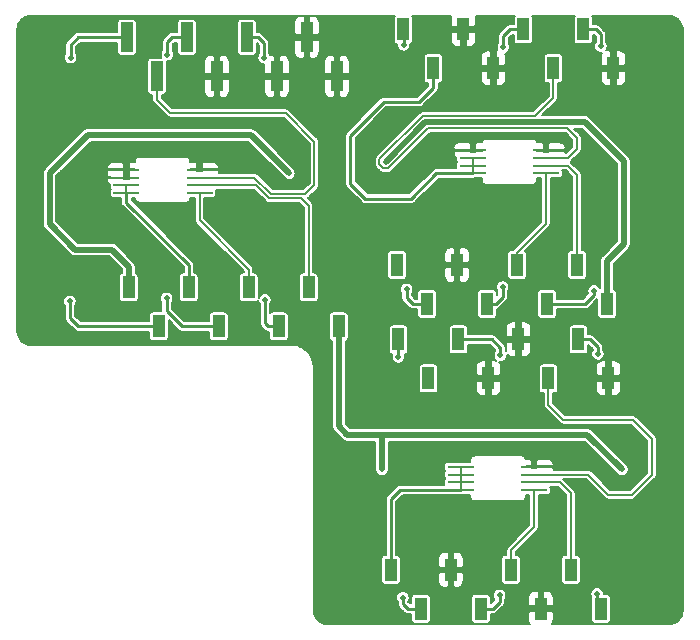
<source format=gbr>
%TF.GenerationSoftware,KiCad,Pcbnew,(5.1.10)-1*%
%TF.CreationDate,2022-12-01T07:21:36-06:00*%
%TF.ProjectId,perovskite_contact_board,7065726f-7673-46b6-9974-655f636f6e74,A*%
%TF.SameCoordinates,Original*%
%TF.FileFunction,Copper,L2,Bot*%
%TF.FilePolarity,Positive*%
%FSLAX46Y46*%
G04 Gerber Fmt 4.6, Leading zero omitted, Abs format (unit mm)*
G04 Created by KiCad (PCBNEW (5.1.10)-1) date 2022-12-01 07:21:36*
%MOMM*%
%LPD*%
G01*
G04 APERTURE LIST*
%TA.AperFunction,SMDPad,CuDef*%
%ADD10R,1.000000X1.900000*%
%TD*%
%TA.AperFunction,SMDPad,CuDef*%
%ADD11R,1.000000X2.510000*%
%TD*%
%TA.AperFunction,SMDPad,CuDef*%
%ADD12R,2.200000X0.220000*%
%TD*%
%TA.AperFunction,ViaPad*%
%ADD13C,0.508000*%
%TD*%
%TA.AperFunction,Conductor*%
%ADD14C,0.152400*%
%TD*%
%TA.AperFunction,Conductor*%
%ADD15C,0.508000*%
%TD*%
%TA.AperFunction,Conductor*%
%ADD16C,0.254000*%
%TD*%
%TA.AperFunction,Conductor*%
%ADD17C,0.127000*%
%TD*%
%TA.AperFunction,Conductor*%
%ADD18C,0.100000*%
%TD*%
G04 APERTURE END LIST*
D10*
%TO.P,J5,1*%
%TO.N,CELL_16*%
X170180000Y-139622500D03*
%TO.P,J5,3*%
%TO.N,GND*%
X165100000Y-139622500D03*
%TO.P,J5,5*%
%TO.N,CELL_17*%
X160020000Y-139622500D03*
%TO.P,J5,7*%
%TO.N,CELL_18*%
X154940000Y-139622500D03*
%TO.P,J5,2*%
%TO.N,SCL_3*%
X167640000Y-136322500D03*
%TO.P,J5,4*%
%TO.N,SDA_3*%
X162560000Y-136322500D03*
%TO.P,J5,6*%
%TO.N,GND*%
X157480000Y-136322500D03*
%TO.P,J5,8*%
%TO.N,Net-(J5-Pad8)*%
X152400000Y-136322500D03*
%TD*%
D11*
%TO.P,J2,8*%
%TO.N,CELL_1*%
X130048000Y-91245500D03*
%TO.P,J2,6*%
%TO.N,CELL_2*%
X135128000Y-91245500D03*
%TO.P,J2,4*%
%TO.N,CELL_3*%
X140208000Y-91245500D03*
%TO.P,J2,2*%
%TO.N,GND*%
X145288000Y-91245500D03*
%TO.P,J2,7*%
%TO.N,ALERT1*%
X132588000Y-94555500D03*
%TO.P,J2,5*%
%TO.N,GND*%
X137668000Y-94555500D03*
%TO.P,J2,3*%
X142748000Y-94555500D03*
%TO.P,J2,1*%
X147828000Y-94555500D03*
%TD*%
D10*
%TO.P,J6,8*%
%TO.N,CELL_13*%
X153040000Y-116822500D03*
%TO.P,J6,6*%
%TO.N,CELL_14*%
X158120000Y-116822500D03*
%TO.P,J6,4*%
%TO.N,GND*%
X163200000Y-116822500D03*
%TO.P,J6,2*%
%TO.N,CELL_15*%
X168280000Y-116822500D03*
%TO.P,J6,7*%
%TO.N,Net-(J6-Pad7)*%
X155580000Y-120122500D03*
%TO.P,J6,5*%
%TO.N,GND*%
X160660000Y-120122500D03*
%TO.P,J6,3*%
%TO.N,ALERT3*%
X165740000Y-120122500D03*
%TO.P,J6,1*%
%TO.N,GND*%
X170820000Y-120122500D03*
%TD*%
%TO.P,J4,8*%
%TO.N,Net-(J4-Pad8)*%
X152920000Y-110522500D03*
%TO.P,J4,6*%
%TO.N,GND*%
X158000000Y-110522500D03*
%TO.P,J4,4*%
%TO.N,SDA_2*%
X163080000Y-110522500D03*
%TO.P,J4,2*%
%TO.N,SCL_2*%
X168160000Y-110522500D03*
%TO.P,J4,7*%
%TO.N,CELL_12*%
X155460000Y-113822500D03*
%TO.P,J4,5*%
%TO.N,CELL_11*%
X160540000Y-113822500D03*
%TO.P,J4,3*%
%TO.N,CELL_10*%
X165620000Y-113822500D03*
%TO.P,J4,1*%
%TO.N,CP_2*%
X170700000Y-113822500D03*
%TD*%
%TO.P,J3,1*%
%TO.N,GND*%
X171240000Y-93872500D03*
%TO.P,J3,3*%
%TO.N,ALERT2*%
X166160000Y-93872500D03*
%TO.P,J3,5*%
%TO.N,GND*%
X161080000Y-93872500D03*
%TO.P,J3,7*%
%TO.N,Net-(J3-Pad7)*%
X156000000Y-93872500D03*
%TO.P,J3,2*%
%TO.N,CELL_9*%
X168700000Y-90572500D03*
%TO.P,J3,4*%
%TO.N,CELL_8*%
X163620000Y-90572500D03*
%TO.P,J3,6*%
%TO.N,GND*%
X158540000Y-90572500D03*
%TO.P,J3,8*%
%TO.N,CELL_7*%
X153460000Y-90572500D03*
%TD*%
%TO.P,J1,1*%
%TO.N,CP*%
X130210000Y-112422500D03*
%TO.P,J1,3*%
%TO.N,Net-(J1-Pad3)*%
X135290000Y-112422500D03*
%TO.P,J1,5*%
%TO.N,SDA*%
X140370000Y-112422500D03*
%TO.P,J1,7*%
%TO.N,SCL*%
X145450000Y-112422500D03*
%TO.P,J1,2*%
%TO.N,CELL_6*%
X132750000Y-115722500D03*
%TO.P,J1,4*%
%TO.N,CELL_5*%
X137830000Y-115722500D03*
%TO.P,J1,6*%
%TO.N,CELL_4*%
X142910000Y-115722500D03*
%TO.P,J1,8*%
%TO.N,CP_3*%
X147990000Y-115722500D03*
%TD*%
D12*
%TO.P,U4,1*%
%TO.N,SDA*%
X136196000Y-104416500D03*
%TO.P,U4,8*%
%TO.N,Net-(J1-Pad3)*%
X129996000Y-104416500D03*
%TO.P,U4,2*%
%TO.N,SCL*%
X136196000Y-103766500D03*
%TO.P,U4,7*%
%TO.N,Net-(J1-Pad3)*%
X129996000Y-103766500D03*
%TO.P,U4,3*%
%TO.N,ALERT1*%
X136196000Y-103116500D03*
%TO.P,U4,6*%
%TO.N,GND*%
X129996000Y-103116500D03*
%TO.P,U4,4*%
X136196000Y-102466500D03*
%TO.P,U4,5*%
X129996000Y-102466500D03*
%TD*%
%TO.P,U5,1*%
%TO.N,SDA_2*%
X165533000Y-102765500D03*
%TO.P,U5,8*%
%TO.N,Net-(J3-Pad7)*%
X159333000Y-102765500D03*
%TO.P,U5,2*%
%TO.N,SCL_2*%
X165533000Y-102115500D03*
%TO.P,U5,7*%
%TO.N,Net-(J3-Pad7)*%
X159333000Y-102115500D03*
%TO.P,U5,3*%
%TO.N,ALERT2*%
X165533000Y-101465500D03*
%TO.P,U5,6*%
%TO.N,Net-(J3-Pad7)*%
X159333000Y-101465500D03*
%TO.P,U5,4*%
%TO.N,GND*%
X165533000Y-100815500D03*
%TO.P,U5,5*%
X159333000Y-100815500D03*
%TD*%
%TO.P,U6,5*%
%TO.N,Net-(J5-Pad8)*%
X158317000Y-127612500D03*
%TO.P,U6,4*%
%TO.N,GND*%
X164517000Y-127612500D03*
%TO.P,U6,6*%
%TO.N,Net-(J5-Pad8)*%
X158317000Y-128262500D03*
%TO.P,U6,3*%
%TO.N,ALERT3*%
X164517000Y-128262500D03*
%TO.P,U6,7*%
%TO.N,Net-(J5-Pad8)*%
X158317000Y-128912500D03*
%TO.P,U6,2*%
%TO.N,SCL_3*%
X164517000Y-128912500D03*
%TO.P,U6,8*%
%TO.N,Net-(J5-Pad8)*%
X158317000Y-129562500D03*
%TO.P,U6,1*%
%TO.N,SDA_3*%
X164517000Y-129562500D03*
%TD*%
D13*
%TO.N,CP*%
X123507500Y-102743000D03*
X143764000Y-102743000D03*
%TO.N,CELL_3*%
X141668500Y-92964000D03*
%TO.N,CELL_2*%
X133477000Y-92710000D03*
%TO.N,CELL_1*%
X125285500Y-92964000D03*
%TO.N,CELL_4*%
X141732000Y-113474500D03*
%TO.N,CELL_5*%
X133413500Y-113347500D03*
%TO.N,CELL_6*%
X125222000Y-113601500D03*
%TO.N,CELL_10*%
X169608500Y-112712500D03*
%TO.N,CELL_11*%
X161861500Y-112395000D03*
%TO.N,CELL_12*%
X153733500Y-112585500D03*
%TO.N,CELL_7*%
X153479500Y-91884500D03*
%TO.N,CELL_8*%
X161925000Y-92075000D03*
%TO.N,CELL_9*%
X170180000Y-92011500D03*
%TO.N,CELL_17*%
X161607500Y-138493500D03*
%TO.N,CELL_14*%
X161671000Y-118173500D03*
%TO.N,CELL_18*%
X153416000Y-138684000D03*
%TO.N,CELL_16*%
X169862500Y-138366500D03*
%TO.N,CELL_15*%
X169926000Y-118046500D03*
%TO.N,CELL_13*%
X153035000Y-118300500D03*
%TO.N,CP_3*%
X151638000Y-127825500D03*
X171958000Y-127812800D03*
%TO.N,CP_2*%
X172148500Y-101727000D03*
X151955500Y-101790500D03*
%TD*%
D14*
%TO.N,SCL*%
X140987118Y-103766500D02*
X142094027Y-104873410D01*
X136196000Y-103766500D02*
X140987118Y-103766500D01*
X142094027Y-104873410D02*
X144814910Y-104873410D01*
X145450000Y-105508500D02*
X145450000Y-112422500D01*
X144814910Y-104873410D02*
X145450000Y-105508500D01*
%TO.N,SDA*%
X140370000Y-112422500D02*
X140370000Y-110906000D01*
X136196000Y-106732000D02*
X136196000Y-104416500D01*
X140370000Y-110906000D02*
X136196000Y-106732000D01*
D15*
%TO.N,CP*%
X143764000Y-102743000D02*
X140525500Y-99504500D01*
X126746000Y-99504500D02*
X123507500Y-102743000D01*
X140525500Y-99504500D02*
X126746000Y-99504500D01*
X123507500Y-102743000D02*
X123507500Y-107061000D01*
X123507500Y-107061000D02*
X125666500Y-109220000D01*
X125666500Y-109220000D02*
X128778000Y-109220000D01*
X130210000Y-110652000D02*
X130210000Y-112422500D01*
X128778000Y-109220000D02*
X130210000Y-110652000D01*
D14*
%TO.N,ALERT1*%
X136196000Y-103116500D02*
X140835500Y-103116500D01*
X140835500Y-103116500D02*
X142240000Y-104521000D01*
X142240000Y-104521000D02*
X145161000Y-104521000D01*
X145161000Y-104521000D02*
X145923000Y-103759000D01*
X145923000Y-103759000D02*
X145923000Y-100076000D01*
X145923000Y-100076000D02*
X143510000Y-97663000D01*
X143510000Y-97663000D02*
X133731000Y-97663000D01*
X132588000Y-96520000D02*
X132588000Y-94555500D01*
X133731000Y-97663000D02*
X132588000Y-96520000D01*
%TO.N,ALERT2*%
X166160000Y-96349000D02*
X166160000Y-93872500D01*
X151425291Y-102010121D02*
X151425291Y-101570879D01*
X164614210Y-97894790D02*
X166160000Y-96349000D01*
X152175121Y-102320709D02*
X151735879Y-102320709D01*
X168148000Y-100711000D02*
X168148000Y-99758500D01*
X167393500Y-101465500D02*
X168148000Y-100711000D01*
X155540620Y-98955210D02*
X152175121Y-102320709D01*
X165533000Y-101465500D02*
X167393500Y-101465500D01*
X151735879Y-102320709D02*
X151425291Y-102010121D01*
X167344710Y-98955210D02*
X155540620Y-98955210D01*
X155101380Y-97894790D02*
X164614210Y-97894790D01*
X168148000Y-99758500D02*
X167344710Y-98955210D01*
X151425291Y-101570879D02*
X155101380Y-97894790D01*
%TO.N,ALERT3*%
X164517000Y-128262500D02*
X169093000Y-128262500D01*
X169093000Y-128262500D02*
X170815000Y-129984500D01*
X170815000Y-129984500D02*
X172783500Y-129984500D01*
X172783500Y-129984500D02*
X174498000Y-128270000D01*
X174498000Y-128270000D02*
X174498000Y-125222000D01*
X174498000Y-125222000D02*
X172910500Y-123634500D01*
X172910500Y-123634500D02*
X167005000Y-123634500D01*
X165740000Y-122369500D02*
X165740000Y-120122500D01*
X167005000Y-123634500D02*
X165740000Y-122369500D01*
D16*
%TO.N,CELL_3*%
X140208000Y-91245500D02*
X141156500Y-91245500D01*
X141668500Y-91757500D02*
X141668500Y-92964000D01*
X141156500Y-91245500D02*
X141668500Y-91757500D01*
%TO.N,CELL_2*%
X135128000Y-91245500D02*
X133862000Y-91245500D01*
X133477000Y-91630500D02*
X133477000Y-92710000D01*
X133862000Y-91245500D02*
X133477000Y-91630500D01*
%TO.N,CELL_1*%
X130048000Y-91245500D02*
X125924500Y-91245500D01*
X125285500Y-91884500D02*
X125285500Y-92964000D01*
X125924500Y-91245500D02*
X125285500Y-91884500D01*
%TO.N,CELL_4*%
X142910000Y-115722500D02*
X142011500Y-115722500D01*
X141732000Y-115443000D02*
X141732000Y-113474500D01*
X142011500Y-115722500D02*
X141732000Y-115443000D01*
%TO.N,CELL_5*%
X137830000Y-115722500D02*
X134709000Y-115722500D01*
X133413500Y-114427000D02*
X133413500Y-113347500D01*
X134709000Y-115722500D02*
X133413500Y-114427000D01*
%TO.N,CELL_6*%
X132750000Y-115722500D02*
X125946000Y-115722500D01*
X125222000Y-114998500D02*
X125222000Y-113601500D01*
X125946000Y-115722500D02*
X125222000Y-114998500D01*
%TO.N,CELL_10*%
X165620000Y-113822500D02*
X168816000Y-113822500D01*
X169608500Y-113030000D02*
X169608500Y-112712500D01*
X168816000Y-113822500D02*
X169608500Y-113030000D01*
%TO.N,CELL_11*%
X160540000Y-113822500D02*
X161259500Y-113822500D01*
X161861500Y-113220500D02*
X161861500Y-112395000D01*
X161259500Y-113822500D02*
X161861500Y-113220500D01*
%TO.N,CELL_12*%
X155460000Y-113822500D02*
X154272000Y-113822500D01*
X153733500Y-113284000D02*
X153733500Y-112585500D01*
X154272000Y-113822500D02*
X153733500Y-113284000D01*
%TO.N,CELL_7*%
X153479500Y-90592000D02*
X153460000Y-90572500D01*
X153479500Y-91884500D02*
X153479500Y-90592000D01*
%TO.N,CELL_8*%
X163620000Y-90572500D02*
X162475000Y-90572500D01*
X161925000Y-91122500D02*
X161925000Y-92075000D01*
X162475000Y-90572500D02*
X161925000Y-91122500D01*
%TO.N,CELL_9*%
X168700000Y-90572500D02*
X169757000Y-90572500D01*
X170180000Y-90995500D02*
X170180000Y-92011500D01*
X169757000Y-90572500D02*
X170180000Y-90995500D01*
%TO.N,CELL_17*%
X161607500Y-138493500D02*
X161607500Y-139065000D01*
X161050000Y-139622500D02*
X160020000Y-139622500D01*
X161607500Y-139065000D02*
X161050000Y-139622500D01*
%TO.N,CELL_14*%
X158120000Y-116822500D02*
X160955000Y-116822500D01*
X161671000Y-117538500D02*
X161671000Y-118173500D01*
X160955000Y-116822500D02*
X161671000Y-117538500D01*
%TO.N,CELL_18*%
X153416000Y-138684000D02*
X153416000Y-139192000D01*
X153846500Y-139622500D02*
X154940000Y-139622500D01*
X153416000Y-139192000D02*
X153846500Y-139622500D01*
%TO.N,CELL_16*%
X169862500Y-139305000D02*
X170180000Y-139622500D01*
X169862500Y-138366500D02*
X169862500Y-139305000D01*
%TO.N,CELL_15*%
X168280000Y-116822500D02*
X169273500Y-116822500D01*
X169926000Y-117475000D02*
X169926000Y-118046500D01*
X169273500Y-116822500D02*
X169926000Y-117475000D01*
%TO.N,CELL_13*%
X153035000Y-116827500D02*
X153040000Y-116822500D01*
X153035000Y-118300500D02*
X153035000Y-116827500D01*
D14*
%TO.N,Net-(J1-Pad3)*%
X129996000Y-103766500D02*
X129996000Y-104416500D01*
D16*
X135290000Y-112422500D02*
X135290000Y-110525000D01*
X129996000Y-105231000D02*
X129996000Y-104416500D01*
X135290000Y-110525000D02*
X129996000Y-105231000D01*
D15*
%TO.N,CP_3*%
X147990000Y-124177500D02*
X147990000Y-115722500D01*
X148717000Y-124904500D02*
X147990000Y-124177500D01*
X171958000Y-127825500D02*
X169037000Y-124904500D01*
X151638000Y-124904500D02*
X148717000Y-124904500D01*
X151638000Y-127825500D02*
X151638000Y-124904500D01*
X169037000Y-124904500D02*
X151638000Y-124904500D01*
D16*
X171958000Y-127825500D02*
X171958000Y-127812800D01*
D14*
%TO.N,Net-(J3-Pad7)*%
X159333000Y-101465500D02*
X159333000Y-102765500D01*
D16*
X159333000Y-102765500D02*
X156251000Y-102765500D01*
X156251000Y-102765500D02*
X154114500Y-104902000D01*
X154114500Y-104902000D02*
X150241000Y-104902000D01*
X150241000Y-104902000D02*
X148971000Y-103632000D01*
X148971000Y-103632000D02*
X148971000Y-99568000D01*
X148971000Y-99568000D02*
X151828500Y-96710500D01*
X151828500Y-96710500D02*
X154813000Y-96710500D01*
X156000000Y-95523500D02*
X156000000Y-93872500D01*
X154813000Y-96710500D02*
X156000000Y-95523500D01*
D14*
%TO.N,SDA_2*%
X163080000Y-110522500D02*
X163080000Y-109462000D01*
X165533000Y-107009000D02*
X165533000Y-102765500D01*
X163080000Y-109462000D02*
X165533000Y-107009000D01*
%TO.N,SCL_2*%
X165533000Y-102115500D02*
X167393500Y-102115500D01*
X168160000Y-102882000D02*
X168160000Y-110522500D01*
X167393500Y-102115500D02*
X168160000Y-102882000D01*
D15*
%TO.N,CP_2*%
X151955500Y-101790500D02*
X155321000Y-98425000D01*
X168846500Y-98425000D02*
X172148500Y-101727000D01*
X155321000Y-98425000D02*
X168846500Y-98425000D01*
X172148500Y-101727000D02*
X172148500Y-108712000D01*
X170700000Y-110160500D02*
X170700000Y-113822500D01*
X172148500Y-108712000D02*
X170700000Y-110160500D01*
D14*
%TO.N,SCL_3*%
X164517000Y-128912500D02*
X166695000Y-128912500D01*
X167640000Y-129857500D02*
X167640000Y-136322500D01*
X166695000Y-128912500D02*
X167640000Y-129857500D01*
%TO.N,SDA_3*%
X162560000Y-136322500D02*
X162560000Y-134683500D01*
X164517000Y-132726500D02*
X164517000Y-129562500D01*
X162560000Y-134683500D02*
X164517000Y-132726500D01*
%TO.N,Net-(J5-Pad8)*%
X158317000Y-127612500D02*
X158317000Y-129562500D01*
D16*
X158317000Y-129562500D02*
X153203000Y-129562500D01*
X152400000Y-130365500D02*
X152400000Y-136322500D01*
X153203000Y-129562500D02*
X152400000Y-130365500D01*
%TD*%
D17*
%TO.N,GND*%
X152694731Y-89445253D02*
X152665249Y-89500410D01*
X152647094Y-89560259D01*
X152640964Y-89622500D01*
X152640964Y-91522500D01*
X152647094Y-91584741D01*
X152665249Y-91644590D01*
X152694731Y-91699747D01*
X152734407Y-91748093D01*
X152782753Y-91787769D01*
X152837910Y-91817251D01*
X152897759Y-91835406D01*
X152908000Y-91836415D01*
X152908000Y-91940788D01*
X152929963Y-92051200D01*
X152973043Y-92155207D01*
X153035587Y-92248810D01*
X153115190Y-92328413D01*
X153208793Y-92390957D01*
X153312800Y-92434037D01*
X153423212Y-92456000D01*
X153535788Y-92456000D01*
X153646200Y-92434037D01*
X153750207Y-92390957D01*
X153843810Y-92328413D01*
X153923413Y-92248810D01*
X153985957Y-92155207D01*
X154029037Y-92051200D01*
X154051000Y-91940788D01*
X154051000Y-91828212D01*
X154050713Y-91826769D01*
X154082090Y-91817251D01*
X154137247Y-91787769D01*
X154185593Y-91748093D01*
X154225269Y-91699747D01*
X154254751Y-91644590D01*
X154272906Y-91584741D01*
X154279036Y-91522500D01*
X157465735Y-91522500D01*
X157476769Y-91634534D01*
X157509448Y-91742262D01*
X157562516Y-91841545D01*
X157633933Y-91928567D01*
X157720955Y-91999984D01*
X157820238Y-92053052D01*
X157927966Y-92085731D01*
X158040000Y-92096765D01*
X158206625Y-92094000D01*
X158349500Y-91951125D01*
X158349500Y-90763000D01*
X158730500Y-90763000D01*
X158730500Y-91951125D01*
X158873375Y-92094000D01*
X159040000Y-92096765D01*
X159152034Y-92085731D01*
X159259762Y-92053052D01*
X159359045Y-91999984D01*
X159446067Y-91928567D01*
X159517484Y-91841545D01*
X159570552Y-91742262D01*
X159603231Y-91634534D01*
X159614265Y-91522500D01*
X159611500Y-90905875D01*
X159468625Y-90763000D01*
X158730500Y-90763000D01*
X158349500Y-90763000D01*
X157611375Y-90763000D01*
X157468500Y-90905875D01*
X157465735Y-91522500D01*
X154279036Y-91522500D01*
X154279036Y-89622500D01*
X154272906Y-89560259D01*
X154254751Y-89500410D01*
X154225269Y-89445253D01*
X154187755Y-89399542D01*
X157511156Y-89399542D01*
X157509448Y-89402738D01*
X157476769Y-89510466D01*
X157465735Y-89622500D01*
X157468500Y-90239125D01*
X157611375Y-90382000D01*
X158349500Y-90382000D01*
X158349500Y-90362000D01*
X158730500Y-90362000D01*
X158730500Y-90382000D01*
X159468625Y-90382000D01*
X159611500Y-90239125D01*
X159614265Y-89622500D01*
X159603231Y-89510466D01*
X159570552Y-89402738D01*
X159568844Y-89399542D01*
X162892245Y-89399542D01*
X162854731Y-89445253D01*
X162825249Y-89500410D01*
X162807094Y-89560259D01*
X162800964Y-89622500D01*
X162800964Y-90128000D01*
X162496819Y-90128000D01*
X162474999Y-90125851D01*
X162453179Y-90128000D01*
X162453170Y-90128000D01*
X162387863Y-90134432D01*
X162304074Y-90159849D01*
X162240022Y-90194086D01*
X162226853Y-90201125D01*
X162176126Y-90242756D01*
X162159171Y-90256671D01*
X162145258Y-90273624D01*
X161626129Y-90792754D01*
X161609171Y-90806671D01*
X161595255Y-90823628D01*
X161553624Y-90874355D01*
X161516464Y-90943876D01*
X161512349Y-90951575D01*
X161486932Y-91035364D01*
X161480500Y-91100671D01*
X161480500Y-91100680D01*
X161478351Y-91122500D01*
X161480500Y-91144320D01*
X161480501Y-91711568D01*
X161418543Y-91804293D01*
X161375463Y-91908300D01*
X161353500Y-92018712D01*
X161353500Y-92131288D01*
X161375463Y-92241700D01*
X161418543Y-92345707D01*
X161421984Y-92350857D01*
X161413375Y-92351000D01*
X161270500Y-92493875D01*
X161270500Y-93682000D01*
X162008625Y-93682000D01*
X162151500Y-93539125D01*
X162154265Y-92922500D01*
X162143231Y-92810466D01*
X162110552Y-92702738D01*
X162070958Y-92628663D01*
X162091700Y-92624537D01*
X162195707Y-92581457D01*
X162289310Y-92518913D01*
X162368913Y-92439310D01*
X162431457Y-92345707D01*
X162474537Y-92241700D01*
X162496500Y-92131288D01*
X162496500Y-92018712D01*
X162474537Y-91908300D01*
X162431457Y-91804293D01*
X162369500Y-91711569D01*
X162369500Y-91306617D01*
X162659118Y-91017000D01*
X162800964Y-91017000D01*
X162800964Y-91522500D01*
X162807094Y-91584741D01*
X162825249Y-91644590D01*
X162854731Y-91699747D01*
X162894407Y-91748093D01*
X162942753Y-91787769D01*
X162997910Y-91817251D01*
X163057759Y-91835406D01*
X163120000Y-91841536D01*
X164120000Y-91841536D01*
X164182241Y-91835406D01*
X164242090Y-91817251D01*
X164297247Y-91787769D01*
X164345593Y-91748093D01*
X164385269Y-91699747D01*
X164414751Y-91644590D01*
X164432906Y-91584741D01*
X164439036Y-91522500D01*
X164439036Y-89622500D01*
X164432906Y-89560259D01*
X164414751Y-89500410D01*
X164385269Y-89445253D01*
X164347755Y-89399542D01*
X167972245Y-89399542D01*
X167934731Y-89445253D01*
X167905249Y-89500410D01*
X167887094Y-89560259D01*
X167880964Y-89622500D01*
X167880964Y-91522500D01*
X167887094Y-91584741D01*
X167905249Y-91644590D01*
X167934731Y-91699747D01*
X167974407Y-91748093D01*
X168022753Y-91787769D01*
X168077910Y-91817251D01*
X168137759Y-91835406D01*
X168200000Y-91841536D01*
X169200000Y-91841536D01*
X169262241Y-91835406D01*
X169322090Y-91817251D01*
X169377247Y-91787769D01*
X169425593Y-91748093D01*
X169465269Y-91699747D01*
X169494751Y-91644590D01*
X169512906Y-91584741D01*
X169519036Y-91522500D01*
X169519036Y-91017000D01*
X169572883Y-91017000D01*
X169735500Y-91179618D01*
X169735501Y-91648068D01*
X169673543Y-91740793D01*
X169630463Y-91844800D01*
X169608500Y-91955212D01*
X169608500Y-92067788D01*
X169630463Y-92178200D01*
X169673543Y-92282207D01*
X169736087Y-92375810D01*
X169815690Y-92455413D01*
X169909293Y-92517957D01*
X170013300Y-92561037D01*
X170123712Y-92583000D01*
X170236288Y-92583000D01*
X170287695Y-92572774D01*
X170262516Y-92603455D01*
X170209448Y-92702738D01*
X170176769Y-92810466D01*
X170165735Y-92922500D01*
X170168500Y-93539125D01*
X170311375Y-93682000D01*
X171049500Y-93682000D01*
X171049500Y-92493875D01*
X171430500Y-92493875D01*
X171430500Y-93682000D01*
X172168625Y-93682000D01*
X172311500Y-93539125D01*
X172314265Y-92922500D01*
X172303231Y-92810466D01*
X172270552Y-92702738D01*
X172217484Y-92603455D01*
X172146067Y-92516433D01*
X172059045Y-92445016D01*
X171959762Y-92391948D01*
X171852034Y-92359269D01*
X171740000Y-92348235D01*
X171573375Y-92351000D01*
X171430500Y-92493875D01*
X171049500Y-92493875D01*
X170906625Y-92351000D01*
X170740000Y-92348235D01*
X170635458Y-92358531D01*
X170686457Y-92282207D01*
X170729537Y-92178200D01*
X170751500Y-92067788D01*
X170751500Y-91955212D01*
X170729537Y-91844800D01*
X170686457Y-91740793D01*
X170624500Y-91648069D01*
X170624500Y-91017319D01*
X170626649Y-90995499D01*
X170624500Y-90973679D01*
X170624500Y-90973670D01*
X170618068Y-90908363D01*
X170592651Y-90824574D01*
X170551376Y-90747355D01*
X170520286Y-90709472D01*
X170509744Y-90696626D01*
X170509742Y-90696624D01*
X170495829Y-90679671D01*
X170478877Y-90665759D01*
X170086746Y-90273629D01*
X170072829Y-90256671D01*
X170005145Y-90201124D01*
X169927926Y-90159849D01*
X169844137Y-90134432D01*
X169778830Y-90128000D01*
X169778820Y-90128000D01*
X169757000Y-90125851D01*
X169735180Y-90128000D01*
X169519036Y-90128000D01*
X169519036Y-89622500D01*
X169512906Y-89560259D01*
X169494751Y-89500410D01*
X169465269Y-89445253D01*
X169427755Y-89399542D01*
X175918253Y-89399542D01*
X176159504Y-89423197D01*
X176375467Y-89488400D01*
X176574641Y-89594303D01*
X176749454Y-89736877D01*
X176893251Y-89910698D01*
X177000542Y-90109128D01*
X177067249Y-90324624D01*
X177092500Y-90564874D01*
X177092501Y-139740285D01*
X177068845Y-139981546D01*
X177003642Y-140197509D01*
X176897739Y-140396683D01*
X176755164Y-140571498D01*
X176581345Y-140715293D01*
X176382914Y-140822584D01*
X176167418Y-140889291D01*
X175927169Y-140914542D01*
X166058611Y-140914542D01*
X166077484Y-140891545D01*
X166130552Y-140792262D01*
X166163231Y-140684534D01*
X166174265Y-140572500D01*
X166171500Y-139955875D01*
X166028625Y-139813000D01*
X165290500Y-139813000D01*
X165290500Y-139833000D01*
X164909500Y-139833000D01*
X164909500Y-139813000D01*
X164171375Y-139813000D01*
X164028500Y-139955875D01*
X164025735Y-140572500D01*
X164036769Y-140684534D01*
X164069448Y-140792262D01*
X164122516Y-140891545D01*
X164141389Y-140914542D01*
X147039247Y-140914542D01*
X146797996Y-140890887D01*
X146582033Y-140825684D01*
X146382859Y-140719781D01*
X146208044Y-140577206D01*
X146064249Y-140403387D01*
X145956958Y-140204956D01*
X145890251Y-139989460D01*
X145865000Y-139749211D01*
X145865000Y-138627712D01*
X152844500Y-138627712D01*
X152844500Y-138740288D01*
X152866463Y-138850700D01*
X152909543Y-138954707D01*
X152971501Y-139047433D01*
X152971501Y-139170171D01*
X152969351Y-139192000D01*
X152977933Y-139279137D01*
X153003349Y-139362925D01*
X153044624Y-139440145D01*
X153086255Y-139490872D01*
X153086259Y-139490876D01*
X153100172Y-139507829D01*
X153117125Y-139521742D01*
X153516758Y-139921376D01*
X153530671Y-139938329D01*
X153547624Y-139952242D01*
X153547627Y-139952245D01*
X153598354Y-139993876D01*
X153656813Y-140025123D01*
X153675574Y-140035151D01*
X153759363Y-140060568D01*
X153824670Y-140067000D01*
X153824680Y-140067000D01*
X153846500Y-140069149D01*
X153868320Y-140067000D01*
X154120964Y-140067000D01*
X154120964Y-140572500D01*
X154127094Y-140634741D01*
X154145249Y-140694590D01*
X154174731Y-140749747D01*
X154214407Y-140798093D01*
X154262753Y-140837769D01*
X154317910Y-140867251D01*
X154377759Y-140885406D01*
X154440000Y-140891536D01*
X155440000Y-140891536D01*
X155502241Y-140885406D01*
X155562090Y-140867251D01*
X155617247Y-140837769D01*
X155665593Y-140798093D01*
X155705269Y-140749747D01*
X155734751Y-140694590D01*
X155752906Y-140634741D01*
X155759036Y-140572500D01*
X155759036Y-138672500D01*
X159200964Y-138672500D01*
X159200964Y-140572500D01*
X159207094Y-140634741D01*
X159225249Y-140694590D01*
X159254731Y-140749747D01*
X159294407Y-140798093D01*
X159342753Y-140837769D01*
X159397910Y-140867251D01*
X159457759Y-140885406D01*
X159520000Y-140891536D01*
X160520000Y-140891536D01*
X160582241Y-140885406D01*
X160642090Y-140867251D01*
X160697247Y-140837769D01*
X160745593Y-140798093D01*
X160785269Y-140749747D01*
X160814751Y-140694590D01*
X160832906Y-140634741D01*
X160839036Y-140572500D01*
X160839036Y-140067000D01*
X161028180Y-140067000D01*
X161050000Y-140069149D01*
X161071820Y-140067000D01*
X161071830Y-140067000D01*
X161137137Y-140060568D01*
X161220926Y-140035151D01*
X161298145Y-139993876D01*
X161365829Y-139938329D01*
X161379746Y-139921371D01*
X161906376Y-139394742D01*
X161923329Y-139380829D01*
X161937242Y-139363876D01*
X161937245Y-139363873D01*
X161978875Y-139313146D01*
X161983230Y-139305000D01*
X162020151Y-139235926D01*
X162045568Y-139152137D01*
X162052000Y-139086830D01*
X162052000Y-139086821D01*
X162054149Y-139065001D01*
X162052000Y-139043181D01*
X162052000Y-138856931D01*
X162113957Y-138764207D01*
X162151942Y-138672500D01*
X164025735Y-138672500D01*
X164028500Y-139289125D01*
X164171375Y-139432000D01*
X164909500Y-139432000D01*
X164909500Y-138243875D01*
X165290500Y-138243875D01*
X165290500Y-139432000D01*
X166028625Y-139432000D01*
X166171500Y-139289125D01*
X166174265Y-138672500D01*
X166163231Y-138560466D01*
X166130552Y-138452738D01*
X166077484Y-138353455D01*
X166041996Y-138310212D01*
X169291000Y-138310212D01*
X169291000Y-138422788D01*
X169312963Y-138533200D01*
X169356043Y-138637207D01*
X169363361Y-138648159D01*
X169360964Y-138672500D01*
X169360964Y-140572500D01*
X169367094Y-140634741D01*
X169385249Y-140694590D01*
X169414731Y-140749747D01*
X169454407Y-140798093D01*
X169502753Y-140837769D01*
X169557910Y-140867251D01*
X169617759Y-140885406D01*
X169680000Y-140891536D01*
X170680000Y-140891536D01*
X170742241Y-140885406D01*
X170802090Y-140867251D01*
X170857247Y-140837769D01*
X170905593Y-140798093D01*
X170945269Y-140749747D01*
X170974751Y-140694590D01*
X170992906Y-140634741D01*
X170999036Y-140572500D01*
X170999036Y-138672500D01*
X170992906Y-138610259D01*
X170974751Y-138550410D01*
X170945269Y-138495253D01*
X170905593Y-138446907D01*
X170857247Y-138407231D01*
X170802090Y-138377749D01*
X170742241Y-138359594D01*
X170680000Y-138353464D01*
X170434000Y-138353464D01*
X170434000Y-138310212D01*
X170412037Y-138199800D01*
X170368957Y-138095793D01*
X170306413Y-138002190D01*
X170226810Y-137922587D01*
X170133207Y-137860043D01*
X170029200Y-137816963D01*
X169918788Y-137795000D01*
X169806212Y-137795000D01*
X169695800Y-137816963D01*
X169591793Y-137860043D01*
X169498190Y-137922587D01*
X169418587Y-138002190D01*
X169356043Y-138095793D01*
X169312963Y-138199800D01*
X169291000Y-138310212D01*
X166041996Y-138310212D01*
X166006067Y-138266433D01*
X165919045Y-138195016D01*
X165819762Y-138141948D01*
X165712034Y-138109269D01*
X165600000Y-138098235D01*
X165433375Y-138101000D01*
X165290500Y-138243875D01*
X164909500Y-138243875D01*
X164766625Y-138101000D01*
X164600000Y-138098235D01*
X164487966Y-138109269D01*
X164380238Y-138141948D01*
X164280955Y-138195016D01*
X164193933Y-138266433D01*
X164122516Y-138353455D01*
X164069448Y-138452738D01*
X164036769Y-138560466D01*
X164025735Y-138672500D01*
X162151942Y-138672500D01*
X162157037Y-138660200D01*
X162179000Y-138549788D01*
X162179000Y-138437212D01*
X162157037Y-138326800D01*
X162113957Y-138222793D01*
X162051413Y-138129190D01*
X161971810Y-138049587D01*
X161878207Y-137987043D01*
X161774200Y-137943963D01*
X161663788Y-137922000D01*
X161551212Y-137922000D01*
X161440800Y-137943963D01*
X161336793Y-137987043D01*
X161243190Y-138049587D01*
X161163587Y-138129190D01*
X161101043Y-138222793D01*
X161057963Y-138326800D01*
X161036000Y-138437212D01*
X161036000Y-138549788D01*
X161057963Y-138660200D01*
X161101043Y-138764207D01*
X161163001Y-138856932D01*
X161163001Y-138880882D01*
X160865883Y-139178000D01*
X160839036Y-139178000D01*
X160839036Y-138672500D01*
X160832906Y-138610259D01*
X160814751Y-138550410D01*
X160785269Y-138495253D01*
X160745593Y-138446907D01*
X160697247Y-138407231D01*
X160642090Y-138377749D01*
X160582241Y-138359594D01*
X160520000Y-138353464D01*
X159520000Y-138353464D01*
X159457759Y-138359594D01*
X159397910Y-138377749D01*
X159342753Y-138407231D01*
X159294407Y-138446907D01*
X159254731Y-138495253D01*
X159225249Y-138550410D01*
X159207094Y-138610259D01*
X159200964Y-138672500D01*
X155759036Y-138672500D01*
X155752906Y-138610259D01*
X155734751Y-138550410D01*
X155705269Y-138495253D01*
X155665593Y-138446907D01*
X155617247Y-138407231D01*
X155562090Y-138377749D01*
X155502241Y-138359594D01*
X155440000Y-138353464D01*
X154440000Y-138353464D01*
X154377759Y-138359594D01*
X154317910Y-138377749D01*
X154262753Y-138407231D01*
X154214407Y-138446907D01*
X154174731Y-138495253D01*
X154145249Y-138550410D01*
X154127094Y-138610259D01*
X154120964Y-138672500D01*
X154120964Y-139178000D01*
X154030618Y-139178000D01*
X153876341Y-139023724D01*
X153922457Y-138954707D01*
X153965537Y-138850700D01*
X153987500Y-138740288D01*
X153987500Y-138627712D01*
X153965537Y-138517300D01*
X153922457Y-138413293D01*
X153859913Y-138319690D01*
X153780310Y-138240087D01*
X153686707Y-138177543D01*
X153582700Y-138134463D01*
X153472288Y-138112500D01*
X153359712Y-138112500D01*
X153249300Y-138134463D01*
X153145293Y-138177543D01*
X153051690Y-138240087D01*
X152972087Y-138319690D01*
X152909543Y-138413293D01*
X152866463Y-138517300D01*
X152844500Y-138627712D01*
X145865000Y-138627712D01*
X145865000Y-135372500D01*
X151580964Y-135372500D01*
X151580964Y-137272500D01*
X151587094Y-137334741D01*
X151605249Y-137394590D01*
X151634731Y-137449747D01*
X151674407Y-137498093D01*
X151722753Y-137537769D01*
X151777910Y-137567251D01*
X151837759Y-137585406D01*
X151900000Y-137591536D01*
X152900000Y-137591536D01*
X152962241Y-137585406D01*
X153022090Y-137567251D01*
X153077247Y-137537769D01*
X153125593Y-137498093D01*
X153165269Y-137449747D01*
X153194751Y-137394590D01*
X153212906Y-137334741D01*
X153219036Y-137272500D01*
X156405735Y-137272500D01*
X156416769Y-137384534D01*
X156449448Y-137492262D01*
X156502516Y-137591545D01*
X156573933Y-137678567D01*
X156660955Y-137749984D01*
X156760238Y-137803052D01*
X156867966Y-137835731D01*
X156980000Y-137846765D01*
X157146625Y-137844000D01*
X157289500Y-137701125D01*
X157289500Y-136513000D01*
X157670500Y-136513000D01*
X157670500Y-137701125D01*
X157813375Y-137844000D01*
X157980000Y-137846765D01*
X158092034Y-137835731D01*
X158199762Y-137803052D01*
X158299045Y-137749984D01*
X158386067Y-137678567D01*
X158457484Y-137591545D01*
X158510552Y-137492262D01*
X158543231Y-137384534D01*
X158554265Y-137272500D01*
X158551500Y-136655875D01*
X158408625Y-136513000D01*
X157670500Y-136513000D01*
X157289500Y-136513000D01*
X156551375Y-136513000D01*
X156408500Y-136655875D01*
X156405735Y-137272500D01*
X153219036Y-137272500D01*
X153219036Y-135372500D01*
X156405735Y-135372500D01*
X156408500Y-135989125D01*
X156551375Y-136132000D01*
X157289500Y-136132000D01*
X157289500Y-134943875D01*
X157670500Y-134943875D01*
X157670500Y-136132000D01*
X158408625Y-136132000D01*
X158551500Y-135989125D01*
X158554265Y-135372500D01*
X158543231Y-135260466D01*
X158510552Y-135152738D01*
X158457484Y-135053455D01*
X158386067Y-134966433D01*
X158299045Y-134895016D01*
X158199762Y-134841948D01*
X158092034Y-134809269D01*
X157980000Y-134798235D01*
X157813375Y-134801000D01*
X157670500Y-134943875D01*
X157289500Y-134943875D01*
X157146625Y-134801000D01*
X156980000Y-134798235D01*
X156867966Y-134809269D01*
X156760238Y-134841948D01*
X156660955Y-134895016D01*
X156573933Y-134966433D01*
X156502516Y-135053455D01*
X156449448Y-135152738D01*
X156416769Y-135260466D01*
X156405735Y-135372500D01*
X153219036Y-135372500D01*
X153212906Y-135310259D01*
X153194751Y-135250410D01*
X153165269Y-135195253D01*
X153125593Y-135146907D01*
X153077247Y-135107231D01*
X153022090Y-135077749D01*
X152962241Y-135059594D01*
X152900000Y-135053464D01*
X152844500Y-135053464D01*
X152844500Y-130549617D01*
X153387118Y-130007000D01*
X158338830Y-130007000D01*
X158404137Y-130000568D01*
X158433912Y-129991536D01*
X159118701Y-129991536D01*
X159118701Y-130170866D01*
X159117043Y-130187700D01*
X159123656Y-130254842D01*
X159143240Y-130319403D01*
X159175044Y-130378903D01*
X159217844Y-130431056D01*
X159269997Y-130473856D01*
X159329497Y-130505660D01*
X159394058Y-130525244D01*
X159444376Y-130530200D01*
X159444377Y-130530200D01*
X159461200Y-130531857D01*
X159478024Y-130530200D01*
X163457576Y-130530200D01*
X163474400Y-130531857D01*
X163491223Y-130530200D01*
X163491224Y-130530200D01*
X163541542Y-130525244D01*
X163606103Y-130505660D01*
X163665603Y-130473856D01*
X163717756Y-130431056D01*
X163760556Y-130378903D01*
X163792360Y-130319403D01*
X163811944Y-130254842D01*
X163818557Y-130187700D01*
X163816900Y-130170876D01*
X163816900Y-129991536D01*
X164123301Y-129991536D01*
X164123300Y-132563424D01*
X162295280Y-134391445D01*
X162280267Y-134403766D01*
X162267946Y-134418779D01*
X162267942Y-134418783D01*
X162231067Y-134463715D01*
X162194510Y-134532110D01*
X162171998Y-134606322D01*
X162164397Y-134683500D01*
X162166301Y-134702832D01*
X162166301Y-135053464D01*
X162060000Y-135053464D01*
X161997759Y-135059594D01*
X161937910Y-135077749D01*
X161882753Y-135107231D01*
X161834407Y-135146907D01*
X161794731Y-135195253D01*
X161765249Y-135250410D01*
X161747094Y-135310259D01*
X161740964Y-135372500D01*
X161740964Y-137272500D01*
X161747094Y-137334741D01*
X161765249Y-137394590D01*
X161794731Y-137449747D01*
X161834407Y-137498093D01*
X161882753Y-137537769D01*
X161937910Y-137567251D01*
X161997759Y-137585406D01*
X162060000Y-137591536D01*
X163060000Y-137591536D01*
X163122241Y-137585406D01*
X163182090Y-137567251D01*
X163237247Y-137537769D01*
X163285593Y-137498093D01*
X163325269Y-137449747D01*
X163354751Y-137394590D01*
X163372906Y-137334741D01*
X163379036Y-137272500D01*
X163379036Y-135372500D01*
X163372906Y-135310259D01*
X163354751Y-135250410D01*
X163325269Y-135195253D01*
X163285593Y-135146907D01*
X163237247Y-135107231D01*
X163182090Y-135077749D01*
X163122241Y-135059594D01*
X163060000Y-135053464D01*
X162953700Y-135053464D01*
X162953700Y-134846575D01*
X164781722Y-133018554D01*
X164796734Y-133006234D01*
X164845933Y-132946286D01*
X164882490Y-132877891D01*
X164905003Y-132803679D01*
X164910700Y-132745833D01*
X164910700Y-132745823D01*
X164912603Y-132726500D01*
X164910700Y-132707178D01*
X164910700Y-129991536D01*
X165617000Y-129991536D01*
X165679241Y-129985406D01*
X165739090Y-129967251D01*
X165794247Y-129937769D01*
X165842593Y-129898093D01*
X165882269Y-129849747D01*
X165911751Y-129794590D01*
X165929906Y-129734741D01*
X165936036Y-129672500D01*
X165936036Y-129452500D01*
X165929906Y-129390259D01*
X165911751Y-129330410D01*
X165898810Y-129306200D01*
X166531925Y-129306200D01*
X167246300Y-130020576D01*
X167246301Y-135053464D01*
X167140000Y-135053464D01*
X167077759Y-135059594D01*
X167017910Y-135077749D01*
X166962753Y-135107231D01*
X166914407Y-135146907D01*
X166874731Y-135195253D01*
X166845249Y-135250410D01*
X166827094Y-135310259D01*
X166820964Y-135372500D01*
X166820964Y-137272500D01*
X166827094Y-137334741D01*
X166845249Y-137394590D01*
X166874731Y-137449747D01*
X166914407Y-137498093D01*
X166962753Y-137537769D01*
X167017910Y-137567251D01*
X167077759Y-137585406D01*
X167140000Y-137591536D01*
X168140000Y-137591536D01*
X168202241Y-137585406D01*
X168262090Y-137567251D01*
X168317247Y-137537769D01*
X168365593Y-137498093D01*
X168405269Y-137449747D01*
X168434751Y-137394590D01*
X168452906Y-137334741D01*
X168459036Y-137272500D01*
X168459036Y-135372500D01*
X168452906Y-135310259D01*
X168434751Y-135250410D01*
X168405269Y-135195253D01*
X168365593Y-135146907D01*
X168317247Y-135107231D01*
X168262090Y-135077749D01*
X168202241Y-135059594D01*
X168140000Y-135053464D01*
X168033700Y-135053464D01*
X168033700Y-129876825D01*
X168035603Y-129857500D01*
X168033700Y-129838175D01*
X168033700Y-129838167D01*
X168028003Y-129780321D01*
X168005490Y-129706109D01*
X167968933Y-129637714D01*
X167953583Y-129619010D01*
X167932058Y-129592782D01*
X167932055Y-129592779D01*
X167919734Y-129577766D01*
X167904721Y-129565446D01*
X166995475Y-128656200D01*
X168929925Y-128656200D01*
X170522944Y-130249220D01*
X170535266Y-130264234D01*
X170550279Y-130276555D01*
X170550282Y-130276558D01*
X170552483Y-130278364D01*
X170595214Y-130313433D01*
X170663609Y-130349990D01*
X170737821Y-130372503D01*
X170795667Y-130378200D01*
X170795675Y-130378200D01*
X170815000Y-130380103D01*
X170834325Y-130378200D01*
X172764178Y-130378200D01*
X172783500Y-130380103D01*
X172802822Y-130378200D01*
X172802833Y-130378200D01*
X172860679Y-130372503D01*
X172934891Y-130349990D01*
X173003286Y-130313433D01*
X173063234Y-130264234D01*
X173075560Y-130249215D01*
X174762722Y-128562054D01*
X174777734Y-128549734D01*
X174803122Y-128518800D01*
X174826933Y-128489786D01*
X174856354Y-128434741D01*
X174863490Y-128421391D01*
X174886003Y-128347179D01*
X174891700Y-128289333D01*
X174891700Y-128289323D01*
X174893603Y-128270001D01*
X174891700Y-128250678D01*
X174891700Y-125241322D01*
X174893603Y-125221999D01*
X174891700Y-125202677D01*
X174891700Y-125202667D01*
X174886003Y-125144821D01*
X174863490Y-125070609D01*
X174826933Y-125002214D01*
X174777734Y-124942266D01*
X174762720Y-124929944D01*
X173202560Y-123369785D01*
X173190234Y-123354766D01*
X173130286Y-123305567D01*
X173061891Y-123269010D01*
X172987679Y-123246497D01*
X172929833Y-123240800D01*
X172929822Y-123240800D01*
X172910500Y-123238897D01*
X172891178Y-123240800D01*
X167168076Y-123240800D01*
X166133700Y-122206425D01*
X166133700Y-121391536D01*
X166240000Y-121391536D01*
X166302241Y-121385406D01*
X166362090Y-121367251D01*
X166417247Y-121337769D01*
X166465593Y-121298093D01*
X166505269Y-121249747D01*
X166534751Y-121194590D01*
X166552906Y-121134741D01*
X166559036Y-121072500D01*
X169745735Y-121072500D01*
X169756769Y-121184534D01*
X169789448Y-121292262D01*
X169842516Y-121391545D01*
X169913933Y-121478567D01*
X170000955Y-121549984D01*
X170100238Y-121603052D01*
X170207966Y-121635731D01*
X170320000Y-121646765D01*
X170486625Y-121644000D01*
X170629500Y-121501125D01*
X170629500Y-120313000D01*
X171010500Y-120313000D01*
X171010500Y-121501125D01*
X171153375Y-121644000D01*
X171320000Y-121646765D01*
X171432034Y-121635731D01*
X171539762Y-121603052D01*
X171639045Y-121549984D01*
X171726067Y-121478567D01*
X171797484Y-121391545D01*
X171850552Y-121292262D01*
X171883231Y-121184534D01*
X171894265Y-121072500D01*
X171891500Y-120455875D01*
X171748625Y-120313000D01*
X171010500Y-120313000D01*
X170629500Y-120313000D01*
X169891375Y-120313000D01*
X169748500Y-120455875D01*
X169745735Y-121072500D01*
X166559036Y-121072500D01*
X166559036Y-119172500D01*
X169745735Y-119172500D01*
X169748500Y-119789125D01*
X169891375Y-119932000D01*
X170629500Y-119932000D01*
X170629500Y-118743875D01*
X171010500Y-118743875D01*
X171010500Y-119932000D01*
X171748625Y-119932000D01*
X171891500Y-119789125D01*
X171894265Y-119172500D01*
X171883231Y-119060466D01*
X171850552Y-118952738D01*
X171797484Y-118853455D01*
X171726067Y-118766433D01*
X171639045Y-118695016D01*
X171539762Y-118641948D01*
X171432034Y-118609269D01*
X171320000Y-118598235D01*
X171153375Y-118601000D01*
X171010500Y-118743875D01*
X170629500Y-118743875D01*
X170486625Y-118601000D01*
X170320000Y-118598235D01*
X170207966Y-118609269D01*
X170100238Y-118641948D01*
X170000955Y-118695016D01*
X169913933Y-118766433D01*
X169842516Y-118853455D01*
X169789448Y-118952738D01*
X169756769Y-119060466D01*
X169745735Y-119172500D01*
X166559036Y-119172500D01*
X166552906Y-119110259D01*
X166534751Y-119050410D01*
X166505269Y-118995253D01*
X166465593Y-118946907D01*
X166417247Y-118907231D01*
X166362090Y-118877749D01*
X166302241Y-118859594D01*
X166240000Y-118853464D01*
X165240000Y-118853464D01*
X165177759Y-118859594D01*
X165117910Y-118877749D01*
X165062753Y-118907231D01*
X165014407Y-118946907D01*
X164974731Y-118995253D01*
X164945249Y-119050410D01*
X164927094Y-119110259D01*
X164920964Y-119172500D01*
X164920964Y-121072500D01*
X164927094Y-121134741D01*
X164945249Y-121194590D01*
X164974731Y-121249747D01*
X165014407Y-121298093D01*
X165062753Y-121337769D01*
X165117910Y-121367251D01*
X165177759Y-121385406D01*
X165240000Y-121391536D01*
X165346300Y-121391536D01*
X165346300Y-122350177D01*
X165344397Y-122369500D01*
X165346300Y-122388822D01*
X165346300Y-122388832D01*
X165351997Y-122446678D01*
X165374510Y-122520890D01*
X165411067Y-122589285D01*
X165460266Y-122649234D01*
X165475285Y-122661560D01*
X166712944Y-123899220D01*
X166725266Y-123914234D01*
X166740279Y-123926555D01*
X166740282Y-123926558D01*
X166778276Y-123957739D01*
X166785214Y-123963433D01*
X166853609Y-123999990D01*
X166927821Y-124022503D01*
X166985667Y-124028200D01*
X166985677Y-124028200D01*
X167004999Y-124030103D01*
X167024322Y-124028200D01*
X172747425Y-124028200D01*
X174104301Y-125385077D01*
X174104300Y-128106924D01*
X172620425Y-129590800D01*
X170978076Y-129590800D01*
X169385060Y-127997785D01*
X169372734Y-127982766D01*
X169312786Y-127933567D01*
X169244391Y-127897010D01*
X169170179Y-127874497D01*
X169112333Y-127868800D01*
X169112322Y-127868800D01*
X169093000Y-127866897D01*
X169073678Y-127868800D01*
X166170702Y-127868800D01*
X166176793Y-127850612D01*
X166188500Y-127801875D01*
X166045625Y-127659000D01*
X164707500Y-127659000D01*
X164707500Y-127722500D01*
X164326500Y-127722500D01*
X164326500Y-127659000D01*
X163816900Y-127659000D01*
X163816900Y-127566000D01*
X164326500Y-127566000D01*
X164326500Y-127073875D01*
X164707500Y-127073875D01*
X164707500Y-127566000D01*
X166045625Y-127566000D01*
X166188500Y-127423125D01*
X166176793Y-127374388D01*
X166141043Y-127267640D01*
X166085155Y-127169917D01*
X166011275Y-127084975D01*
X165922244Y-127016078D01*
X165821483Y-126965874D01*
X165712863Y-126936293D01*
X165600560Y-126928470D01*
X164850375Y-126931000D01*
X164707500Y-127073875D01*
X164326500Y-127073875D01*
X164183625Y-126931000D01*
X163812889Y-126929750D01*
X163811944Y-126920158D01*
X163792360Y-126855597D01*
X163760556Y-126796097D01*
X163717756Y-126743944D01*
X163665603Y-126701144D01*
X163606103Y-126669340D01*
X163541542Y-126649756D01*
X163491224Y-126644800D01*
X163474400Y-126643143D01*
X163457577Y-126644800D01*
X159478023Y-126644800D01*
X159461200Y-126643143D01*
X159444376Y-126644800D01*
X159394058Y-126649756D01*
X159329497Y-126669340D01*
X159269997Y-126701144D01*
X159217844Y-126743944D01*
X159175044Y-126796097D01*
X159143240Y-126855597D01*
X159123656Y-126920158D01*
X159117043Y-126987300D01*
X159118700Y-127004124D01*
X159118700Y-127183464D01*
X157217000Y-127183464D01*
X157154759Y-127189594D01*
X157094910Y-127207749D01*
X157039753Y-127237231D01*
X156991407Y-127276907D01*
X156951731Y-127325253D01*
X156922249Y-127380410D01*
X156904094Y-127440259D01*
X156897964Y-127502500D01*
X156897964Y-127722500D01*
X156904094Y-127784741D01*
X156922249Y-127844590D01*
X156951731Y-127899747D01*
X156982714Y-127937500D01*
X156951731Y-127975253D01*
X156922249Y-128030410D01*
X156904094Y-128090259D01*
X156897964Y-128152500D01*
X156897964Y-128372500D01*
X156904094Y-128434741D01*
X156922249Y-128494590D01*
X156951731Y-128549747D01*
X156982714Y-128587500D01*
X156951731Y-128625253D01*
X156922249Y-128680410D01*
X156904094Y-128740259D01*
X156897964Y-128802500D01*
X156897964Y-129022500D01*
X156904094Y-129084741D01*
X156914183Y-129118000D01*
X153224819Y-129118000D01*
X153202999Y-129115851D01*
X153181179Y-129118000D01*
X153181170Y-129118000D01*
X153115863Y-129124432D01*
X153032074Y-129149849D01*
X152980873Y-129177217D01*
X152954853Y-129191125D01*
X152911253Y-129226907D01*
X152887171Y-129246671D01*
X152873258Y-129263624D01*
X152101129Y-130035754D01*
X152084171Y-130049671D01*
X152070255Y-130066628D01*
X152028624Y-130117355D01*
X152011411Y-130149558D01*
X151987349Y-130194575D01*
X151961932Y-130278364D01*
X151955500Y-130343671D01*
X151955500Y-130343680D01*
X151953351Y-130365500D01*
X151955500Y-130387320D01*
X151955501Y-135053464D01*
X151900000Y-135053464D01*
X151837759Y-135059594D01*
X151777910Y-135077749D01*
X151722753Y-135107231D01*
X151674407Y-135146907D01*
X151634731Y-135195253D01*
X151605249Y-135250410D01*
X151587094Y-135310259D01*
X151580964Y-135372500D01*
X145865000Y-135372500D01*
X145865000Y-119115135D01*
X145863489Y-119099791D01*
X145863554Y-119090446D01*
X145863087Y-119085687D01*
X145832487Y-118794542D01*
X145826249Y-118764153D01*
X145820428Y-118733640D01*
X145819046Y-118729062D01*
X145732478Y-118449406D01*
X145720458Y-118420812D01*
X145708820Y-118392006D01*
X145706574Y-118387784D01*
X145567335Y-118130268D01*
X145550010Y-118104582D01*
X145532980Y-118078558D01*
X145529957Y-118074853D01*
X145343352Y-117849285D01*
X145321341Y-117827427D01*
X145299606Y-117805233D01*
X145295921Y-117802185D01*
X145069057Y-117617159D01*
X145043232Y-117600001D01*
X145017588Y-117582442D01*
X145013381Y-117580168D01*
X144754900Y-117442731D01*
X144726235Y-117430916D01*
X144697668Y-117418672D01*
X144693100Y-117417258D01*
X144412846Y-117332644D01*
X144382413Y-117326618D01*
X144352030Y-117320160D01*
X144347276Y-117319661D01*
X144347274Y-117319661D01*
X144056381Y-117291139D01*
X144039324Y-117289459D01*
X121951747Y-117289459D01*
X121710496Y-117265804D01*
X121494533Y-117200601D01*
X121295359Y-117094698D01*
X121120544Y-116952123D01*
X120976749Y-116778304D01*
X120869458Y-116579873D01*
X120802751Y-116364377D01*
X120777500Y-116124128D01*
X120777500Y-113545212D01*
X124650500Y-113545212D01*
X124650500Y-113657788D01*
X124672463Y-113768200D01*
X124715543Y-113872207D01*
X124777501Y-113964933D01*
X124777500Y-114976680D01*
X124775351Y-114998500D01*
X124777500Y-115020320D01*
X124777500Y-115020329D01*
X124783932Y-115085636D01*
X124802921Y-115148235D01*
X124809349Y-115169425D01*
X124850624Y-115246645D01*
X124871494Y-115272075D01*
X124906171Y-115314329D01*
X124923129Y-115328246D01*
X125616258Y-116021376D01*
X125630171Y-116038329D01*
X125647124Y-116052242D01*
X125647127Y-116052245D01*
X125697854Y-116093876D01*
X125771366Y-116133169D01*
X125775074Y-116135151D01*
X125858863Y-116160568D01*
X125924170Y-116167000D01*
X125924180Y-116167000D01*
X125946000Y-116169149D01*
X125967820Y-116167000D01*
X131930964Y-116167000D01*
X131930964Y-116672500D01*
X131937094Y-116734741D01*
X131955249Y-116794590D01*
X131984731Y-116849747D01*
X132024407Y-116898093D01*
X132072753Y-116937769D01*
X132127910Y-116967251D01*
X132187759Y-116985406D01*
X132250000Y-116991536D01*
X133250000Y-116991536D01*
X133312241Y-116985406D01*
X133372090Y-116967251D01*
X133427247Y-116937769D01*
X133475593Y-116898093D01*
X133515269Y-116849747D01*
X133544751Y-116794590D01*
X133562906Y-116734741D01*
X133569036Y-116672500D01*
X133569036Y-115211153D01*
X134379258Y-116021376D01*
X134393171Y-116038329D01*
X134410124Y-116052242D01*
X134410127Y-116052245D01*
X134460854Y-116093876D01*
X134534366Y-116133169D01*
X134538074Y-116135151D01*
X134621863Y-116160568D01*
X134687170Y-116167000D01*
X134687180Y-116167000D01*
X134709000Y-116169149D01*
X134730820Y-116167000D01*
X137010964Y-116167000D01*
X137010964Y-116672500D01*
X137017094Y-116734741D01*
X137035249Y-116794590D01*
X137064731Y-116849747D01*
X137104407Y-116898093D01*
X137152753Y-116937769D01*
X137207910Y-116967251D01*
X137267759Y-116985406D01*
X137330000Y-116991536D01*
X138330000Y-116991536D01*
X138392241Y-116985406D01*
X138452090Y-116967251D01*
X138507247Y-116937769D01*
X138555593Y-116898093D01*
X138595269Y-116849747D01*
X138624751Y-116794590D01*
X138642906Y-116734741D01*
X138649036Y-116672500D01*
X138649036Y-114772500D01*
X138642906Y-114710259D01*
X138624751Y-114650410D01*
X138595269Y-114595253D01*
X138555593Y-114546907D01*
X138507247Y-114507231D01*
X138452090Y-114477749D01*
X138392241Y-114459594D01*
X138330000Y-114453464D01*
X137330000Y-114453464D01*
X137267759Y-114459594D01*
X137207910Y-114477749D01*
X137152753Y-114507231D01*
X137104407Y-114546907D01*
X137064731Y-114595253D01*
X137035249Y-114650410D01*
X137017094Y-114710259D01*
X137010964Y-114772500D01*
X137010964Y-115278000D01*
X134893118Y-115278000D01*
X133858000Y-114242883D01*
X133858000Y-113710931D01*
X133919957Y-113618207D01*
X133963037Y-113514200D01*
X133985000Y-113403788D01*
X133985000Y-113291212D01*
X133963037Y-113180800D01*
X133919957Y-113076793D01*
X133857413Y-112983190D01*
X133777810Y-112903587D01*
X133684207Y-112841043D01*
X133580200Y-112797963D01*
X133469788Y-112776000D01*
X133357212Y-112776000D01*
X133246800Y-112797963D01*
X133142793Y-112841043D01*
X133049190Y-112903587D01*
X132969587Y-112983190D01*
X132907043Y-113076793D01*
X132863963Y-113180800D01*
X132842000Y-113291212D01*
X132842000Y-113403788D01*
X132863963Y-113514200D01*
X132907043Y-113618207D01*
X132969001Y-113710932D01*
X132969000Y-114405180D01*
X132966851Y-114427000D01*
X132969000Y-114448820D01*
X132969000Y-114448829D01*
X132969456Y-114453464D01*
X132250000Y-114453464D01*
X132187759Y-114459594D01*
X132127910Y-114477749D01*
X132072753Y-114507231D01*
X132024407Y-114546907D01*
X131984731Y-114595253D01*
X131955249Y-114650410D01*
X131937094Y-114710259D01*
X131930964Y-114772500D01*
X131930964Y-115278000D01*
X126130118Y-115278000D01*
X125666500Y-114814383D01*
X125666500Y-113964931D01*
X125728457Y-113872207D01*
X125771537Y-113768200D01*
X125793500Y-113657788D01*
X125793500Y-113545212D01*
X125771537Y-113434800D01*
X125728457Y-113330793D01*
X125665913Y-113237190D01*
X125586310Y-113157587D01*
X125492707Y-113095043D01*
X125388700Y-113051963D01*
X125278288Y-113030000D01*
X125165712Y-113030000D01*
X125055300Y-113051963D01*
X124951293Y-113095043D01*
X124857690Y-113157587D01*
X124778087Y-113237190D01*
X124715543Y-113330793D01*
X124672463Y-113434800D01*
X124650500Y-113545212D01*
X120777500Y-113545212D01*
X120777500Y-102743000D01*
X122933235Y-102743000D01*
X122936000Y-102771074D01*
X122936001Y-107032916D01*
X122933235Y-107061000D01*
X122944269Y-107173033D01*
X122976948Y-107280761D01*
X123030016Y-107380044D01*
X123030017Y-107380045D01*
X123101434Y-107467067D01*
X123123244Y-107484966D01*
X125242534Y-109604257D01*
X125260433Y-109626067D01*
X125347455Y-109697484D01*
X125446738Y-109750552D01*
X125554466Y-109783231D01*
X125638426Y-109791500D01*
X125638427Y-109791500D01*
X125666499Y-109794265D01*
X125694571Y-109791500D01*
X128541278Y-109791500D01*
X129638500Y-110888723D01*
X129638500Y-111162403D01*
X129587910Y-111177749D01*
X129532753Y-111207231D01*
X129484407Y-111246907D01*
X129444731Y-111295253D01*
X129415249Y-111350410D01*
X129397094Y-111410259D01*
X129390964Y-111472500D01*
X129390964Y-113372500D01*
X129397094Y-113434741D01*
X129415249Y-113494590D01*
X129444731Y-113549747D01*
X129484407Y-113598093D01*
X129532753Y-113637769D01*
X129587910Y-113667251D01*
X129647759Y-113685406D01*
X129710000Y-113691536D01*
X130710000Y-113691536D01*
X130772241Y-113685406D01*
X130832090Y-113667251D01*
X130887247Y-113637769D01*
X130935593Y-113598093D01*
X130975269Y-113549747D01*
X131004751Y-113494590D01*
X131022906Y-113434741D01*
X131029036Y-113372500D01*
X131029036Y-111472500D01*
X131022906Y-111410259D01*
X131004751Y-111350410D01*
X130975269Y-111295253D01*
X130935593Y-111246907D01*
X130887247Y-111207231D01*
X130832090Y-111177749D01*
X130781500Y-111162403D01*
X130781500Y-110680074D01*
X130784265Y-110652000D01*
X130773231Y-110539966D01*
X130740552Y-110432238D01*
X130687484Y-110332955D01*
X130686700Y-110332000D01*
X130616067Y-110245933D01*
X130594258Y-110228035D01*
X129201970Y-108835748D01*
X129184067Y-108813933D01*
X129097045Y-108742516D01*
X128997762Y-108689448D01*
X128890034Y-108656769D01*
X128806074Y-108648500D01*
X128778000Y-108645735D01*
X128749926Y-108648500D01*
X125903223Y-108648500D01*
X124079000Y-106824278D01*
X124079000Y-103305875D01*
X128324500Y-103305875D01*
X128336207Y-103354612D01*
X128371957Y-103461360D01*
X128427845Y-103559083D01*
X128501725Y-103644025D01*
X128576964Y-103702249D01*
X128576964Y-103876500D01*
X128583094Y-103938741D01*
X128601249Y-103998590D01*
X128630731Y-104053747D01*
X128661714Y-104091500D01*
X128630731Y-104129253D01*
X128601249Y-104184410D01*
X128583094Y-104244259D01*
X128576964Y-104306500D01*
X128576964Y-104526500D01*
X128583094Y-104588741D01*
X128601249Y-104648590D01*
X128630731Y-104703747D01*
X128670407Y-104752093D01*
X128718753Y-104791769D01*
X128773910Y-104821251D01*
X128833759Y-104839406D01*
X128896000Y-104845536D01*
X129551500Y-104845536D01*
X129551500Y-105209180D01*
X129549351Y-105231000D01*
X129551500Y-105252820D01*
X129551500Y-105252829D01*
X129557932Y-105318136D01*
X129569755Y-105357110D01*
X129583349Y-105401925D01*
X129624624Y-105479145D01*
X129662185Y-105524913D01*
X129680171Y-105546829D01*
X129697130Y-105560747D01*
X134845501Y-110709119D01*
X134845501Y-111153464D01*
X134790000Y-111153464D01*
X134727759Y-111159594D01*
X134667910Y-111177749D01*
X134612753Y-111207231D01*
X134564407Y-111246907D01*
X134524731Y-111295253D01*
X134495249Y-111350410D01*
X134477094Y-111410259D01*
X134470964Y-111472500D01*
X134470964Y-113372500D01*
X134477094Y-113434741D01*
X134495249Y-113494590D01*
X134524731Y-113549747D01*
X134564407Y-113598093D01*
X134612753Y-113637769D01*
X134667910Y-113667251D01*
X134727759Y-113685406D01*
X134790000Y-113691536D01*
X135790000Y-113691536D01*
X135852241Y-113685406D01*
X135912090Y-113667251D01*
X135967247Y-113637769D01*
X136015593Y-113598093D01*
X136055269Y-113549747D01*
X136084751Y-113494590D01*
X136102906Y-113434741D01*
X136109036Y-113372500D01*
X136109036Y-111472500D01*
X136102906Y-111410259D01*
X136084751Y-111350410D01*
X136055269Y-111295253D01*
X136015593Y-111246907D01*
X135967247Y-111207231D01*
X135912090Y-111177749D01*
X135852241Y-111159594D01*
X135790000Y-111153464D01*
X135734500Y-111153464D01*
X135734500Y-110546820D01*
X135736649Y-110525000D01*
X135734500Y-110503180D01*
X135734500Y-110503170D01*
X135728068Y-110437863D01*
X135702651Y-110354074D01*
X135691363Y-110332956D01*
X135661376Y-110276854D01*
X135619745Y-110226127D01*
X135619742Y-110226124D01*
X135605829Y-110209171D01*
X135588876Y-110195258D01*
X130440500Y-105046883D01*
X130440500Y-104845536D01*
X130715401Y-104845536D01*
X130715401Y-104872666D01*
X130713743Y-104889500D01*
X130720356Y-104956642D01*
X130739940Y-105021203D01*
X130771744Y-105080703D01*
X130814544Y-105132856D01*
X130866697Y-105175656D01*
X130926197Y-105207460D01*
X130990758Y-105227044D01*
X131041076Y-105232000D01*
X131041077Y-105232000D01*
X131057900Y-105233657D01*
X131074724Y-105232000D01*
X135054276Y-105232000D01*
X135071100Y-105233657D01*
X135087923Y-105232000D01*
X135087924Y-105232000D01*
X135138242Y-105227044D01*
X135202803Y-105207460D01*
X135262303Y-105175656D01*
X135314456Y-105132856D01*
X135357256Y-105080703D01*
X135389060Y-105021203D01*
X135408644Y-104956642D01*
X135415257Y-104889500D01*
X135413600Y-104872676D01*
X135413600Y-104845536D01*
X135802301Y-104845536D01*
X135802300Y-106712677D01*
X135800397Y-106732000D01*
X135802300Y-106751322D01*
X135802300Y-106751332D01*
X135807997Y-106809178D01*
X135830510Y-106883390D01*
X135867067Y-106951785D01*
X135916266Y-107011734D01*
X135931285Y-107024060D01*
X139976301Y-111069077D01*
X139976301Y-111153464D01*
X139870000Y-111153464D01*
X139807759Y-111159594D01*
X139747910Y-111177749D01*
X139692753Y-111207231D01*
X139644407Y-111246907D01*
X139604731Y-111295253D01*
X139575249Y-111350410D01*
X139557094Y-111410259D01*
X139550964Y-111472500D01*
X139550964Y-113372500D01*
X139557094Y-113434741D01*
X139575249Y-113494590D01*
X139604731Y-113549747D01*
X139644407Y-113598093D01*
X139692753Y-113637769D01*
X139747910Y-113667251D01*
X139807759Y-113685406D01*
X139870000Y-113691536D01*
X140870000Y-113691536D01*
X140932241Y-113685406D01*
X140992090Y-113667251D01*
X141047247Y-113637769D01*
X141095593Y-113598093D01*
X141135269Y-113549747D01*
X141160500Y-113502543D01*
X141160500Y-113530788D01*
X141182463Y-113641200D01*
X141225543Y-113745207D01*
X141287501Y-113837933D01*
X141287500Y-115421180D01*
X141285351Y-115443000D01*
X141287500Y-115464820D01*
X141287500Y-115464829D01*
X141293932Y-115530136D01*
X141302868Y-115559594D01*
X141319349Y-115613925D01*
X141360624Y-115691145D01*
X141386357Y-115722500D01*
X141416171Y-115758829D01*
X141433130Y-115772747D01*
X141681753Y-116021370D01*
X141695671Y-116038329D01*
X141726025Y-116063240D01*
X141763354Y-116093876D01*
X141836866Y-116133169D01*
X141840574Y-116135151D01*
X141924363Y-116160568D01*
X141989670Y-116167000D01*
X141989680Y-116167000D01*
X142011500Y-116169149D01*
X142033320Y-116167000D01*
X142090964Y-116167000D01*
X142090964Y-116672500D01*
X142097094Y-116734741D01*
X142115249Y-116794590D01*
X142144731Y-116849747D01*
X142184407Y-116898093D01*
X142232753Y-116937769D01*
X142287910Y-116967251D01*
X142347759Y-116985406D01*
X142410000Y-116991536D01*
X143410000Y-116991536D01*
X143472241Y-116985406D01*
X143532090Y-116967251D01*
X143587247Y-116937769D01*
X143635593Y-116898093D01*
X143675269Y-116849747D01*
X143704751Y-116794590D01*
X143722906Y-116734741D01*
X143729036Y-116672500D01*
X143729036Y-114772500D01*
X147170964Y-114772500D01*
X147170964Y-116672500D01*
X147177094Y-116734741D01*
X147195249Y-116794590D01*
X147224731Y-116849747D01*
X147264407Y-116898093D01*
X147312753Y-116937769D01*
X147367910Y-116967251D01*
X147418501Y-116982598D01*
X147418500Y-124149426D01*
X147415735Y-124177500D01*
X147418500Y-124205573D01*
X147426769Y-124289533D01*
X147459448Y-124397261D01*
X147512516Y-124496544D01*
X147583933Y-124583567D01*
X147605748Y-124601470D01*
X148293034Y-125288757D01*
X148310933Y-125310567D01*
X148397955Y-125381984D01*
X148497238Y-125435052D01*
X148604966Y-125467731D01*
X148688926Y-125476000D01*
X148688927Y-125476000D01*
X148716999Y-125478765D01*
X148745071Y-125476000D01*
X151066501Y-125476000D01*
X151066500Y-127769212D01*
X151066500Y-127881788D01*
X151072004Y-127909457D01*
X151074769Y-127937533D01*
X151082960Y-127964534D01*
X151088463Y-127992200D01*
X151099258Y-128018262D01*
X151107448Y-128045261D01*
X151120745Y-128070139D01*
X151131543Y-128096207D01*
X151147220Y-128119670D01*
X151160516Y-128144544D01*
X151178411Y-128166349D01*
X151194087Y-128189810D01*
X151214035Y-128209758D01*
X151231933Y-128231567D01*
X151253743Y-128249466D01*
X151273690Y-128269413D01*
X151297146Y-128285086D01*
X151318955Y-128302984D01*
X151343834Y-128316282D01*
X151367293Y-128331957D01*
X151393357Y-128342753D01*
X151418238Y-128356052D01*
X151445241Y-128364243D01*
X151471300Y-128375037D01*
X151498963Y-128380540D01*
X151525966Y-128388731D01*
X151554044Y-128391496D01*
X151581712Y-128397000D01*
X151609926Y-128397000D01*
X151638000Y-128399765D01*
X151666074Y-128397000D01*
X151694288Y-128397000D01*
X151721956Y-128391496D01*
X151750033Y-128388731D01*
X151777034Y-128380540D01*
X151804700Y-128375037D01*
X151830762Y-128364242D01*
X151857761Y-128356052D01*
X151882639Y-128342755D01*
X151908707Y-128331957D01*
X151932170Y-128316280D01*
X151957044Y-128302984D01*
X151978849Y-128285089D01*
X152002310Y-128269413D01*
X152022258Y-128249465D01*
X152044067Y-128231567D01*
X152061966Y-128209757D01*
X152081913Y-128189810D01*
X152097586Y-128166354D01*
X152115484Y-128144545D01*
X152128782Y-128119666D01*
X152144457Y-128096207D01*
X152155253Y-128070143D01*
X152168552Y-128045262D01*
X152176743Y-128018259D01*
X152187537Y-127992200D01*
X152193040Y-127964537D01*
X152201231Y-127937534D01*
X152203996Y-127909456D01*
X152209500Y-127881788D01*
X152209500Y-125476000D01*
X168800278Y-125476000D01*
X171573739Y-128249462D01*
X171638955Y-128302984D01*
X171738238Y-128356052D01*
X171845966Y-128388731D01*
X171958000Y-128399765D01*
X172070033Y-128388731D01*
X172177761Y-128356052D01*
X172277044Y-128302984D01*
X172364066Y-128231566D01*
X172435484Y-128144544D01*
X172488552Y-128045261D01*
X172521231Y-127937533D01*
X172526474Y-127884302D01*
X172529500Y-127869088D01*
X172529500Y-127853573D01*
X172532265Y-127825500D01*
X172529500Y-127797426D01*
X172529500Y-127756512D01*
X172521519Y-127716390D01*
X172521231Y-127713466D01*
X172520378Y-127710654D01*
X172507537Y-127646100D01*
X172464457Y-127542093D01*
X172401913Y-127448490D01*
X172322310Y-127368887D01*
X172284036Y-127343313D01*
X169460970Y-124520248D01*
X169443067Y-124498433D01*
X169356045Y-124427016D01*
X169256762Y-124373948D01*
X169149034Y-124341269D01*
X169065074Y-124333000D01*
X169037000Y-124330235D01*
X169008926Y-124333000D01*
X151666074Y-124333000D01*
X151638000Y-124330235D01*
X151609926Y-124333000D01*
X148953723Y-124333000D01*
X148561500Y-123940778D01*
X148561500Y-119172500D01*
X154760964Y-119172500D01*
X154760964Y-121072500D01*
X154767094Y-121134741D01*
X154785249Y-121194590D01*
X154814731Y-121249747D01*
X154854407Y-121298093D01*
X154902753Y-121337769D01*
X154957910Y-121367251D01*
X155017759Y-121385406D01*
X155080000Y-121391536D01*
X156080000Y-121391536D01*
X156142241Y-121385406D01*
X156202090Y-121367251D01*
X156257247Y-121337769D01*
X156305593Y-121298093D01*
X156345269Y-121249747D01*
X156374751Y-121194590D01*
X156392906Y-121134741D01*
X156399036Y-121072500D01*
X159585735Y-121072500D01*
X159596769Y-121184534D01*
X159629448Y-121292262D01*
X159682516Y-121391545D01*
X159753933Y-121478567D01*
X159840955Y-121549984D01*
X159940238Y-121603052D01*
X160047966Y-121635731D01*
X160160000Y-121646765D01*
X160326625Y-121644000D01*
X160469500Y-121501125D01*
X160469500Y-120313000D01*
X160850500Y-120313000D01*
X160850500Y-121501125D01*
X160993375Y-121644000D01*
X161160000Y-121646765D01*
X161272034Y-121635731D01*
X161379762Y-121603052D01*
X161479045Y-121549984D01*
X161566067Y-121478567D01*
X161637484Y-121391545D01*
X161690552Y-121292262D01*
X161723231Y-121184534D01*
X161734265Y-121072500D01*
X161731500Y-120455875D01*
X161588625Y-120313000D01*
X160850500Y-120313000D01*
X160469500Y-120313000D01*
X159731375Y-120313000D01*
X159588500Y-120455875D01*
X159585735Y-121072500D01*
X156399036Y-121072500D01*
X156399036Y-119172500D01*
X159585735Y-119172500D01*
X159588500Y-119789125D01*
X159731375Y-119932000D01*
X160469500Y-119932000D01*
X160469500Y-118743875D01*
X160326625Y-118601000D01*
X160160000Y-118598235D01*
X160047966Y-118609269D01*
X159940238Y-118641948D01*
X159840955Y-118695016D01*
X159753933Y-118766433D01*
X159682516Y-118853455D01*
X159629448Y-118952738D01*
X159596769Y-119060466D01*
X159585735Y-119172500D01*
X156399036Y-119172500D01*
X156392906Y-119110259D01*
X156374751Y-119050410D01*
X156345269Y-118995253D01*
X156305593Y-118946907D01*
X156257247Y-118907231D01*
X156202090Y-118877749D01*
X156142241Y-118859594D01*
X156080000Y-118853464D01*
X155080000Y-118853464D01*
X155017759Y-118859594D01*
X154957910Y-118877749D01*
X154902753Y-118907231D01*
X154854407Y-118946907D01*
X154814731Y-118995253D01*
X154785249Y-119050410D01*
X154767094Y-119110259D01*
X154760964Y-119172500D01*
X148561500Y-119172500D01*
X148561500Y-116982597D01*
X148612090Y-116967251D01*
X148667247Y-116937769D01*
X148715593Y-116898093D01*
X148755269Y-116849747D01*
X148784751Y-116794590D01*
X148802906Y-116734741D01*
X148809036Y-116672500D01*
X148809036Y-115872500D01*
X152220964Y-115872500D01*
X152220964Y-117772500D01*
X152227094Y-117834741D01*
X152245249Y-117894590D01*
X152274731Y-117949747D01*
X152314407Y-117998093D01*
X152362753Y-118037769D01*
X152417910Y-118067251D01*
X152477759Y-118085406D01*
X152504420Y-118088032D01*
X152485463Y-118133800D01*
X152463500Y-118244212D01*
X152463500Y-118356788D01*
X152485463Y-118467200D01*
X152528543Y-118571207D01*
X152591087Y-118664810D01*
X152670690Y-118744413D01*
X152764293Y-118806957D01*
X152868300Y-118850037D01*
X152978712Y-118872000D01*
X153091288Y-118872000D01*
X153201700Y-118850037D01*
X153305707Y-118806957D01*
X153399310Y-118744413D01*
X153478913Y-118664810D01*
X153541457Y-118571207D01*
X153584537Y-118467200D01*
X153606500Y-118356788D01*
X153606500Y-118244212D01*
X153584537Y-118133800D01*
X153565972Y-118088978D01*
X153602241Y-118085406D01*
X153662090Y-118067251D01*
X153717247Y-118037769D01*
X153765593Y-117998093D01*
X153805269Y-117949747D01*
X153834751Y-117894590D01*
X153852906Y-117834741D01*
X153859036Y-117772500D01*
X153859036Y-115872500D01*
X157300964Y-115872500D01*
X157300964Y-117772500D01*
X157307094Y-117834741D01*
X157325249Y-117894590D01*
X157354731Y-117949747D01*
X157394407Y-117998093D01*
X157442753Y-118037769D01*
X157497910Y-118067251D01*
X157557759Y-118085406D01*
X157620000Y-118091536D01*
X158620000Y-118091536D01*
X158682241Y-118085406D01*
X158742090Y-118067251D01*
X158797247Y-118037769D01*
X158845593Y-117998093D01*
X158885269Y-117949747D01*
X158914751Y-117894590D01*
X158932906Y-117834741D01*
X158939036Y-117772500D01*
X158939036Y-117267000D01*
X160770883Y-117267000D01*
X161226500Y-117722618D01*
X161226500Y-117810068D01*
X161164543Y-117902793D01*
X161121463Y-118006800D01*
X161099500Y-118117212D01*
X161099500Y-118229788D01*
X161121463Y-118340200D01*
X161164543Y-118444207D01*
X161227087Y-118537810D01*
X161306690Y-118617413D01*
X161313183Y-118621751D01*
X161272034Y-118609269D01*
X161160000Y-118598235D01*
X160993375Y-118601000D01*
X160850500Y-118743875D01*
X160850500Y-119932000D01*
X161588625Y-119932000D01*
X161731500Y-119789125D01*
X161734265Y-119172500D01*
X161723231Y-119060466D01*
X161690552Y-118952738D01*
X161637484Y-118853455D01*
X161566067Y-118766433D01*
X161516033Y-118725371D01*
X161614712Y-118745000D01*
X161727288Y-118745000D01*
X161837700Y-118723037D01*
X161941707Y-118679957D01*
X162035310Y-118617413D01*
X162114913Y-118537810D01*
X162177457Y-118444207D01*
X162220537Y-118340200D01*
X162242500Y-118229788D01*
X162242500Y-118117212D01*
X162242154Y-118115474D01*
X162293933Y-118178567D01*
X162380955Y-118249984D01*
X162480238Y-118303052D01*
X162587966Y-118335731D01*
X162700000Y-118346765D01*
X162866625Y-118344000D01*
X163009500Y-118201125D01*
X163009500Y-117013000D01*
X163390500Y-117013000D01*
X163390500Y-118201125D01*
X163533375Y-118344000D01*
X163700000Y-118346765D01*
X163812034Y-118335731D01*
X163919762Y-118303052D01*
X164019045Y-118249984D01*
X164106067Y-118178567D01*
X164177484Y-118091545D01*
X164230552Y-117992262D01*
X164263231Y-117884534D01*
X164274265Y-117772500D01*
X164271500Y-117155875D01*
X164128625Y-117013000D01*
X163390500Y-117013000D01*
X163009500Y-117013000D01*
X162271375Y-117013000D01*
X162128500Y-117155875D01*
X162125735Y-117772500D01*
X162131844Y-117834529D01*
X162115500Y-117810069D01*
X162115500Y-117560320D01*
X162117649Y-117538500D01*
X162115500Y-117516680D01*
X162115500Y-117516670D01*
X162109068Y-117451363D01*
X162083651Y-117367574D01*
X162079656Y-117360100D01*
X162042376Y-117290354D01*
X162000745Y-117239627D01*
X162000742Y-117239624D01*
X161986829Y-117222671D01*
X161969877Y-117208759D01*
X161284746Y-116523629D01*
X161270829Y-116506671D01*
X161203145Y-116451124D01*
X161125926Y-116409849D01*
X161042137Y-116384432D01*
X160976830Y-116378000D01*
X160976820Y-116378000D01*
X160955000Y-116375851D01*
X160933180Y-116378000D01*
X158939036Y-116378000D01*
X158939036Y-115872500D01*
X162125735Y-115872500D01*
X162128500Y-116489125D01*
X162271375Y-116632000D01*
X163009500Y-116632000D01*
X163009500Y-115443875D01*
X163390500Y-115443875D01*
X163390500Y-116632000D01*
X164128625Y-116632000D01*
X164271500Y-116489125D01*
X164274265Y-115872500D01*
X167460964Y-115872500D01*
X167460964Y-117772500D01*
X167467094Y-117834741D01*
X167485249Y-117894590D01*
X167514731Y-117949747D01*
X167554407Y-117998093D01*
X167602753Y-118037769D01*
X167657910Y-118067251D01*
X167717759Y-118085406D01*
X167780000Y-118091536D01*
X168780000Y-118091536D01*
X168842241Y-118085406D01*
X168902090Y-118067251D01*
X168957247Y-118037769D01*
X169005593Y-117998093D01*
X169045269Y-117949747D01*
X169074751Y-117894590D01*
X169092906Y-117834741D01*
X169099036Y-117772500D01*
X169099036Y-117276653D01*
X169481500Y-117659118D01*
X169481500Y-117683068D01*
X169419543Y-117775793D01*
X169376463Y-117879800D01*
X169354500Y-117990212D01*
X169354500Y-118102788D01*
X169376463Y-118213200D01*
X169419543Y-118317207D01*
X169482087Y-118410810D01*
X169561690Y-118490413D01*
X169655293Y-118552957D01*
X169759300Y-118596037D01*
X169869712Y-118618000D01*
X169982288Y-118618000D01*
X170092700Y-118596037D01*
X170196707Y-118552957D01*
X170290310Y-118490413D01*
X170369913Y-118410810D01*
X170432457Y-118317207D01*
X170475537Y-118213200D01*
X170497500Y-118102788D01*
X170497500Y-117990212D01*
X170475537Y-117879800D01*
X170432457Y-117775793D01*
X170370500Y-117683069D01*
X170370500Y-117496819D01*
X170372649Y-117474999D01*
X170370500Y-117453179D01*
X170370500Y-117453170D01*
X170364068Y-117387863D01*
X170338651Y-117304074D01*
X170297376Y-117226855D01*
X170266363Y-117189066D01*
X170255744Y-117176126D01*
X170255742Y-117176124D01*
X170241829Y-117159171D01*
X170224877Y-117145259D01*
X169603246Y-116523629D01*
X169589329Y-116506671D01*
X169521645Y-116451124D01*
X169444426Y-116409849D01*
X169360637Y-116384432D01*
X169295330Y-116378000D01*
X169295320Y-116378000D01*
X169273500Y-116375851D01*
X169251680Y-116378000D01*
X169099036Y-116378000D01*
X169099036Y-115872500D01*
X169092906Y-115810259D01*
X169074751Y-115750410D01*
X169045269Y-115695253D01*
X169005593Y-115646907D01*
X168957247Y-115607231D01*
X168902090Y-115577749D01*
X168842241Y-115559594D01*
X168780000Y-115553464D01*
X167780000Y-115553464D01*
X167717759Y-115559594D01*
X167657910Y-115577749D01*
X167602753Y-115607231D01*
X167554407Y-115646907D01*
X167514731Y-115695253D01*
X167485249Y-115750410D01*
X167467094Y-115810259D01*
X167460964Y-115872500D01*
X164274265Y-115872500D01*
X164263231Y-115760466D01*
X164230552Y-115652738D01*
X164177484Y-115553455D01*
X164106067Y-115466433D01*
X164019045Y-115395016D01*
X163919762Y-115341948D01*
X163812034Y-115309269D01*
X163700000Y-115298235D01*
X163533375Y-115301000D01*
X163390500Y-115443875D01*
X163009500Y-115443875D01*
X162866625Y-115301000D01*
X162700000Y-115298235D01*
X162587966Y-115309269D01*
X162480238Y-115341948D01*
X162380955Y-115395016D01*
X162293933Y-115466433D01*
X162222516Y-115553455D01*
X162169448Y-115652738D01*
X162136769Y-115760466D01*
X162125735Y-115872500D01*
X158939036Y-115872500D01*
X158932906Y-115810259D01*
X158914751Y-115750410D01*
X158885269Y-115695253D01*
X158845593Y-115646907D01*
X158797247Y-115607231D01*
X158742090Y-115577749D01*
X158682241Y-115559594D01*
X158620000Y-115553464D01*
X157620000Y-115553464D01*
X157557759Y-115559594D01*
X157497910Y-115577749D01*
X157442753Y-115607231D01*
X157394407Y-115646907D01*
X157354731Y-115695253D01*
X157325249Y-115750410D01*
X157307094Y-115810259D01*
X157300964Y-115872500D01*
X153859036Y-115872500D01*
X153852906Y-115810259D01*
X153834751Y-115750410D01*
X153805269Y-115695253D01*
X153765593Y-115646907D01*
X153717247Y-115607231D01*
X153662090Y-115577749D01*
X153602241Y-115559594D01*
X153540000Y-115553464D01*
X152540000Y-115553464D01*
X152477759Y-115559594D01*
X152417910Y-115577749D01*
X152362753Y-115607231D01*
X152314407Y-115646907D01*
X152274731Y-115695253D01*
X152245249Y-115750410D01*
X152227094Y-115810259D01*
X152220964Y-115872500D01*
X148809036Y-115872500D01*
X148809036Y-114772500D01*
X148802906Y-114710259D01*
X148784751Y-114650410D01*
X148755269Y-114595253D01*
X148715593Y-114546907D01*
X148667247Y-114507231D01*
X148612090Y-114477749D01*
X148552241Y-114459594D01*
X148490000Y-114453464D01*
X147490000Y-114453464D01*
X147427759Y-114459594D01*
X147367910Y-114477749D01*
X147312753Y-114507231D01*
X147264407Y-114546907D01*
X147224731Y-114595253D01*
X147195249Y-114650410D01*
X147177094Y-114710259D01*
X147170964Y-114772500D01*
X143729036Y-114772500D01*
X143722906Y-114710259D01*
X143704751Y-114650410D01*
X143675269Y-114595253D01*
X143635593Y-114546907D01*
X143587247Y-114507231D01*
X143532090Y-114477749D01*
X143472241Y-114459594D01*
X143410000Y-114453464D01*
X142410000Y-114453464D01*
X142347759Y-114459594D01*
X142287910Y-114477749D01*
X142232753Y-114507231D01*
X142184407Y-114546907D01*
X142176500Y-114556542D01*
X142176500Y-113837931D01*
X142238457Y-113745207D01*
X142281537Y-113641200D01*
X142303500Y-113530788D01*
X142303500Y-113418212D01*
X142281537Y-113307800D01*
X142238457Y-113203793D01*
X142175913Y-113110190D01*
X142096310Y-113030587D01*
X142002707Y-112968043D01*
X141898700Y-112924963D01*
X141788288Y-112903000D01*
X141675712Y-112903000D01*
X141565300Y-112924963D01*
X141461293Y-112968043D01*
X141367690Y-113030587D01*
X141288087Y-113110190D01*
X141225543Y-113203793D01*
X141189036Y-113291931D01*
X141189036Y-111472500D01*
X141182906Y-111410259D01*
X141164751Y-111350410D01*
X141135269Y-111295253D01*
X141095593Y-111246907D01*
X141047247Y-111207231D01*
X140992090Y-111177749D01*
X140932241Y-111159594D01*
X140870000Y-111153464D01*
X140763700Y-111153464D01*
X140763700Y-110925322D01*
X140765603Y-110905999D01*
X140763700Y-110886677D01*
X140763700Y-110886667D01*
X140758003Y-110828821D01*
X140735490Y-110754609D01*
X140701519Y-110691052D01*
X140698933Y-110686213D01*
X140662058Y-110641282D01*
X140662055Y-110641279D01*
X140649734Y-110626266D01*
X140634720Y-110613944D01*
X136589700Y-106568925D01*
X136589700Y-104845536D01*
X137296000Y-104845536D01*
X137358241Y-104839406D01*
X137418090Y-104821251D01*
X137473247Y-104791769D01*
X137521593Y-104752093D01*
X137561269Y-104703747D01*
X137590751Y-104648590D01*
X137608906Y-104588741D01*
X137615036Y-104526500D01*
X137615036Y-104306500D01*
X137608906Y-104244259D01*
X137590751Y-104184410D01*
X137577810Y-104160200D01*
X140824043Y-104160200D01*
X141801971Y-105138130D01*
X141814293Y-105153144D01*
X141829306Y-105165465D01*
X141829309Y-105165468D01*
X141841723Y-105175656D01*
X141874241Y-105202343D01*
X141942636Y-105238900D01*
X142016848Y-105261413D01*
X142074694Y-105267110D01*
X142074703Y-105267110D01*
X142094026Y-105269013D01*
X142113349Y-105267110D01*
X144651835Y-105267110D01*
X145056300Y-105671576D01*
X145056301Y-111153464D01*
X144950000Y-111153464D01*
X144887759Y-111159594D01*
X144827910Y-111177749D01*
X144772753Y-111207231D01*
X144724407Y-111246907D01*
X144684731Y-111295253D01*
X144655249Y-111350410D01*
X144637094Y-111410259D01*
X144630964Y-111472500D01*
X144630964Y-113372500D01*
X144637094Y-113434741D01*
X144655249Y-113494590D01*
X144684731Y-113549747D01*
X144724407Y-113598093D01*
X144772753Y-113637769D01*
X144827910Y-113667251D01*
X144887759Y-113685406D01*
X144950000Y-113691536D01*
X145950000Y-113691536D01*
X146012241Y-113685406D01*
X146072090Y-113667251D01*
X146127247Y-113637769D01*
X146175593Y-113598093D01*
X146215269Y-113549747D01*
X146244751Y-113494590D01*
X146262906Y-113434741D01*
X146269036Y-113372500D01*
X146269036Y-112529212D01*
X153162000Y-112529212D01*
X153162000Y-112641788D01*
X153183963Y-112752200D01*
X153227043Y-112856207D01*
X153289000Y-112948932D01*
X153289000Y-113262180D01*
X153286851Y-113284000D01*
X153289000Y-113305820D01*
X153289000Y-113305829D01*
X153295432Y-113371136D01*
X153313462Y-113430574D01*
X153320849Y-113454925D01*
X153362124Y-113532145D01*
X153376570Y-113549747D01*
X153417671Y-113599829D01*
X153434629Y-113613746D01*
X153942258Y-114121376D01*
X153956171Y-114138329D01*
X153973124Y-114152242D01*
X153973127Y-114152245D01*
X154023854Y-114193876D01*
X154088756Y-114228567D01*
X154101074Y-114235151D01*
X154184863Y-114260568D01*
X154250170Y-114267000D01*
X154250179Y-114267000D01*
X154271999Y-114269149D01*
X154293819Y-114267000D01*
X154640964Y-114267000D01*
X154640964Y-114772500D01*
X154647094Y-114834741D01*
X154665249Y-114894590D01*
X154694731Y-114949747D01*
X154734407Y-114998093D01*
X154782753Y-115037769D01*
X154837910Y-115067251D01*
X154897759Y-115085406D01*
X154960000Y-115091536D01*
X155960000Y-115091536D01*
X156022241Y-115085406D01*
X156082090Y-115067251D01*
X156137247Y-115037769D01*
X156185593Y-114998093D01*
X156225269Y-114949747D01*
X156254751Y-114894590D01*
X156272906Y-114834741D01*
X156279036Y-114772500D01*
X156279036Y-112872500D01*
X159720964Y-112872500D01*
X159720964Y-114772500D01*
X159727094Y-114834741D01*
X159745249Y-114894590D01*
X159774731Y-114949747D01*
X159814407Y-114998093D01*
X159862753Y-115037769D01*
X159917910Y-115067251D01*
X159977759Y-115085406D01*
X160040000Y-115091536D01*
X161040000Y-115091536D01*
X161102241Y-115085406D01*
X161162090Y-115067251D01*
X161217247Y-115037769D01*
X161265593Y-114998093D01*
X161305269Y-114949747D01*
X161334751Y-114894590D01*
X161352906Y-114834741D01*
X161359036Y-114772500D01*
X161359036Y-114256807D01*
X161430426Y-114235151D01*
X161507645Y-114193876D01*
X161575329Y-114138329D01*
X161589246Y-114121371D01*
X162160377Y-113550241D01*
X162177329Y-113536329D01*
X162191242Y-113519376D01*
X162191245Y-113519373D01*
X162232876Y-113468646D01*
X162274151Y-113391426D01*
X162279892Y-113372500D01*
X162299568Y-113307637D01*
X162306000Y-113242330D01*
X162306000Y-113242320D01*
X162308149Y-113220500D01*
X162306000Y-113198680D01*
X162306000Y-112758431D01*
X162367957Y-112665707D01*
X162411037Y-112561700D01*
X162433000Y-112451288D01*
X162433000Y-112338712D01*
X162411037Y-112228300D01*
X162367957Y-112124293D01*
X162305413Y-112030690D01*
X162225810Y-111951087D01*
X162132207Y-111888543D01*
X162028200Y-111845463D01*
X161917788Y-111823500D01*
X161805212Y-111823500D01*
X161694800Y-111845463D01*
X161590793Y-111888543D01*
X161497190Y-111951087D01*
X161417587Y-112030690D01*
X161355043Y-112124293D01*
X161311963Y-112228300D01*
X161290000Y-112338712D01*
X161290000Y-112451288D01*
X161311963Y-112561700D01*
X161355043Y-112665707D01*
X161417001Y-112758432D01*
X161417000Y-113036382D01*
X161359036Y-113094346D01*
X161359036Y-112872500D01*
X161352906Y-112810259D01*
X161334751Y-112750410D01*
X161305269Y-112695253D01*
X161265593Y-112646907D01*
X161217247Y-112607231D01*
X161162090Y-112577749D01*
X161102241Y-112559594D01*
X161040000Y-112553464D01*
X160040000Y-112553464D01*
X159977759Y-112559594D01*
X159917910Y-112577749D01*
X159862753Y-112607231D01*
X159814407Y-112646907D01*
X159774731Y-112695253D01*
X159745249Y-112750410D01*
X159727094Y-112810259D01*
X159720964Y-112872500D01*
X156279036Y-112872500D01*
X156272906Y-112810259D01*
X156254751Y-112750410D01*
X156225269Y-112695253D01*
X156185593Y-112646907D01*
X156137247Y-112607231D01*
X156082090Y-112577749D01*
X156022241Y-112559594D01*
X155960000Y-112553464D01*
X154960000Y-112553464D01*
X154897759Y-112559594D01*
X154837910Y-112577749D01*
X154782753Y-112607231D01*
X154734407Y-112646907D01*
X154694731Y-112695253D01*
X154665249Y-112750410D01*
X154647094Y-112810259D01*
X154640964Y-112872500D01*
X154640964Y-113378000D01*
X154456118Y-113378000D01*
X154178000Y-113099883D01*
X154178000Y-112948931D01*
X154239957Y-112856207D01*
X154283037Y-112752200D01*
X154305000Y-112641788D01*
X154305000Y-112529212D01*
X154283037Y-112418800D01*
X154239957Y-112314793D01*
X154177413Y-112221190D01*
X154097810Y-112141587D01*
X154004207Y-112079043D01*
X153900200Y-112035963D01*
X153789788Y-112014000D01*
X153677212Y-112014000D01*
X153566800Y-112035963D01*
X153462793Y-112079043D01*
X153369190Y-112141587D01*
X153289587Y-112221190D01*
X153227043Y-112314793D01*
X153183963Y-112418800D01*
X153162000Y-112529212D01*
X146269036Y-112529212D01*
X146269036Y-111472500D01*
X146262906Y-111410259D01*
X146244751Y-111350410D01*
X146215269Y-111295253D01*
X146175593Y-111246907D01*
X146127247Y-111207231D01*
X146072090Y-111177749D01*
X146012241Y-111159594D01*
X145950000Y-111153464D01*
X145843700Y-111153464D01*
X145843700Y-109572500D01*
X152100964Y-109572500D01*
X152100964Y-111472500D01*
X152107094Y-111534741D01*
X152125249Y-111594590D01*
X152154731Y-111649747D01*
X152194407Y-111698093D01*
X152242753Y-111737769D01*
X152297910Y-111767251D01*
X152357759Y-111785406D01*
X152420000Y-111791536D01*
X153420000Y-111791536D01*
X153482241Y-111785406D01*
X153542090Y-111767251D01*
X153597247Y-111737769D01*
X153645593Y-111698093D01*
X153685269Y-111649747D01*
X153714751Y-111594590D01*
X153732906Y-111534741D01*
X153739036Y-111472500D01*
X156925735Y-111472500D01*
X156936769Y-111584534D01*
X156969448Y-111692262D01*
X157022516Y-111791545D01*
X157093933Y-111878567D01*
X157180955Y-111949984D01*
X157280238Y-112003052D01*
X157387966Y-112035731D01*
X157500000Y-112046765D01*
X157666625Y-112044000D01*
X157809500Y-111901125D01*
X157809500Y-110713000D01*
X158190500Y-110713000D01*
X158190500Y-111901125D01*
X158333375Y-112044000D01*
X158500000Y-112046765D01*
X158612034Y-112035731D01*
X158719762Y-112003052D01*
X158819045Y-111949984D01*
X158906067Y-111878567D01*
X158977484Y-111791545D01*
X159030552Y-111692262D01*
X159063231Y-111584534D01*
X159074265Y-111472500D01*
X159071500Y-110855875D01*
X158928625Y-110713000D01*
X158190500Y-110713000D01*
X157809500Y-110713000D01*
X157071375Y-110713000D01*
X156928500Y-110855875D01*
X156925735Y-111472500D01*
X153739036Y-111472500D01*
X153739036Y-109572500D01*
X156925735Y-109572500D01*
X156928500Y-110189125D01*
X157071375Y-110332000D01*
X157809500Y-110332000D01*
X157809500Y-109143875D01*
X158190500Y-109143875D01*
X158190500Y-110332000D01*
X158928625Y-110332000D01*
X159071500Y-110189125D01*
X159074265Y-109572500D01*
X159063231Y-109460466D01*
X159030552Y-109352738D01*
X158977484Y-109253455D01*
X158906067Y-109166433D01*
X158819045Y-109095016D01*
X158719762Y-109041948D01*
X158612034Y-109009269D01*
X158500000Y-108998235D01*
X158333375Y-109001000D01*
X158190500Y-109143875D01*
X157809500Y-109143875D01*
X157666625Y-109001000D01*
X157500000Y-108998235D01*
X157387966Y-109009269D01*
X157280238Y-109041948D01*
X157180955Y-109095016D01*
X157093933Y-109166433D01*
X157022516Y-109253455D01*
X156969448Y-109352738D01*
X156936769Y-109460466D01*
X156925735Y-109572500D01*
X153739036Y-109572500D01*
X153732906Y-109510259D01*
X153714751Y-109450410D01*
X153685269Y-109395253D01*
X153645593Y-109346907D01*
X153597247Y-109307231D01*
X153542090Y-109277749D01*
X153482241Y-109259594D01*
X153420000Y-109253464D01*
X152420000Y-109253464D01*
X152357759Y-109259594D01*
X152297910Y-109277749D01*
X152242753Y-109307231D01*
X152194407Y-109346907D01*
X152154731Y-109395253D01*
X152125249Y-109450410D01*
X152107094Y-109510259D01*
X152100964Y-109572500D01*
X145843700Y-109572500D01*
X145843700Y-105527825D01*
X145845603Y-105508500D01*
X145843700Y-105489175D01*
X145843700Y-105489167D01*
X145838003Y-105431321D01*
X145815490Y-105357109D01*
X145778933Y-105288714D01*
X145766345Y-105273376D01*
X145742058Y-105243782D01*
X145742055Y-105243779D01*
X145729734Y-105228766D01*
X145714721Y-105216445D01*
X145359556Y-104861280D01*
X145380786Y-104849933D01*
X145440734Y-104800734D01*
X145453060Y-104785715D01*
X146187721Y-104051055D01*
X146202734Y-104038734D01*
X146224881Y-104011749D01*
X146251933Y-103978786D01*
X146288490Y-103910391D01*
X146311003Y-103836179D01*
X146314278Y-103802925D01*
X146316700Y-103778333D01*
X146316700Y-103778325D01*
X146318603Y-103759000D01*
X146316700Y-103739675D01*
X146316700Y-100095322D01*
X146318603Y-100075999D01*
X146316700Y-100056677D01*
X146316700Y-100056667D01*
X146311003Y-99998821D01*
X146288490Y-99924609D01*
X146251933Y-99856214D01*
X146225121Y-99823544D01*
X146215058Y-99811282D01*
X146215055Y-99811279D01*
X146202734Y-99796266D01*
X146187720Y-99783944D01*
X145971776Y-99568000D01*
X148524351Y-99568000D01*
X148526501Y-99589830D01*
X148526500Y-103610180D01*
X148524351Y-103632000D01*
X148526500Y-103653820D01*
X148526500Y-103653829D01*
X148532932Y-103719136D01*
X148558349Y-103802925D01*
X148599624Y-103880145D01*
X148624446Y-103910390D01*
X148655171Y-103947829D01*
X148672130Y-103961747D01*
X149911253Y-105200870D01*
X149925171Y-105217829D01*
X149992855Y-105273376D01*
X150070074Y-105314651D01*
X150153863Y-105340068D01*
X150219170Y-105346500D01*
X150219179Y-105346500D01*
X150240999Y-105348649D01*
X150262819Y-105346500D01*
X154092680Y-105346500D01*
X154114500Y-105348649D01*
X154136320Y-105346500D01*
X154136330Y-105346500D01*
X154201637Y-105340068D01*
X154285426Y-105314651D01*
X154362645Y-105273376D01*
X154430329Y-105217829D01*
X154444247Y-105200870D01*
X156435118Y-103210000D01*
X159354830Y-103210000D01*
X159420137Y-103203568D01*
X159449912Y-103194536D01*
X160077801Y-103194536D01*
X160077801Y-103348666D01*
X160076143Y-103365500D01*
X160082756Y-103432642D01*
X160102340Y-103497203D01*
X160134144Y-103556703D01*
X160176944Y-103608856D01*
X160229097Y-103651656D01*
X160288597Y-103683460D01*
X160353158Y-103703044D01*
X160403476Y-103708000D01*
X160403477Y-103708000D01*
X160420300Y-103709657D01*
X160437124Y-103708000D01*
X164416676Y-103708000D01*
X164433500Y-103709657D01*
X164450323Y-103708000D01*
X164450324Y-103708000D01*
X164500642Y-103703044D01*
X164565203Y-103683460D01*
X164624703Y-103651656D01*
X164676856Y-103608856D01*
X164719656Y-103556703D01*
X164751460Y-103497203D01*
X164771044Y-103432642D01*
X164777657Y-103365500D01*
X164776000Y-103348676D01*
X164776000Y-103194536D01*
X165139301Y-103194536D01*
X165139300Y-106845924D01*
X162815280Y-109169945D01*
X162800267Y-109182266D01*
X162787946Y-109197279D01*
X162787942Y-109197283D01*
X162751067Y-109242215D01*
X162745054Y-109253464D01*
X162580000Y-109253464D01*
X162517759Y-109259594D01*
X162457910Y-109277749D01*
X162402753Y-109307231D01*
X162354407Y-109346907D01*
X162314731Y-109395253D01*
X162285249Y-109450410D01*
X162267094Y-109510259D01*
X162260964Y-109572500D01*
X162260964Y-111472500D01*
X162267094Y-111534741D01*
X162285249Y-111594590D01*
X162314731Y-111649747D01*
X162354407Y-111698093D01*
X162402753Y-111737769D01*
X162457910Y-111767251D01*
X162517759Y-111785406D01*
X162580000Y-111791536D01*
X163580000Y-111791536D01*
X163642241Y-111785406D01*
X163702090Y-111767251D01*
X163757247Y-111737769D01*
X163805593Y-111698093D01*
X163845269Y-111649747D01*
X163874751Y-111594590D01*
X163892906Y-111534741D01*
X163899036Y-111472500D01*
X163899036Y-109572500D01*
X163892906Y-109510259D01*
X163874751Y-109450410D01*
X163845269Y-109395253D01*
X163805593Y-109346907D01*
X163776085Y-109322690D01*
X165797722Y-107301054D01*
X165812734Y-107288734D01*
X165861933Y-107228786D01*
X165898490Y-107160391D01*
X165921003Y-107086179D01*
X165926700Y-107028333D01*
X165926700Y-107028325D01*
X165928603Y-107009000D01*
X165926700Y-106989675D01*
X165926700Y-103194536D01*
X166633000Y-103194536D01*
X166695241Y-103188406D01*
X166755090Y-103170251D01*
X166810247Y-103140769D01*
X166858593Y-103101093D01*
X166898269Y-103052747D01*
X166927751Y-102997590D01*
X166945906Y-102937741D01*
X166952036Y-102875500D01*
X166952036Y-102655500D01*
X166945906Y-102593259D01*
X166927751Y-102533410D01*
X166914810Y-102509200D01*
X167230425Y-102509200D01*
X167766300Y-103045076D01*
X167766301Y-109253464D01*
X167660000Y-109253464D01*
X167597759Y-109259594D01*
X167537910Y-109277749D01*
X167482753Y-109307231D01*
X167434407Y-109346907D01*
X167394731Y-109395253D01*
X167365249Y-109450410D01*
X167347094Y-109510259D01*
X167340964Y-109572500D01*
X167340964Y-111472500D01*
X167347094Y-111534741D01*
X167365249Y-111594590D01*
X167394731Y-111649747D01*
X167434407Y-111698093D01*
X167482753Y-111737769D01*
X167537910Y-111767251D01*
X167597759Y-111785406D01*
X167660000Y-111791536D01*
X168660000Y-111791536D01*
X168722241Y-111785406D01*
X168782090Y-111767251D01*
X168837247Y-111737769D01*
X168885593Y-111698093D01*
X168925269Y-111649747D01*
X168954751Y-111594590D01*
X168972906Y-111534741D01*
X168979036Y-111472500D01*
X168979036Y-109572500D01*
X168972906Y-109510259D01*
X168954751Y-109450410D01*
X168925269Y-109395253D01*
X168885593Y-109346907D01*
X168837247Y-109307231D01*
X168782090Y-109277749D01*
X168722241Y-109259594D01*
X168660000Y-109253464D01*
X168553700Y-109253464D01*
X168553700Y-102901325D01*
X168555603Y-102882000D01*
X168553700Y-102862675D01*
X168553700Y-102862667D01*
X168548003Y-102804821D01*
X168525490Y-102730609D01*
X168488933Y-102662214D01*
X168439734Y-102602266D01*
X168424721Y-102589945D01*
X167685560Y-101850785D01*
X167673234Y-101835766D01*
X167618078Y-101790500D01*
X167673234Y-101745234D01*
X167685560Y-101730215D01*
X168412721Y-101003055D01*
X168427734Y-100990734D01*
X168476933Y-100930786D01*
X168513490Y-100862391D01*
X168536003Y-100788179D01*
X168541700Y-100730333D01*
X168541700Y-100730323D01*
X168543603Y-100711001D01*
X168541700Y-100691678D01*
X168541700Y-99777825D01*
X168543603Y-99758500D01*
X168541700Y-99739175D01*
X168541700Y-99739167D01*
X168536003Y-99681321D01*
X168513490Y-99607109D01*
X168476933Y-99538714D01*
X168427734Y-99478766D01*
X168412720Y-99466444D01*
X167942775Y-98996500D01*
X168609778Y-98996500D01*
X171577000Y-101963723D01*
X171577001Y-108475276D01*
X170315748Y-109736530D01*
X170293933Y-109754433D01*
X170222517Y-109841455D01*
X170222516Y-109841456D01*
X170169448Y-109940739D01*
X170136769Y-110048467D01*
X170125735Y-110160500D01*
X170128500Y-110188574D01*
X170128501Y-112474491D01*
X170114957Y-112441793D01*
X170052413Y-112348190D01*
X169972810Y-112268587D01*
X169879207Y-112206043D01*
X169775200Y-112162963D01*
X169664788Y-112141000D01*
X169552212Y-112141000D01*
X169441800Y-112162963D01*
X169337793Y-112206043D01*
X169244190Y-112268587D01*
X169164587Y-112348190D01*
X169102043Y-112441793D01*
X169058963Y-112545800D01*
X169037000Y-112656212D01*
X169037000Y-112768788D01*
X169058963Y-112879200D01*
X169079969Y-112929914D01*
X168631883Y-113378000D01*
X166439036Y-113378000D01*
X166439036Y-112872500D01*
X166432906Y-112810259D01*
X166414751Y-112750410D01*
X166385269Y-112695253D01*
X166345593Y-112646907D01*
X166297247Y-112607231D01*
X166242090Y-112577749D01*
X166182241Y-112559594D01*
X166120000Y-112553464D01*
X165120000Y-112553464D01*
X165057759Y-112559594D01*
X164997910Y-112577749D01*
X164942753Y-112607231D01*
X164894407Y-112646907D01*
X164854731Y-112695253D01*
X164825249Y-112750410D01*
X164807094Y-112810259D01*
X164800964Y-112872500D01*
X164800964Y-114772500D01*
X164807094Y-114834741D01*
X164825249Y-114894590D01*
X164854731Y-114949747D01*
X164894407Y-114998093D01*
X164942753Y-115037769D01*
X164997910Y-115067251D01*
X165057759Y-115085406D01*
X165120000Y-115091536D01*
X166120000Y-115091536D01*
X166182241Y-115085406D01*
X166242090Y-115067251D01*
X166297247Y-115037769D01*
X166345593Y-114998093D01*
X166385269Y-114949747D01*
X166414751Y-114894590D01*
X166432906Y-114834741D01*
X166439036Y-114772500D01*
X166439036Y-114267000D01*
X168794180Y-114267000D01*
X168816000Y-114269149D01*
X168837820Y-114267000D01*
X168837830Y-114267000D01*
X168903137Y-114260568D01*
X168986926Y-114235151D01*
X169064145Y-114193876D01*
X169131829Y-114138329D01*
X169145747Y-114121370D01*
X169880964Y-113386153D01*
X169880964Y-114772500D01*
X169887094Y-114834741D01*
X169905249Y-114894590D01*
X169934731Y-114949747D01*
X169974407Y-114998093D01*
X170022753Y-115037769D01*
X170077910Y-115067251D01*
X170137759Y-115085406D01*
X170200000Y-115091536D01*
X171200000Y-115091536D01*
X171262241Y-115085406D01*
X171322090Y-115067251D01*
X171377247Y-115037769D01*
X171425593Y-114998093D01*
X171465269Y-114949747D01*
X171494751Y-114894590D01*
X171512906Y-114834741D01*
X171519036Y-114772500D01*
X171519036Y-112872500D01*
X171512906Y-112810259D01*
X171494751Y-112750410D01*
X171465269Y-112695253D01*
X171425593Y-112646907D01*
X171377247Y-112607231D01*
X171322090Y-112577749D01*
X171271500Y-112562403D01*
X171271500Y-110397222D01*
X172532757Y-109135966D01*
X172554567Y-109118067D01*
X172625984Y-109031045D01*
X172679052Y-108931762D01*
X172711731Y-108824034D01*
X172720000Y-108740074D01*
X172720000Y-108740073D01*
X172722765Y-108712001D01*
X172720000Y-108683929D01*
X172720000Y-101755071D01*
X172722765Y-101726999D01*
X172720000Y-101698926D01*
X172720000Y-101670712D01*
X172714496Y-101643044D01*
X172711731Y-101614966D01*
X172703540Y-101587963D01*
X172698037Y-101560300D01*
X172687243Y-101534241D01*
X172679052Y-101507238D01*
X172665753Y-101482357D01*
X172654957Y-101456293D01*
X172639282Y-101432834D01*
X172625984Y-101407955D01*
X172608086Y-101386146D01*
X172592413Y-101362690D01*
X172572466Y-101342743D01*
X172554567Y-101320933D01*
X172532758Y-101303035D01*
X172512810Y-101283087D01*
X169270470Y-98040748D01*
X169252567Y-98018933D01*
X169165545Y-97947516D01*
X169066262Y-97894448D01*
X168958534Y-97861769D01*
X168874574Y-97853500D01*
X168846500Y-97850735D01*
X168818426Y-97853500D01*
X165212275Y-97853500D01*
X166424722Y-96641054D01*
X166439734Y-96628734D01*
X166488933Y-96568786D01*
X166525490Y-96500391D01*
X166548003Y-96426179D01*
X166553700Y-96368333D01*
X166553700Y-96368323D01*
X166555603Y-96349001D01*
X166553700Y-96329678D01*
X166553700Y-95141536D01*
X166660000Y-95141536D01*
X166722241Y-95135406D01*
X166782090Y-95117251D01*
X166837247Y-95087769D01*
X166885593Y-95048093D01*
X166925269Y-94999747D01*
X166954751Y-94944590D01*
X166972906Y-94884741D01*
X166979036Y-94822500D01*
X170165735Y-94822500D01*
X170176769Y-94934534D01*
X170209448Y-95042262D01*
X170262516Y-95141545D01*
X170333933Y-95228567D01*
X170420955Y-95299984D01*
X170520238Y-95353052D01*
X170627966Y-95385731D01*
X170740000Y-95396765D01*
X170906625Y-95394000D01*
X171049500Y-95251125D01*
X171049500Y-94063000D01*
X171430500Y-94063000D01*
X171430500Y-95251125D01*
X171573375Y-95394000D01*
X171740000Y-95396765D01*
X171852034Y-95385731D01*
X171959762Y-95353052D01*
X172059045Y-95299984D01*
X172146067Y-95228567D01*
X172217484Y-95141545D01*
X172270552Y-95042262D01*
X172303231Y-94934534D01*
X172314265Y-94822500D01*
X172311500Y-94205875D01*
X172168625Y-94063000D01*
X171430500Y-94063000D01*
X171049500Y-94063000D01*
X170311375Y-94063000D01*
X170168500Y-94205875D01*
X170165735Y-94822500D01*
X166979036Y-94822500D01*
X166979036Y-92922500D01*
X166972906Y-92860259D01*
X166954751Y-92800410D01*
X166925269Y-92745253D01*
X166885593Y-92696907D01*
X166837247Y-92657231D01*
X166782090Y-92627749D01*
X166722241Y-92609594D01*
X166660000Y-92603464D01*
X165660000Y-92603464D01*
X165597759Y-92609594D01*
X165537910Y-92627749D01*
X165482753Y-92657231D01*
X165434407Y-92696907D01*
X165394731Y-92745253D01*
X165365249Y-92800410D01*
X165347094Y-92860259D01*
X165340964Y-92922500D01*
X165340964Y-94822500D01*
X165347094Y-94884741D01*
X165365249Y-94944590D01*
X165394731Y-94999747D01*
X165434407Y-95048093D01*
X165482753Y-95087769D01*
X165537910Y-95117251D01*
X165597759Y-95135406D01*
X165660000Y-95141536D01*
X165766300Y-95141536D01*
X165766300Y-96185924D01*
X164451135Y-97501090D01*
X155120702Y-97501090D01*
X155101380Y-97499187D01*
X155082057Y-97501090D01*
X155082047Y-97501090D01*
X155024201Y-97506787D01*
X154949989Y-97529300D01*
X154881594Y-97565857D01*
X154836662Y-97602732D01*
X154836659Y-97602735D01*
X154821646Y-97615056D01*
X154809324Y-97630070D01*
X151160571Y-101278824D01*
X151145558Y-101291145D01*
X151133237Y-101306158D01*
X151133233Y-101306162D01*
X151096358Y-101351094D01*
X151059801Y-101419489D01*
X151051708Y-101446168D01*
X151037289Y-101493700D01*
X151031591Y-101551546D01*
X151031591Y-101551557D01*
X151029688Y-101570879D01*
X151031591Y-101590201D01*
X151031591Y-101990799D01*
X151029688Y-102010121D01*
X151031591Y-102029443D01*
X151031591Y-102029453D01*
X151037288Y-102087299D01*
X151059801Y-102161511D01*
X151096358Y-102229906D01*
X151145557Y-102289855D01*
X151160576Y-102302181D01*
X151443823Y-102585429D01*
X151456145Y-102600443D01*
X151471158Y-102612764D01*
X151471161Y-102612767D01*
X151493338Y-102630967D01*
X151516093Y-102649642D01*
X151584488Y-102686199D01*
X151658700Y-102708712D01*
X151716546Y-102714409D01*
X151716554Y-102714409D01*
X151735879Y-102716312D01*
X151755204Y-102714409D01*
X152155799Y-102714409D01*
X152175121Y-102716312D01*
X152194443Y-102714409D01*
X152194454Y-102714409D01*
X152252300Y-102708712D01*
X152326512Y-102686199D01*
X152394907Y-102649642D01*
X152454855Y-102600443D01*
X152467181Y-102585424D01*
X154426480Y-100626125D01*
X157661500Y-100626125D01*
X157804375Y-100769000D01*
X159142500Y-100769000D01*
X159142500Y-100276875D01*
X158999625Y-100134000D01*
X158249440Y-100131470D01*
X158137137Y-100139293D01*
X158028517Y-100168874D01*
X157927756Y-100219078D01*
X157838725Y-100287975D01*
X157764845Y-100372917D01*
X157708957Y-100470640D01*
X157673207Y-100577388D01*
X157661500Y-100626125D01*
X154426480Y-100626125D01*
X155703696Y-99348910D01*
X167181635Y-99348910D01*
X167754301Y-99921577D01*
X167754300Y-100547924D01*
X167230425Y-101071800D01*
X167186702Y-101071800D01*
X167192793Y-101053612D01*
X167204500Y-101004875D01*
X167061625Y-100862000D01*
X165723500Y-100862000D01*
X165723500Y-100925500D01*
X165342500Y-100925500D01*
X165342500Y-100862000D01*
X164776000Y-100862000D01*
X164776000Y-100769000D01*
X165342500Y-100769000D01*
X165342500Y-100276875D01*
X165723500Y-100276875D01*
X165723500Y-100769000D01*
X167061625Y-100769000D01*
X167204500Y-100626125D01*
X167192793Y-100577388D01*
X167157043Y-100470640D01*
X167101155Y-100372917D01*
X167027275Y-100287975D01*
X166938244Y-100219078D01*
X166837483Y-100168874D01*
X166728863Y-100139293D01*
X166616560Y-100131470D01*
X165866375Y-100134000D01*
X165723500Y-100276875D01*
X165342500Y-100276875D01*
X165199625Y-100134000D01*
X164774453Y-100132566D01*
X164771044Y-100097958D01*
X164751460Y-100033397D01*
X164719656Y-99973897D01*
X164676856Y-99921744D01*
X164624703Y-99878944D01*
X164565203Y-99847140D01*
X164500642Y-99827556D01*
X164450324Y-99822600D01*
X164433500Y-99820943D01*
X164416677Y-99822600D01*
X160437123Y-99822600D01*
X160420300Y-99820943D01*
X160403476Y-99822600D01*
X160353158Y-99827556D01*
X160288597Y-99847140D01*
X160229097Y-99878944D01*
X160176944Y-99921744D01*
X160134144Y-99973897D01*
X160102340Y-100033397D01*
X160082756Y-100097958D01*
X160079343Y-100132607D01*
X159666375Y-100134000D01*
X159523500Y-100276875D01*
X159523500Y-100769000D01*
X160077800Y-100769000D01*
X160077800Y-100862000D01*
X159523500Y-100862000D01*
X159523500Y-100925500D01*
X159142500Y-100925500D01*
X159142500Y-100862000D01*
X157804375Y-100862000D01*
X157661500Y-101004875D01*
X157673207Y-101053612D01*
X157708957Y-101160360D01*
X157764845Y-101258083D01*
X157838725Y-101343025D01*
X157913964Y-101401249D01*
X157913964Y-101575500D01*
X157920094Y-101637741D01*
X157938249Y-101697590D01*
X157967731Y-101752747D01*
X157998714Y-101790500D01*
X157967731Y-101828253D01*
X157938249Y-101883410D01*
X157920094Y-101943259D01*
X157913964Y-102005500D01*
X157913964Y-102225500D01*
X157920094Y-102287741D01*
X157930183Y-102321000D01*
X156272819Y-102321000D01*
X156250999Y-102318851D01*
X156229179Y-102321000D01*
X156229170Y-102321000D01*
X156163863Y-102327432D01*
X156080074Y-102352849D01*
X156002855Y-102394124D01*
X155998270Y-102397887D01*
X155953048Y-102435000D01*
X155935171Y-102449671D01*
X155921258Y-102466624D01*
X153930383Y-104457500D01*
X150425117Y-104457500D01*
X149415500Y-103447883D01*
X149415500Y-99752117D01*
X152012618Y-97155000D01*
X154791180Y-97155000D01*
X154813000Y-97157149D01*
X154834820Y-97155000D01*
X154834830Y-97155000D01*
X154900137Y-97148568D01*
X154983926Y-97123151D01*
X155061145Y-97081876D01*
X155128829Y-97026329D01*
X155142747Y-97009370D01*
X156298877Y-95853241D01*
X156315829Y-95839329D01*
X156329744Y-95822374D01*
X156371375Y-95771647D01*
X156374041Y-95766660D01*
X156412651Y-95694426D01*
X156438068Y-95610637D01*
X156444500Y-95545330D01*
X156444500Y-95545321D01*
X156446649Y-95523501D01*
X156444500Y-95501681D01*
X156444500Y-95141536D01*
X156500000Y-95141536D01*
X156562241Y-95135406D01*
X156622090Y-95117251D01*
X156677247Y-95087769D01*
X156725593Y-95048093D01*
X156765269Y-94999747D01*
X156794751Y-94944590D01*
X156812906Y-94884741D01*
X156819036Y-94822500D01*
X160005735Y-94822500D01*
X160016769Y-94934534D01*
X160049448Y-95042262D01*
X160102516Y-95141545D01*
X160173933Y-95228567D01*
X160260955Y-95299984D01*
X160360238Y-95353052D01*
X160467966Y-95385731D01*
X160580000Y-95396765D01*
X160746625Y-95394000D01*
X160889500Y-95251125D01*
X160889500Y-94063000D01*
X161270500Y-94063000D01*
X161270500Y-95251125D01*
X161413375Y-95394000D01*
X161580000Y-95396765D01*
X161692034Y-95385731D01*
X161799762Y-95353052D01*
X161899045Y-95299984D01*
X161986067Y-95228567D01*
X162057484Y-95141545D01*
X162110552Y-95042262D01*
X162143231Y-94934534D01*
X162154265Y-94822500D01*
X162151500Y-94205875D01*
X162008625Y-94063000D01*
X161270500Y-94063000D01*
X160889500Y-94063000D01*
X160151375Y-94063000D01*
X160008500Y-94205875D01*
X160005735Y-94822500D01*
X156819036Y-94822500D01*
X156819036Y-92922500D01*
X160005735Y-92922500D01*
X160008500Y-93539125D01*
X160151375Y-93682000D01*
X160889500Y-93682000D01*
X160889500Y-92493875D01*
X160746625Y-92351000D01*
X160580000Y-92348235D01*
X160467966Y-92359269D01*
X160360238Y-92391948D01*
X160260955Y-92445016D01*
X160173933Y-92516433D01*
X160102516Y-92603455D01*
X160049448Y-92702738D01*
X160016769Y-92810466D01*
X160005735Y-92922500D01*
X156819036Y-92922500D01*
X156812906Y-92860259D01*
X156794751Y-92800410D01*
X156765269Y-92745253D01*
X156725593Y-92696907D01*
X156677247Y-92657231D01*
X156622090Y-92627749D01*
X156562241Y-92609594D01*
X156500000Y-92603464D01*
X155500000Y-92603464D01*
X155437759Y-92609594D01*
X155377910Y-92627749D01*
X155322753Y-92657231D01*
X155274407Y-92696907D01*
X155234731Y-92745253D01*
X155205249Y-92800410D01*
X155187094Y-92860259D01*
X155180964Y-92922500D01*
X155180964Y-94822500D01*
X155187094Y-94884741D01*
X155205249Y-94944590D01*
X155234731Y-94999747D01*
X155274407Y-95048093D01*
X155322753Y-95087769D01*
X155377910Y-95117251D01*
X155437759Y-95135406D01*
X155500000Y-95141536D01*
X155555500Y-95141536D01*
X155555500Y-95339382D01*
X154628883Y-96266000D01*
X151850319Y-96266000D01*
X151828499Y-96263851D01*
X151806679Y-96266000D01*
X151806670Y-96266000D01*
X151741363Y-96272432D01*
X151657574Y-96297849D01*
X151580355Y-96339124D01*
X151512671Y-96394671D01*
X151498758Y-96411624D01*
X148672125Y-99238258D01*
X148655172Y-99252171D01*
X148641259Y-99269124D01*
X148641255Y-99269128D01*
X148599624Y-99319855D01*
X148558349Y-99397075D01*
X148532933Y-99480863D01*
X148524351Y-99568000D01*
X145971776Y-99568000D01*
X143802060Y-97398285D01*
X143789734Y-97383266D01*
X143729786Y-97334067D01*
X143661391Y-97297510D01*
X143587179Y-97274997D01*
X143529333Y-97269300D01*
X143529322Y-97269300D01*
X143510000Y-97267397D01*
X143490678Y-97269300D01*
X133894076Y-97269300D01*
X132981700Y-96356925D01*
X132981700Y-96129536D01*
X133088000Y-96129536D01*
X133150241Y-96123406D01*
X133210090Y-96105251D01*
X133265247Y-96075769D01*
X133313593Y-96036093D01*
X133353269Y-95987747D01*
X133382751Y-95932590D01*
X133400906Y-95872741D01*
X133407036Y-95810500D01*
X136593735Y-95810500D01*
X136604769Y-95922534D01*
X136637448Y-96030262D01*
X136690516Y-96129545D01*
X136761933Y-96216567D01*
X136848955Y-96287984D01*
X136948238Y-96341052D01*
X137055966Y-96373731D01*
X137168000Y-96384765D01*
X137334625Y-96382000D01*
X137477500Y-96239125D01*
X137477500Y-94746000D01*
X137858500Y-94746000D01*
X137858500Y-96239125D01*
X138001375Y-96382000D01*
X138168000Y-96384765D01*
X138280034Y-96373731D01*
X138387762Y-96341052D01*
X138487045Y-96287984D01*
X138574067Y-96216567D01*
X138645484Y-96129545D01*
X138698552Y-96030262D01*
X138731231Y-95922534D01*
X138742265Y-95810500D01*
X141673735Y-95810500D01*
X141684769Y-95922534D01*
X141717448Y-96030262D01*
X141770516Y-96129545D01*
X141841933Y-96216567D01*
X141928955Y-96287984D01*
X142028238Y-96341052D01*
X142135966Y-96373731D01*
X142248000Y-96384765D01*
X142414625Y-96382000D01*
X142557500Y-96239125D01*
X142557500Y-94746000D01*
X142938500Y-94746000D01*
X142938500Y-96239125D01*
X143081375Y-96382000D01*
X143248000Y-96384765D01*
X143360034Y-96373731D01*
X143467762Y-96341052D01*
X143567045Y-96287984D01*
X143654067Y-96216567D01*
X143725484Y-96129545D01*
X143778552Y-96030262D01*
X143811231Y-95922534D01*
X143822265Y-95810500D01*
X146753735Y-95810500D01*
X146764769Y-95922534D01*
X146797448Y-96030262D01*
X146850516Y-96129545D01*
X146921933Y-96216567D01*
X147008955Y-96287984D01*
X147108238Y-96341052D01*
X147215966Y-96373731D01*
X147328000Y-96384765D01*
X147494625Y-96382000D01*
X147637500Y-96239125D01*
X147637500Y-94746000D01*
X148018500Y-94746000D01*
X148018500Y-96239125D01*
X148161375Y-96382000D01*
X148328000Y-96384765D01*
X148440034Y-96373731D01*
X148547762Y-96341052D01*
X148647045Y-96287984D01*
X148734067Y-96216567D01*
X148805484Y-96129545D01*
X148858552Y-96030262D01*
X148891231Y-95922534D01*
X148902265Y-95810500D01*
X148899500Y-94888875D01*
X148756625Y-94746000D01*
X148018500Y-94746000D01*
X147637500Y-94746000D01*
X146899375Y-94746000D01*
X146756500Y-94888875D01*
X146753735Y-95810500D01*
X143822265Y-95810500D01*
X143819500Y-94888875D01*
X143676625Y-94746000D01*
X142938500Y-94746000D01*
X142557500Y-94746000D01*
X141819375Y-94746000D01*
X141676500Y-94888875D01*
X141673735Y-95810500D01*
X138742265Y-95810500D01*
X138739500Y-94888875D01*
X138596625Y-94746000D01*
X137858500Y-94746000D01*
X137477500Y-94746000D01*
X136739375Y-94746000D01*
X136596500Y-94888875D01*
X136593735Y-95810500D01*
X133407036Y-95810500D01*
X133407036Y-93300500D01*
X136593735Y-93300500D01*
X136596500Y-94222125D01*
X136739375Y-94365000D01*
X137477500Y-94365000D01*
X137477500Y-92871875D01*
X137858500Y-92871875D01*
X137858500Y-94365000D01*
X138596625Y-94365000D01*
X138739500Y-94222125D01*
X138742265Y-93300500D01*
X138731231Y-93188466D01*
X138698552Y-93080738D01*
X138645484Y-92981455D01*
X138574067Y-92894433D01*
X138487045Y-92823016D01*
X138387762Y-92769948D01*
X138280034Y-92737269D01*
X138168000Y-92726235D01*
X138001375Y-92729000D01*
X137858500Y-92871875D01*
X137477500Y-92871875D01*
X137334625Y-92729000D01*
X137168000Y-92726235D01*
X137055966Y-92737269D01*
X136948238Y-92769948D01*
X136848955Y-92823016D01*
X136761933Y-92894433D01*
X136690516Y-92981455D01*
X136637448Y-93080738D01*
X136604769Y-93188466D01*
X136593735Y-93300500D01*
X133407036Y-93300500D01*
X133404854Y-93278346D01*
X133420712Y-93281500D01*
X133533288Y-93281500D01*
X133643700Y-93259537D01*
X133747707Y-93216457D01*
X133841310Y-93153913D01*
X133920913Y-93074310D01*
X133983457Y-92980707D01*
X134026537Y-92876700D01*
X134048500Y-92766288D01*
X134048500Y-92653712D01*
X134026537Y-92543300D01*
X133983457Y-92439293D01*
X133921500Y-92346569D01*
X133921500Y-91814617D01*
X134046117Y-91690000D01*
X134308964Y-91690000D01*
X134308964Y-92500500D01*
X134315094Y-92562741D01*
X134333249Y-92622590D01*
X134362731Y-92677747D01*
X134402407Y-92726093D01*
X134450753Y-92765769D01*
X134505910Y-92795251D01*
X134565759Y-92813406D01*
X134628000Y-92819536D01*
X135628000Y-92819536D01*
X135690241Y-92813406D01*
X135750090Y-92795251D01*
X135805247Y-92765769D01*
X135853593Y-92726093D01*
X135893269Y-92677747D01*
X135922751Y-92622590D01*
X135940906Y-92562741D01*
X135947036Y-92500500D01*
X135947036Y-89990500D01*
X139388964Y-89990500D01*
X139388964Y-92500500D01*
X139395094Y-92562741D01*
X139413249Y-92622590D01*
X139442731Y-92677747D01*
X139482407Y-92726093D01*
X139530753Y-92765769D01*
X139585910Y-92795251D01*
X139645759Y-92813406D01*
X139708000Y-92819536D01*
X140708000Y-92819536D01*
X140770241Y-92813406D01*
X140830090Y-92795251D01*
X140885247Y-92765769D01*
X140933593Y-92726093D01*
X140973269Y-92677747D01*
X141002751Y-92622590D01*
X141020906Y-92562741D01*
X141027036Y-92500500D01*
X141027036Y-91744653D01*
X141224000Y-91941618D01*
X141224001Y-92600567D01*
X141162043Y-92693293D01*
X141118963Y-92797300D01*
X141097000Y-92907712D01*
X141097000Y-93020288D01*
X141118963Y-93130700D01*
X141162043Y-93234707D01*
X141224587Y-93328310D01*
X141304190Y-93407913D01*
X141397793Y-93470457D01*
X141501800Y-93513537D01*
X141612212Y-93535500D01*
X141674440Y-93535500D01*
X141676500Y-94222125D01*
X141819375Y-94365000D01*
X142557500Y-94365000D01*
X142557500Y-92871875D01*
X142938500Y-92871875D01*
X142938500Y-94365000D01*
X143676625Y-94365000D01*
X143819500Y-94222125D01*
X143822265Y-93300500D01*
X146753735Y-93300500D01*
X146756500Y-94222125D01*
X146899375Y-94365000D01*
X147637500Y-94365000D01*
X147637500Y-92871875D01*
X148018500Y-92871875D01*
X148018500Y-94365000D01*
X148756625Y-94365000D01*
X148899500Y-94222125D01*
X148902265Y-93300500D01*
X148891231Y-93188466D01*
X148858552Y-93080738D01*
X148805484Y-92981455D01*
X148734067Y-92894433D01*
X148647045Y-92823016D01*
X148547762Y-92769948D01*
X148440034Y-92737269D01*
X148328000Y-92726235D01*
X148161375Y-92729000D01*
X148018500Y-92871875D01*
X147637500Y-92871875D01*
X147494625Y-92729000D01*
X147328000Y-92726235D01*
X147215966Y-92737269D01*
X147108238Y-92769948D01*
X147008955Y-92823016D01*
X146921933Y-92894433D01*
X146850516Y-92981455D01*
X146797448Y-93080738D01*
X146764769Y-93188466D01*
X146753735Y-93300500D01*
X143822265Y-93300500D01*
X143811231Y-93188466D01*
X143778552Y-93080738D01*
X143725484Y-92981455D01*
X143654067Y-92894433D01*
X143567045Y-92823016D01*
X143467762Y-92769948D01*
X143360034Y-92737269D01*
X143248000Y-92726235D01*
X143081375Y-92729000D01*
X142938500Y-92871875D01*
X142557500Y-92871875D01*
X142414625Y-92729000D01*
X142248000Y-92726235D01*
X142190930Y-92731856D01*
X142174957Y-92693293D01*
X142113000Y-92600569D01*
X142113000Y-92500500D01*
X144213735Y-92500500D01*
X144224769Y-92612534D01*
X144257448Y-92720262D01*
X144310516Y-92819545D01*
X144381933Y-92906567D01*
X144468955Y-92977984D01*
X144568238Y-93031052D01*
X144675966Y-93063731D01*
X144788000Y-93074765D01*
X144954625Y-93072000D01*
X145097500Y-92929125D01*
X145097500Y-91436000D01*
X145478500Y-91436000D01*
X145478500Y-92929125D01*
X145621375Y-93072000D01*
X145788000Y-93074765D01*
X145900034Y-93063731D01*
X146007762Y-93031052D01*
X146107045Y-92977984D01*
X146194067Y-92906567D01*
X146265484Y-92819545D01*
X146318552Y-92720262D01*
X146351231Y-92612534D01*
X146362265Y-92500500D01*
X146359500Y-91578875D01*
X146216625Y-91436000D01*
X145478500Y-91436000D01*
X145097500Y-91436000D01*
X144359375Y-91436000D01*
X144216500Y-91578875D01*
X144213735Y-92500500D01*
X142113000Y-92500500D01*
X142113000Y-91779319D01*
X142115149Y-91757499D01*
X142113000Y-91735679D01*
X142113000Y-91735670D01*
X142106568Y-91670363D01*
X142081151Y-91586574D01*
X142039876Y-91509355D01*
X142009096Y-91471849D01*
X141998244Y-91458626D01*
X141998242Y-91458624D01*
X141984329Y-91441671D01*
X141967377Y-91427759D01*
X141486246Y-90946629D01*
X141472329Y-90929671D01*
X141404645Y-90874124D01*
X141327426Y-90832849D01*
X141243637Y-90807432D01*
X141178330Y-90801000D01*
X141178320Y-90801000D01*
X141156500Y-90798851D01*
X141134680Y-90801000D01*
X141027036Y-90801000D01*
X141027036Y-89990500D01*
X144213735Y-89990500D01*
X144216500Y-90912125D01*
X144359375Y-91055000D01*
X145097500Y-91055000D01*
X145097500Y-89561875D01*
X145478500Y-89561875D01*
X145478500Y-91055000D01*
X146216625Y-91055000D01*
X146359500Y-90912125D01*
X146362265Y-89990500D01*
X146351231Y-89878466D01*
X146318552Y-89770738D01*
X146265484Y-89671455D01*
X146194067Y-89584433D01*
X146107045Y-89513016D01*
X146007762Y-89459948D01*
X145900034Y-89427269D01*
X145788000Y-89416235D01*
X145621375Y-89419000D01*
X145478500Y-89561875D01*
X145097500Y-89561875D01*
X144954625Y-89419000D01*
X144788000Y-89416235D01*
X144675966Y-89427269D01*
X144568238Y-89459948D01*
X144468955Y-89513016D01*
X144381933Y-89584433D01*
X144310516Y-89671455D01*
X144257448Y-89770738D01*
X144224769Y-89878466D01*
X144213735Y-89990500D01*
X141027036Y-89990500D01*
X141020906Y-89928259D01*
X141002751Y-89868410D01*
X140973269Y-89813253D01*
X140933593Y-89764907D01*
X140885247Y-89725231D01*
X140830090Y-89695749D01*
X140770241Y-89677594D01*
X140708000Y-89671464D01*
X139708000Y-89671464D01*
X139645759Y-89677594D01*
X139585910Y-89695749D01*
X139530753Y-89725231D01*
X139482407Y-89764907D01*
X139442731Y-89813253D01*
X139413249Y-89868410D01*
X139395094Y-89928259D01*
X139388964Y-89990500D01*
X135947036Y-89990500D01*
X135940906Y-89928259D01*
X135922751Y-89868410D01*
X135893269Y-89813253D01*
X135853593Y-89764907D01*
X135805247Y-89725231D01*
X135750090Y-89695749D01*
X135690241Y-89677594D01*
X135628000Y-89671464D01*
X134628000Y-89671464D01*
X134565759Y-89677594D01*
X134505910Y-89695749D01*
X134450753Y-89725231D01*
X134402407Y-89764907D01*
X134362731Y-89813253D01*
X134333249Y-89868410D01*
X134315094Y-89928259D01*
X134308964Y-89990500D01*
X134308964Y-90801000D01*
X133883819Y-90801000D01*
X133861999Y-90798851D01*
X133840179Y-90801000D01*
X133840170Y-90801000D01*
X133774863Y-90807432D01*
X133691074Y-90832849D01*
X133613855Y-90874124D01*
X133546171Y-90929671D01*
X133532253Y-90946630D01*
X133178130Y-91300753D01*
X133161171Y-91314671D01*
X133147255Y-91331628D01*
X133105624Y-91382355D01*
X133071374Y-91446432D01*
X133064349Y-91459575D01*
X133038932Y-91543364D01*
X133032500Y-91608671D01*
X133032500Y-91608680D01*
X133030351Y-91630500D01*
X133032500Y-91652320D01*
X133032501Y-92346568D01*
X132970543Y-92439293D01*
X132927463Y-92543300D01*
X132905500Y-92653712D01*
X132905500Y-92766288D01*
X132927463Y-92876700D01*
X132970543Y-92980707D01*
X132971049Y-92981464D01*
X132088000Y-92981464D01*
X132025759Y-92987594D01*
X131965910Y-93005749D01*
X131910753Y-93035231D01*
X131862407Y-93074907D01*
X131822731Y-93123253D01*
X131793249Y-93178410D01*
X131775094Y-93238259D01*
X131768964Y-93300500D01*
X131768964Y-95810500D01*
X131775094Y-95872741D01*
X131793249Y-95932590D01*
X131822731Y-95987747D01*
X131862407Y-96036093D01*
X131910753Y-96075769D01*
X131965910Y-96105251D01*
X132025759Y-96123406D01*
X132088000Y-96129536D01*
X132194300Y-96129536D01*
X132194300Y-96500677D01*
X132192397Y-96520000D01*
X132194300Y-96539322D01*
X132194300Y-96539332D01*
X132199997Y-96597178D01*
X132222510Y-96671390D01*
X132259067Y-96739785D01*
X132308266Y-96799734D01*
X132323285Y-96812060D01*
X133438944Y-97927720D01*
X133451266Y-97942734D01*
X133466279Y-97955055D01*
X133466282Y-97955058D01*
X133486887Y-97971968D01*
X133511214Y-97991933D01*
X133579609Y-98028490D01*
X133653821Y-98051003D01*
X133711667Y-98056700D01*
X133711677Y-98056700D01*
X133730999Y-98058603D01*
X133750322Y-98056700D01*
X143346925Y-98056700D01*
X145529301Y-100239077D01*
X145529300Y-103595924D01*
X144997925Y-104127300D01*
X142403076Y-104127300D01*
X141127560Y-102851785D01*
X141115234Y-102836766D01*
X141055286Y-102787567D01*
X140986891Y-102751010D01*
X140912679Y-102728497D01*
X140854833Y-102722800D01*
X140854822Y-102722800D01*
X140835500Y-102720897D01*
X140816178Y-102722800D01*
X137849702Y-102722800D01*
X137855793Y-102704612D01*
X137867500Y-102655875D01*
X137724625Y-102513000D01*
X136386500Y-102513000D01*
X136386500Y-102576500D01*
X136005500Y-102576500D01*
X136005500Y-102513000D01*
X135413600Y-102513000D01*
X135413600Y-102420000D01*
X136005500Y-102420000D01*
X136005500Y-101927875D01*
X136386500Y-101927875D01*
X136386500Y-102420000D01*
X137724625Y-102420000D01*
X137867500Y-102277125D01*
X137855793Y-102228388D01*
X137820043Y-102121640D01*
X137764155Y-102023917D01*
X137690275Y-101938975D01*
X137601244Y-101870078D01*
X137500483Y-101819874D01*
X137391863Y-101790293D01*
X137279560Y-101782470D01*
X136529375Y-101785000D01*
X136386500Y-101927875D01*
X136005500Y-101927875D01*
X135862625Y-101785000D01*
X135413600Y-101783486D01*
X135413600Y-101705924D01*
X135415257Y-101689100D01*
X135408644Y-101621958D01*
X135389060Y-101557397D01*
X135357256Y-101497897D01*
X135314456Y-101445744D01*
X135262303Y-101402944D01*
X135202803Y-101371140D01*
X135138242Y-101351556D01*
X135087924Y-101346600D01*
X135071100Y-101344943D01*
X135054277Y-101346600D01*
X131074723Y-101346600D01*
X131057900Y-101344943D01*
X131041076Y-101346600D01*
X130990758Y-101351556D01*
X130926197Y-101371140D01*
X130866697Y-101402944D01*
X130814544Y-101445744D01*
X130771744Y-101497897D01*
X130739940Y-101557397D01*
X130720356Y-101621958D01*
X130713743Y-101689100D01*
X130715400Y-101705924D01*
X130715400Y-101783698D01*
X130329375Y-101785000D01*
X130186500Y-101927875D01*
X130186500Y-102420000D01*
X130715400Y-102420000D01*
X130715400Y-102433698D01*
X130329375Y-102435000D01*
X130251375Y-102513000D01*
X130186500Y-102513000D01*
X130186500Y-103070000D01*
X130251375Y-103070000D01*
X130329375Y-103148000D01*
X130715400Y-103149302D01*
X130715400Y-103163000D01*
X130186500Y-103163000D01*
X130186500Y-103226500D01*
X129805500Y-103226500D01*
X129805500Y-103163000D01*
X128467375Y-103163000D01*
X128324500Y-103305875D01*
X124079000Y-103305875D01*
X124079000Y-102979722D01*
X124402847Y-102655875D01*
X128324500Y-102655875D01*
X128336207Y-102704612D01*
X128365306Y-102791500D01*
X128336207Y-102878388D01*
X128324500Y-102927125D01*
X128467375Y-103070000D01*
X128604962Y-103070000D01*
X128691517Y-103113126D01*
X128800137Y-103142707D01*
X128912440Y-103150530D01*
X129662625Y-103148000D01*
X129740625Y-103070000D01*
X129805500Y-103070000D01*
X129805500Y-102513000D01*
X129740625Y-102513000D01*
X129662625Y-102435000D01*
X128912440Y-102432470D01*
X128800137Y-102440293D01*
X128691517Y-102469874D01*
X128604962Y-102513000D01*
X128467375Y-102513000D01*
X128324500Y-102655875D01*
X124402847Y-102655875D01*
X124781597Y-102277125D01*
X128324500Y-102277125D01*
X128467375Y-102420000D01*
X129805500Y-102420000D01*
X129805500Y-101927875D01*
X129662625Y-101785000D01*
X128912440Y-101782470D01*
X128800137Y-101790293D01*
X128691517Y-101819874D01*
X128590756Y-101870078D01*
X128501725Y-101938975D01*
X128427845Y-102023917D01*
X128371957Y-102121640D01*
X128336207Y-102228388D01*
X128324500Y-102277125D01*
X124781597Y-102277125D01*
X126982723Y-100076000D01*
X140288778Y-100076000D01*
X143320087Y-103107310D01*
X143399690Y-103186913D01*
X143423148Y-103202587D01*
X143444955Y-103220484D01*
X143469834Y-103233782D01*
X143493293Y-103249457D01*
X143519357Y-103260253D01*
X143544238Y-103273552D01*
X143571241Y-103281743D01*
X143597300Y-103292537D01*
X143624963Y-103298040D01*
X143651966Y-103306231D01*
X143680044Y-103308996D01*
X143707712Y-103314500D01*
X143735926Y-103314500D01*
X143764000Y-103317265D01*
X143792074Y-103314500D01*
X143820288Y-103314500D01*
X143847956Y-103308996D01*
X143876033Y-103306231D01*
X143903034Y-103298040D01*
X143930700Y-103292537D01*
X143956762Y-103281742D01*
X143983761Y-103273552D01*
X144008639Y-103260255D01*
X144034707Y-103249457D01*
X144058170Y-103233780D01*
X144083044Y-103220484D01*
X144104846Y-103202591D01*
X144128310Y-103186913D01*
X144148266Y-103166957D01*
X144170066Y-103149066D01*
X144187957Y-103127266D01*
X144207913Y-103107310D01*
X144223591Y-103083846D01*
X144241484Y-103062044D01*
X144254780Y-103037170D01*
X144270457Y-103013707D01*
X144281255Y-102987639D01*
X144294552Y-102962761D01*
X144302742Y-102935762D01*
X144313537Y-102909700D01*
X144319040Y-102882034D01*
X144327231Y-102855033D01*
X144329996Y-102826956D01*
X144335500Y-102799288D01*
X144335500Y-102771074D01*
X144338265Y-102743000D01*
X144335500Y-102714926D01*
X144335500Y-102686712D01*
X144329996Y-102659044D01*
X144327231Y-102630966D01*
X144319040Y-102603963D01*
X144313537Y-102576300D01*
X144302743Y-102550241D01*
X144294552Y-102523238D01*
X144281253Y-102498357D01*
X144270457Y-102472293D01*
X144254782Y-102448834D01*
X144241484Y-102423955D01*
X144223587Y-102402148D01*
X144207913Y-102378690D01*
X144128310Y-102299087D01*
X140949470Y-99120248D01*
X140931567Y-99098433D01*
X140844545Y-99027016D01*
X140745262Y-98973948D01*
X140637534Y-98941269D01*
X140553574Y-98933000D01*
X140525500Y-98930235D01*
X140497426Y-98933000D01*
X126774074Y-98933000D01*
X126746000Y-98930235D01*
X126717926Y-98933000D01*
X126633966Y-98941269D01*
X126526238Y-98973948D01*
X126426955Y-99027016D01*
X126339933Y-99098433D01*
X126322034Y-99120243D01*
X123143193Y-102299085D01*
X123143190Y-102299087D01*
X123123243Y-102319034D01*
X123101433Y-102336933D01*
X123083537Y-102358740D01*
X123063587Y-102378690D01*
X123047909Y-102402153D01*
X123030016Y-102423956D01*
X123016720Y-102448830D01*
X123001043Y-102472293D01*
X122990245Y-102498361D01*
X122976948Y-102523239D01*
X122968758Y-102550238D01*
X122957963Y-102576300D01*
X122952460Y-102603966D01*
X122944269Y-102630967D01*
X122941504Y-102659044D01*
X122936000Y-102686712D01*
X122936000Y-102714926D01*
X122933235Y-102743000D01*
X120777500Y-102743000D01*
X120777500Y-92907712D01*
X124714000Y-92907712D01*
X124714000Y-93020288D01*
X124735963Y-93130700D01*
X124779043Y-93234707D01*
X124841587Y-93328310D01*
X124921190Y-93407913D01*
X125014793Y-93470457D01*
X125118800Y-93513537D01*
X125229212Y-93535500D01*
X125341788Y-93535500D01*
X125452200Y-93513537D01*
X125556207Y-93470457D01*
X125649810Y-93407913D01*
X125729413Y-93328310D01*
X125791957Y-93234707D01*
X125835037Y-93130700D01*
X125857000Y-93020288D01*
X125857000Y-92907712D01*
X125835037Y-92797300D01*
X125791957Y-92693293D01*
X125730000Y-92600569D01*
X125730000Y-92068617D01*
X126108618Y-91690000D01*
X129228964Y-91690000D01*
X129228964Y-92500500D01*
X129235094Y-92562741D01*
X129253249Y-92622590D01*
X129282731Y-92677747D01*
X129322407Y-92726093D01*
X129370753Y-92765769D01*
X129425910Y-92795251D01*
X129485759Y-92813406D01*
X129548000Y-92819536D01*
X130548000Y-92819536D01*
X130610241Y-92813406D01*
X130670090Y-92795251D01*
X130725247Y-92765769D01*
X130773593Y-92726093D01*
X130813269Y-92677747D01*
X130842751Y-92622590D01*
X130860906Y-92562741D01*
X130867036Y-92500500D01*
X130867036Y-89990500D01*
X130860906Y-89928259D01*
X130842751Y-89868410D01*
X130813269Y-89813253D01*
X130773593Y-89764907D01*
X130725247Y-89725231D01*
X130670090Y-89695749D01*
X130610241Y-89677594D01*
X130548000Y-89671464D01*
X129548000Y-89671464D01*
X129485759Y-89677594D01*
X129425910Y-89695749D01*
X129370753Y-89725231D01*
X129322407Y-89764907D01*
X129282731Y-89813253D01*
X129253249Y-89868410D01*
X129235094Y-89928259D01*
X129228964Y-89990500D01*
X129228964Y-90801000D01*
X125946319Y-90801000D01*
X125924499Y-90798851D01*
X125902679Y-90801000D01*
X125902670Y-90801000D01*
X125837363Y-90807432D01*
X125753574Y-90832849D01*
X125681504Y-90871372D01*
X125676353Y-90874125D01*
X125625626Y-90915756D01*
X125608671Y-90929671D01*
X125594758Y-90946624D01*
X124986629Y-91554754D01*
X124969671Y-91568671D01*
X124955755Y-91585628D01*
X124914124Y-91636355D01*
X124895946Y-91670364D01*
X124872849Y-91713575D01*
X124847432Y-91797364D01*
X124841000Y-91862671D01*
X124841000Y-91862680D01*
X124838851Y-91884500D01*
X124841000Y-91906320D01*
X124841001Y-92600568D01*
X124779043Y-92693293D01*
X124735963Y-92797300D01*
X124714000Y-92907712D01*
X120777500Y-92907712D01*
X120777500Y-90573789D01*
X120801155Y-90332538D01*
X120866358Y-90116575D01*
X120972261Y-89917401D01*
X121114835Y-89742588D01*
X121288656Y-89598791D01*
X121487086Y-89491500D01*
X121702582Y-89424793D01*
X121942832Y-89399542D01*
X152732245Y-89399542D01*
X152694731Y-89445253D01*
%TA.AperFunction,Conductor*%
D18*
G36*
X152694731Y-89445253D02*
G01*
X152665249Y-89500410D01*
X152647094Y-89560259D01*
X152640964Y-89622500D01*
X152640964Y-91522500D01*
X152647094Y-91584741D01*
X152665249Y-91644590D01*
X152694731Y-91699747D01*
X152734407Y-91748093D01*
X152782753Y-91787769D01*
X152837910Y-91817251D01*
X152897759Y-91835406D01*
X152908000Y-91836415D01*
X152908000Y-91940788D01*
X152929963Y-92051200D01*
X152973043Y-92155207D01*
X153035587Y-92248810D01*
X153115190Y-92328413D01*
X153208793Y-92390957D01*
X153312800Y-92434037D01*
X153423212Y-92456000D01*
X153535788Y-92456000D01*
X153646200Y-92434037D01*
X153750207Y-92390957D01*
X153843810Y-92328413D01*
X153923413Y-92248810D01*
X153985957Y-92155207D01*
X154029037Y-92051200D01*
X154051000Y-91940788D01*
X154051000Y-91828212D01*
X154050713Y-91826769D01*
X154082090Y-91817251D01*
X154137247Y-91787769D01*
X154185593Y-91748093D01*
X154225269Y-91699747D01*
X154254751Y-91644590D01*
X154272906Y-91584741D01*
X154279036Y-91522500D01*
X157465735Y-91522500D01*
X157476769Y-91634534D01*
X157509448Y-91742262D01*
X157562516Y-91841545D01*
X157633933Y-91928567D01*
X157720955Y-91999984D01*
X157820238Y-92053052D01*
X157927966Y-92085731D01*
X158040000Y-92096765D01*
X158206625Y-92094000D01*
X158349500Y-91951125D01*
X158349500Y-90763000D01*
X158730500Y-90763000D01*
X158730500Y-91951125D01*
X158873375Y-92094000D01*
X159040000Y-92096765D01*
X159152034Y-92085731D01*
X159259762Y-92053052D01*
X159359045Y-91999984D01*
X159446067Y-91928567D01*
X159517484Y-91841545D01*
X159570552Y-91742262D01*
X159603231Y-91634534D01*
X159614265Y-91522500D01*
X159611500Y-90905875D01*
X159468625Y-90763000D01*
X158730500Y-90763000D01*
X158349500Y-90763000D01*
X157611375Y-90763000D01*
X157468500Y-90905875D01*
X157465735Y-91522500D01*
X154279036Y-91522500D01*
X154279036Y-89622500D01*
X154272906Y-89560259D01*
X154254751Y-89500410D01*
X154225269Y-89445253D01*
X154187755Y-89399542D01*
X157511156Y-89399542D01*
X157509448Y-89402738D01*
X157476769Y-89510466D01*
X157465735Y-89622500D01*
X157468500Y-90239125D01*
X157611375Y-90382000D01*
X158349500Y-90382000D01*
X158349500Y-90362000D01*
X158730500Y-90362000D01*
X158730500Y-90382000D01*
X159468625Y-90382000D01*
X159611500Y-90239125D01*
X159614265Y-89622500D01*
X159603231Y-89510466D01*
X159570552Y-89402738D01*
X159568844Y-89399542D01*
X162892245Y-89399542D01*
X162854731Y-89445253D01*
X162825249Y-89500410D01*
X162807094Y-89560259D01*
X162800964Y-89622500D01*
X162800964Y-90128000D01*
X162496819Y-90128000D01*
X162474999Y-90125851D01*
X162453179Y-90128000D01*
X162453170Y-90128000D01*
X162387863Y-90134432D01*
X162304074Y-90159849D01*
X162240022Y-90194086D01*
X162226853Y-90201125D01*
X162176126Y-90242756D01*
X162159171Y-90256671D01*
X162145258Y-90273624D01*
X161626129Y-90792754D01*
X161609171Y-90806671D01*
X161595255Y-90823628D01*
X161553624Y-90874355D01*
X161516464Y-90943876D01*
X161512349Y-90951575D01*
X161486932Y-91035364D01*
X161480500Y-91100671D01*
X161480500Y-91100680D01*
X161478351Y-91122500D01*
X161480500Y-91144320D01*
X161480501Y-91711568D01*
X161418543Y-91804293D01*
X161375463Y-91908300D01*
X161353500Y-92018712D01*
X161353500Y-92131288D01*
X161375463Y-92241700D01*
X161418543Y-92345707D01*
X161421984Y-92350857D01*
X161413375Y-92351000D01*
X161270500Y-92493875D01*
X161270500Y-93682000D01*
X162008625Y-93682000D01*
X162151500Y-93539125D01*
X162154265Y-92922500D01*
X162143231Y-92810466D01*
X162110552Y-92702738D01*
X162070958Y-92628663D01*
X162091700Y-92624537D01*
X162195707Y-92581457D01*
X162289310Y-92518913D01*
X162368913Y-92439310D01*
X162431457Y-92345707D01*
X162474537Y-92241700D01*
X162496500Y-92131288D01*
X162496500Y-92018712D01*
X162474537Y-91908300D01*
X162431457Y-91804293D01*
X162369500Y-91711569D01*
X162369500Y-91306617D01*
X162659118Y-91017000D01*
X162800964Y-91017000D01*
X162800964Y-91522500D01*
X162807094Y-91584741D01*
X162825249Y-91644590D01*
X162854731Y-91699747D01*
X162894407Y-91748093D01*
X162942753Y-91787769D01*
X162997910Y-91817251D01*
X163057759Y-91835406D01*
X163120000Y-91841536D01*
X164120000Y-91841536D01*
X164182241Y-91835406D01*
X164242090Y-91817251D01*
X164297247Y-91787769D01*
X164345593Y-91748093D01*
X164385269Y-91699747D01*
X164414751Y-91644590D01*
X164432906Y-91584741D01*
X164439036Y-91522500D01*
X164439036Y-89622500D01*
X164432906Y-89560259D01*
X164414751Y-89500410D01*
X164385269Y-89445253D01*
X164347755Y-89399542D01*
X167972245Y-89399542D01*
X167934731Y-89445253D01*
X167905249Y-89500410D01*
X167887094Y-89560259D01*
X167880964Y-89622500D01*
X167880964Y-91522500D01*
X167887094Y-91584741D01*
X167905249Y-91644590D01*
X167934731Y-91699747D01*
X167974407Y-91748093D01*
X168022753Y-91787769D01*
X168077910Y-91817251D01*
X168137759Y-91835406D01*
X168200000Y-91841536D01*
X169200000Y-91841536D01*
X169262241Y-91835406D01*
X169322090Y-91817251D01*
X169377247Y-91787769D01*
X169425593Y-91748093D01*
X169465269Y-91699747D01*
X169494751Y-91644590D01*
X169512906Y-91584741D01*
X169519036Y-91522500D01*
X169519036Y-91017000D01*
X169572883Y-91017000D01*
X169735500Y-91179618D01*
X169735501Y-91648068D01*
X169673543Y-91740793D01*
X169630463Y-91844800D01*
X169608500Y-91955212D01*
X169608500Y-92067788D01*
X169630463Y-92178200D01*
X169673543Y-92282207D01*
X169736087Y-92375810D01*
X169815690Y-92455413D01*
X169909293Y-92517957D01*
X170013300Y-92561037D01*
X170123712Y-92583000D01*
X170236288Y-92583000D01*
X170287695Y-92572774D01*
X170262516Y-92603455D01*
X170209448Y-92702738D01*
X170176769Y-92810466D01*
X170165735Y-92922500D01*
X170168500Y-93539125D01*
X170311375Y-93682000D01*
X171049500Y-93682000D01*
X171049500Y-92493875D01*
X171430500Y-92493875D01*
X171430500Y-93682000D01*
X172168625Y-93682000D01*
X172311500Y-93539125D01*
X172314265Y-92922500D01*
X172303231Y-92810466D01*
X172270552Y-92702738D01*
X172217484Y-92603455D01*
X172146067Y-92516433D01*
X172059045Y-92445016D01*
X171959762Y-92391948D01*
X171852034Y-92359269D01*
X171740000Y-92348235D01*
X171573375Y-92351000D01*
X171430500Y-92493875D01*
X171049500Y-92493875D01*
X170906625Y-92351000D01*
X170740000Y-92348235D01*
X170635458Y-92358531D01*
X170686457Y-92282207D01*
X170729537Y-92178200D01*
X170751500Y-92067788D01*
X170751500Y-91955212D01*
X170729537Y-91844800D01*
X170686457Y-91740793D01*
X170624500Y-91648069D01*
X170624500Y-91017319D01*
X170626649Y-90995499D01*
X170624500Y-90973679D01*
X170624500Y-90973670D01*
X170618068Y-90908363D01*
X170592651Y-90824574D01*
X170551376Y-90747355D01*
X170520286Y-90709472D01*
X170509744Y-90696626D01*
X170509742Y-90696624D01*
X170495829Y-90679671D01*
X170478877Y-90665759D01*
X170086746Y-90273629D01*
X170072829Y-90256671D01*
X170005145Y-90201124D01*
X169927926Y-90159849D01*
X169844137Y-90134432D01*
X169778830Y-90128000D01*
X169778820Y-90128000D01*
X169757000Y-90125851D01*
X169735180Y-90128000D01*
X169519036Y-90128000D01*
X169519036Y-89622500D01*
X169512906Y-89560259D01*
X169494751Y-89500410D01*
X169465269Y-89445253D01*
X169427755Y-89399542D01*
X175918253Y-89399542D01*
X176159504Y-89423197D01*
X176375467Y-89488400D01*
X176574641Y-89594303D01*
X176749454Y-89736877D01*
X176893251Y-89910698D01*
X177000542Y-90109128D01*
X177067249Y-90324624D01*
X177092500Y-90564874D01*
X177092501Y-139740285D01*
X177068845Y-139981546D01*
X177003642Y-140197509D01*
X176897739Y-140396683D01*
X176755164Y-140571498D01*
X176581345Y-140715293D01*
X176382914Y-140822584D01*
X176167418Y-140889291D01*
X175927169Y-140914542D01*
X166058611Y-140914542D01*
X166077484Y-140891545D01*
X166130552Y-140792262D01*
X166163231Y-140684534D01*
X166174265Y-140572500D01*
X166171500Y-139955875D01*
X166028625Y-139813000D01*
X165290500Y-139813000D01*
X165290500Y-139833000D01*
X164909500Y-139833000D01*
X164909500Y-139813000D01*
X164171375Y-139813000D01*
X164028500Y-139955875D01*
X164025735Y-140572500D01*
X164036769Y-140684534D01*
X164069448Y-140792262D01*
X164122516Y-140891545D01*
X164141389Y-140914542D01*
X147039247Y-140914542D01*
X146797996Y-140890887D01*
X146582033Y-140825684D01*
X146382859Y-140719781D01*
X146208044Y-140577206D01*
X146064249Y-140403387D01*
X145956958Y-140204956D01*
X145890251Y-139989460D01*
X145865000Y-139749211D01*
X145865000Y-138627712D01*
X152844500Y-138627712D01*
X152844500Y-138740288D01*
X152866463Y-138850700D01*
X152909543Y-138954707D01*
X152971501Y-139047433D01*
X152971501Y-139170171D01*
X152969351Y-139192000D01*
X152977933Y-139279137D01*
X153003349Y-139362925D01*
X153044624Y-139440145D01*
X153086255Y-139490872D01*
X153086259Y-139490876D01*
X153100172Y-139507829D01*
X153117125Y-139521742D01*
X153516758Y-139921376D01*
X153530671Y-139938329D01*
X153547624Y-139952242D01*
X153547627Y-139952245D01*
X153598354Y-139993876D01*
X153656813Y-140025123D01*
X153675574Y-140035151D01*
X153759363Y-140060568D01*
X153824670Y-140067000D01*
X153824680Y-140067000D01*
X153846500Y-140069149D01*
X153868320Y-140067000D01*
X154120964Y-140067000D01*
X154120964Y-140572500D01*
X154127094Y-140634741D01*
X154145249Y-140694590D01*
X154174731Y-140749747D01*
X154214407Y-140798093D01*
X154262753Y-140837769D01*
X154317910Y-140867251D01*
X154377759Y-140885406D01*
X154440000Y-140891536D01*
X155440000Y-140891536D01*
X155502241Y-140885406D01*
X155562090Y-140867251D01*
X155617247Y-140837769D01*
X155665593Y-140798093D01*
X155705269Y-140749747D01*
X155734751Y-140694590D01*
X155752906Y-140634741D01*
X155759036Y-140572500D01*
X155759036Y-138672500D01*
X159200964Y-138672500D01*
X159200964Y-140572500D01*
X159207094Y-140634741D01*
X159225249Y-140694590D01*
X159254731Y-140749747D01*
X159294407Y-140798093D01*
X159342753Y-140837769D01*
X159397910Y-140867251D01*
X159457759Y-140885406D01*
X159520000Y-140891536D01*
X160520000Y-140891536D01*
X160582241Y-140885406D01*
X160642090Y-140867251D01*
X160697247Y-140837769D01*
X160745593Y-140798093D01*
X160785269Y-140749747D01*
X160814751Y-140694590D01*
X160832906Y-140634741D01*
X160839036Y-140572500D01*
X160839036Y-140067000D01*
X161028180Y-140067000D01*
X161050000Y-140069149D01*
X161071820Y-140067000D01*
X161071830Y-140067000D01*
X161137137Y-140060568D01*
X161220926Y-140035151D01*
X161298145Y-139993876D01*
X161365829Y-139938329D01*
X161379746Y-139921371D01*
X161906376Y-139394742D01*
X161923329Y-139380829D01*
X161937242Y-139363876D01*
X161937245Y-139363873D01*
X161978875Y-139313146D01*
X161983230Y-139305000D01*
X162020151Y-139235926D01*
X162045568Y-139152137D01*
X162052000Y-139086830D01*
X162052000Y-139086821D01*
X162054149Y-139065001D01*
X162052000Y-139043181D01*
X162052000Y-138856931D01*
X162113957Y-138764207D01*
X162151942Y-138672500D01*
X164025735Y-138672500D01*
X164028500Y-139289125D01*
X164171375Y-139432000D01*
X164909500Y-139432000D01*
X164909500Y-138243875D01*
X165290500Y-138243875D01*
X165290500Y-139432000D01*
X166028625Y-139432000D01*
X166171500Y-139289125D01*
X166174265Y-138672500D01*
X166163231Y-138560466D01*
X166130552Y-138452738D01*
X166077484Y-138353455D01*
X166041996Y-138310212D01*
X169291000Y-138310212D01*
X169291000Y-138422788D01*
X169312963Y-138533200D01*
X169356043Y-138637207D01*
X169363361Y-138648159D01*
X169360964Y-138672500D01*
X169360964Y-140572500D01*
X169367094Y-140634741D01*
X169385249Y-140694590D01*
X169414731Y-140749747D01*
X169454407Y-140798093D01*
X169502753Y-140837769D01*
X169557910Y-140867251D01*
X169617759Y-140885406D01*
X169680000Y-140891536D01*
X170680000Y-140891536D01*
X170742241Y-140885406D01*
X170802090Y-140867251D01*
X170857247Y-140837769D01*
X170905593Y-140798093D01*
X170945269Y-140749747D01*
X170974751Y-140694590D01*
X170992906Y-140634741D01*
X170999036Y-140572500D01*
X170999036Y-138672500D01*
X170992906Y-138610259D01*
X170974751Y-138550410D01*
X170945269Y-138495253D01*
X170905593Y-138446907D01*
X170857247Y-138407231D01*
X170802090Y-138377749D01*
X170742241Y-138359594D01*
X170680000Y-138353464D01*
X170434000Y-138353464D01*
X170434000Y-138310212D01*
X170412037Y-138199800D01*
X170368957Y-138095793D01*
X170306413Y-138002190D01*
X170226810Y-137922587D01*
X170133207Y-137860043D01*
X170029200Y-137816963D01*
X169918788Y-137795000D01*
X169806212Y-137795000D01*
X169695800Y-137816963D01*
X169591793Y-137860043D01*
X169498190Y-137922587D01*
X169418587Y-138002190D01*
X169356043Y-138095793D01*
X169312963Y-138199800D01*
X169291000Y-138310212D01*
X166041996Y-138310212D01*
X166006067Y-138266433D01*
X165919045Y-138195016D01*
X165819762Y-138141948D01*
X165712034Y-138109269D01*
X165600000Y-138098235D01*
X165433375Y-138101000D01*
X165290500Y-138243875D01*
X164909500Y-138243875D01*
X164766625Y-138101000D01*
X164600000Y-138098235D01*
X164487966Y-138109269D01*
X164380238Y-138141948D01*
X164280955Y-138195016D01*
X164193933Y-138266433D01*
X164122516Y-138353455D01*
X164069448Y-138452738D01*
X164036769Y-138560466D01*
X164025735Y-138672500D01*
X162151942Y-138672500D01*
X162157037Y-138660200D01*
X162179000Y-138549788D01*
X162179000Y-138437212D01*
X162157037Y-138326800D01*
X162113957Y-138222793D01*
X162051413Y-138129190D01*
X161971810Y-138049587D01*
X161878207Y-137987043D01*
X161774200Y-137943963D01*
X161663788Y-137922000D01*
X161551212Y-137922000D01*
X161440800Y-137943963D01*
X161336793Y-137987043D01*
X161243190Y-138049587D01*
X161163587Y-138129190D01*
X161101043Y-138222793D01*
X161057963Y-138326800D01*
X161036000Y-138437212D01*
X161036000Y-138549788D01*
X161057963Y-138660200D01*
X161101043Y-138764207D01*
X161163001Y-138856932D01*
X161163001Y-138880882D01*
X160865883Y-139178000D01*
X160839036Y-139178000D01*
X160839036Y-138672500D01*
X160832906Y-138610259D01*
X160814751Y-138550410D01*
X160785269Y-138495253D01*
X160745593Y-138446907D01*
X160697247Y-138407231D01*
X160642090Y-138377749D01*
X160582241Y-138359594D01*
X160520000Y-138353464D01*
X159520000Y-138353464D01*
X159457759Y-138359594D01*
X159397910Y-138377749D01*
X159342753Y-138407231D01*
X159294407Y-138446907D01*
X159254731Y-138495253D01*
X159225249Y-138550410D01*
X159207094Y-138610259D01*
X159200964Y-138672500D01*
X155759036Y-138672500D01*
X155752906Y-138610259D01*
X155734751Y-138550410D01*
X155705269Y-138495253D01*
X155665593Y-138446907D01*
X155617247Y-138407231D01*
X155562090Y-138377749D01*
X155502241Y-138359594D01*
X155440000Y-138353464D01*
X154440000Y-138353464D01*
X154377759Y-138359594D01*
X154317910Y-138377749D01*
X154262753Y-138407231D01*
X154214407Y-138446907D01*
X154174731Y-138495253D01*
X154145249Y-138550410D01*
X154127094Y-138610259D01*
X154120964Y-138672500D01*
X154120964Y-139178000D01*
X154030618Y-139178000D01*
X153876341Y-139023724D01*
X153922457Y-138954707D01*
X153965537Y-138850700D01*
X153987500Y-138740288D01*
X153987500Y-138627712D01*
X153965537Y-138517300D01*
X153922457Y-138413293D01*
X153859913Y-138319690D01*
X153780310Y-138240087D01*
X153686707Y-138177543D01*
X153582700Y-138134463D01*
X153472288Y-138112500D01*
X153359712Y-138112500D01*
X153249300Y-138134463D01*
X153145293Y-138177543D01*
X153051690Y-138240087D01*
X152972087Y-138319690D01*
X152909543Y-138413293D01*
X152866463Y-138517300D01*
X152844500Y-138627712D01*
X145865000Y-138627712D01*
X145865000Y-135372500D01*
X151580964Y-135372500D01*
X151580964Y-137272500D01*
X151587094Y-137334741D01*
X151605249Y-137394590D01*
X151634731Y-137449747D01*
X151674407Y-137498093D01*
X151722753Y-137537769D01*
X151777910Y-137567251D01*
X151837759Y-137585406D01*
X151900000Y-137591536D01*
X152900000Y-137591536D01*
X152962241Y-137585406D01*
X153022090Y-137567251D01*
X153077247Y-137537769D01*
X153125593Y-137498093D01*
X153165269Y-137449747D01*
X153194751Y-137394590D01*
X153212906Y-137334741D01*
X153219036Y-137272500D01*
X156405735Y-137272500D01*
X156416769Y-137384534D01*
X156449448Y-137492262D01*
X156502516Y-137591545D01*
X156573933Y-137678567D01*
X156660955Y-137749984D01*
X156760238Y-137803052D01*
X156867966Y-137835731D01*
X156980000Y-137846765D01*
X157146625Y-137844000D01*
X157289500Y-137701125D01*
X157289500Y-136513000D01*
X157670500Y-136513000D01*
X157670500Y-137701125D01*
X157813375Y-137844000D01*
X157980000Y-137846765D01*
X158092034Y-137835731D01*
X158199762Y-137803052D01*
X158299045Y-137749984D01*
X158386067Y-137678567D01*
X158457484Y-137591545D01*
X158510552Y-137492262D01*
X158543231Y-137384534D01*
X158554265Y-137272500D01*
X158551500Y-136655875D01*
X158408625Y-136513000D01*
X157670500Y-136513000D01*
X157289500Y-136513000D01*
X156551375Y-136513000D01*
X156408500Y-136655875D01*
X156405735Y-137272500D01*
X153219036Y-137272500D01*
X153219036Y-135372500D01*
X156405735Y-135372500D01*
X156408500Y-135989125D01*
X156551375Y-136132000D01*
X157289500Y-136132000D01*
X157289500Y-134943875D01*
X157670500Y-134943875D01*
X157670500Y-136132000D01*
X158408625Y-136132000D01*
X158551500Y-135989125D01*
X158554265Y-135372500D01*
X158543231Y-135260466D01*
X158510552Y-135152738D01*
X158457484Y-135053455D01*
X158386067Y-134966433D01*
X158299045Y-134895016D01*
X158199762Y-134841948D01*
X158092034Y-134809269D01*
X157980000Y-134798235D01*
X157813375Y-134801000D01*
X157670500Y-134943875D01*
X157289500Y-134943875D01*
X157146625Y-134801000D01*
X156980000Y-134798235D01*
X156867966Y-134809269D01*
X156760238Y-134841948D01*
X156660955Y-134895016D01*
X156573933Y-134966433D01*
X156502516Y-135053455D01*
X156449448Y-135152738D01*
X156416769Y-135260466D01*
X156405735Y-135372500D01*
X153219036Y-135372500D01*
X153212906Y-135310259D01*
X153194751Y-135250410D01*
X153165269Y-135195253D01*
X153125593Y-135146907D01*
X153077247Y-135107231D01*
X153022090Y-135077749D01*
X152962241Y-135059594D01*
X152900000Y-135053464D01*
X152844500Y-135053464D01*
X152844500Y-130549617D01*
X153387118Y-130007000D01*
X158338830Y-130007000D01*
X158404137Y-130000568D01*
X158433912Y-129991536D01*
X159118701Y-129991536D01*
X159118701Y-130170866D01*
X159117043Y-130187700D01*
X159123656Y-130254842D01*
X159143240Y-130319403D01*
X159175044Y-130378903D01*
X159217844Y-130431056D01*
X159269997Y-130473856D01*
X159329497Y-130505660D01*
X159394058Y-130525244D01*
X159444376Y-130530200D01*
X159444377Y-130530200D01*
X159461200Y-130531857D01*
X159478024Y-130530200D01*
X163457576Y-130530200D01*
X163474400Y-130531857D01*
X163491223Y-130530200D01*
X163491224Y-130530200D01*
X163541542Y-130525244D01*
X163606103Y-130505660D01*
X163665603Y-130473856D01*
X163717756Y-130431056D01*
X163760556Y-130378903D01*
X163792360Y-130319403D01*
X163811944Y-130254842D01*
X163818557Y-130187700D01*
X163816900Y-130170876D01*
X163816900Y-129991536D01*
X164123301Y-129991536D01*
X164123300Y-132563424D01*
X162295280Y-134391445D01*
X162280267Y-134403766D01*
X162267946Y-134418779D01*
X162267942Y-134418783D01*
X162231067Y-134463715D01*
X162194510Y-134532110D01*
X162171998Y-134606322D01*
X162164397Y-134683500D01*
X162166301Y-134702832D01*
X162166301Y-135053464D01*
X162060000Y-135053464D01*
X161997759Y-135059594D01*
X161937910Y-135077749D01*
X161882753Y-135107231D01*
X161834407Y-135146907D01*
X161794731Y-135195253D01*
X161765249Y-135250410D01*
X161747094Y-135310259D01*
X161740964Y-135372500D01*
X161740964Y-137272500D01*
X161747094Y-137334741D01*
X161765249Y-137394590D01*
X161794731Y-137449747D01*
X161834407Y-137498093D01*
X161882753Y-137537769D01*
X161937910Y-137567251D01*
X161997759Y-137585406D01*
X162060000Y-137591536D01*
X163060000Y-137591536D01*
X163122241Y-137585406D01*
X163182090Y-137567251D01*
X163237247Y-137537769D01*
X163285593Y-137498093D01*
X163325269Y-137449747D01*
X163354751Y-137394590D01*
X163372906Y-137334741D01*
X163379036Y-137272500D01*
X163379036Y-135372500D01*
X163372906Y-135310259D01*
X163354751Y-135250410D01*
X163325269Y-135195253D01*
X163285593Y-135146907D01*
X163237247Y-135107231D01*
X163182090Y-135077749D01*
X163122241Y-135059594D01*
X163060000Y-135053464D01*
X162953700Y-135053464D01*
X162953700Y-134846575D01*
X164781722Y-133018554D01*
X164796734Y-133006234D01*
X164845933Y-132946286D01*
X164882490Y-132877891D01*
X164905003Y-132803679D01*
X164910700Y-132745833D01*
X164910700Y-132745823D01*
X164912603Y-132726500D01*
X164910700Y-132707178D01*
X164910700Y-129991536D01*
X165617000Y-129991536D01*
X165679241Y-129985406D01*
X165739090Y-129967251D01*
X165794247Y-129937769D01*
X165842593Y-129898093D01*
X165882269Y-129849747D01*
X165911751Y-129794590D01*
X165929906Y-129734741D01*
X165936036Y-129672500D01*
X165936036Y-129452500D01*
X165929906Y-129390259D01*
X165911751Y-129330410D01*
X165898810Y-129306200D01*
X166531925Y-129306200D01*
X167246300Y-130020576D01*
X167246301Y-135053464D01*
X167140000Y-135053464D01*
X167077759Y-135059594D01*
X167017910Y-135077749D01*
X166962753Y-135107231D01*
X166914407Y-135146907D01*
X166874731Y-135195253D01*
X166845249Y-135250410D01*
X166827094Y-135310259D01*
X166820964Y-135372500D01*
X166820964Y-137272500D01*
X166827094Y-137334741D01*
X166845249Y-137394590D01*
X166874731Y-137449747D01*
X166914407Y-137498093D01*
X166962753Y-137537769D01*
X167017910Y-137567251D01*
X167077759Y-137585406D01*
X167140000Y-137591536D01*
X168140000Y-137591536D01*
X168202241Y-137585406D01*
X168262090Y-137567251D01*
X168317247Y-137537769D01*
X168365593Y-137498093D01*
X168405269Y-137449747D01*
X168434751Y-137394590D01*
X168452906Y-137334741D01*
X168459036Y-137272500D01*
X168459036Y-135372500D01*
X168452906Y-135310259D01*
X168434751Y-135250410D01*
X168405269Y-135195253D01*
X168365593Y-135146907D01*
X168317247Y-135107231D01*
X168262090Y-135077749D01*
X168202241Y-135059594D01*
X168140000Y-135053464D01*
X168033700Y-135053464D01*
X168033700Y-129876825D01*
X168035603Y-129857500D01*
X168033700Y-129838175D01*
X168033700Y-129838167D01*
X168028003Y-129780321D01*
X168005490Y-129706109D01*
X167968933Y-129637714D01*
X167953583Y-129619010D01*
X167932058Y-129592782D01*
X167932055Y-129592779D01*
X167919734Y-129577766D01*
X167904721Y-129565446D01*
X166995475Y-128656200D01*
X168929925Y-128656200D01*
X170522944Y-130249220D01*
X170535266Y-130264234D01*
X170550279Y-130276555D01*
X170550282Y-130276558D01*
X170552483Y-130278364D01*
X170595214Y-130313433D01*
X170663609Y-130349990D01*
X170737821Y-130372503D01*
X170795667Y-130378200D01*
X170795675Y-130378200D01*
X170815000Y-130380103D01*
X170834325Y-130378200D01*
X172764178Y-130378200D01*
X172783500Y-130380103D01*
X172802822Y-130378200D01*
X172802833Y-130378200D01*
X172860679Y-130372503D01*
X172934891Y-130349990D01*
X173003286Y-130313433D01*
X173063234Y-130264234D01*
X173075560Y-130249215D01*
X174762722Y-128562054D01*
X174777734Y-128549734D01*
X174803122Y-128518800D01*
X174826933Y-128489786D01*
X174856354Y-128434741D01*
X174863490Y-128421391D01*
X174886003Y-128347179D01*
X174891700Y-128289333D01*
X174891700Y-128289323D01*
X174893603Y-128270001D01*
X174891700Y-128250678D01*
X174891700Y-125241322D01*
X174893603Y-125221999D01*
X174891700Y-125202677D01*
X174891700Y-125202667D01*
X174886003Y-125144821D01*
X174863490Y-125070609D01*
X174826933Y-125002214D01*
X174777734Y-124942266D01*
X174762720Y-124929944D01*
X173202560Y-123369785D01*
X173190234Y-123354766D01*
X173130286Y-123305567D01*
X173061891Y-123269010D01*
X172987679Y-123246497D01*
X172929833Y-123240800D01*
X172929822Y-123240800D01*
X172910500Y-123238897D01*
X172891178Y-123240800D01*
X167168076Y-123240800D01*
X166133700Y-122206425D01*
X166133700Y-121391536D01*
X166240000Y-121391536D01*
X166302241Y-121385406D01*
X166362090Y-121367251D01*
X166417247Y-121337769D01*
X166465593Y-121298093D01*
X166505269Y-121249747D01*
X166534751Y-121194590D01*
X166552906Y-121134741D01*
X166559036Y-121072500D01*
X169745735Y-121072500D01*
X169756769Y-121184534D01*
X169789448Y-121292262D01*
X169842516Y-121391545D01*
X169913933Y-121478567D01*
X170000955Y-121549984D01*
X170100238Y-121603052D01*
X170207966Y-121635731D01*
X170320000Y-121646765D01*
X170486625Y-121644000D01*
X170629500Y-121501125D01*
X170629500Y-120313000D01*
X171010500Y-120313000D01*
X171010500Y-121501125D01*
X171153375Y-121644000D01*
X171320000Y-121646765D01*
X171432034Y-121635731D01*
X171539762Y-121603052D01*
X171639045Y-121549984D01*
X171726067Y-121478567D01*
X171797484Y-121391545D01*
X171850552Y-121292262D01*
X171883231Y-121184534D01*
X171894265Y-121072500D01*
X171891500Y-120455875D01*
X171748625Y-120313000D01*
X171010500Y-120313000D01*
X170629500Y-120313000D01*
X169891375Y-120313000D01*
X169748500Y-120455875D01*
X169745735Y-121072500D01*
X166559036Y-121072500D01*
X166559036Y-119172500D01*
X169745735Y-119172500D01*
X169748500Y-119789125D01*
X169891375Y-119932000D01*
X170629500Y-119932000D01*
X170629500Y-118743875D01*
X171010500Y-118743875D01*
X171010500Y-119932000D01*
X171748625Y-119932000D01*
X171891500Y-119789125D01*
X171894265Y-119172500D01*
X171883231Y-119060466D01*
X171850552Y-118952738D01*
X171797484Y-118853455D01*
X171726067Y-118766433D01*
X171639045Y-118695016D01*
X171539762Y-118641948D01*
X171432034Y-118609269D01*
X171320000Y-118598235D01*
X171153375Y-118601000D01*
X171010500Y-118743875D01*
X170629500Y-118743875D01*
X170486625Y-118601000D01*
X170320000Y-118598235D01*
X170207966Y-118609269D01*
X170100238Y-118641948D01*
X170000955Y-118695016D01*
X169913933Y-118766433D01*
X169842516Y-118853455D01*
X169789448Y-118952738D01*
X169756769Y-119060466D01*
X169745735Y-119172500D01*
X166559036Y-119172500D01*
X166552906Y-119110259D01*
X166534751Y-119050410D01*
X166505269Y-118995253D01*
X166465593Y-118946907D01*
X166417247Y-118907231D01*
X166362090Y-118877749D01*
X166302241Y-118859594D01*
X166240000Y-118853464D01*
X165240000Y-118853464D01*
X165177759Y-118859594D01*
X165117910Y-118877749D01*
X165062753Y-118907231D01*
X165014407Y-118946907D01*
X164974731Y-118995253D01*
X164945249Y-119050410D01*
X164927094Y-119110259D01*
X164920964Y-119172500D01*
X164920964Y-121072500D01*
X164927094Y-121134741D01*
X164945249Y-121194590D01*
X164974731Y-121249747D01*
X165014407Y-121298093D01*
X165062753Y-121337769D01*
X165117910Y-121367251D01*
X165177759Y-121385406D01*
X165240000Y-121391536D01*
X165346300Y-121391536D01*
X165346300Y-122350177D01*
X165344397Y-122369500D01*
X165346300Y-122388822D01*
X165346300Y-122388832D01*
X165351997Y-122446678D01*
X165374510Y-122520890D01*
X165411067Y-122589285D01*
X165460266Y-122649234D01*
X165475285Y-122661560D01*
X166712944Y-123899220D01*
X166725266Y-123914234D01*
X166740279Y-123926555D01*
X166740282Y-123926558D01*
X166778276Y-123957739D01*
X166785214Y-123963433D01*
X166853609Y-123999990D01*
X166927821Y-124022503D01*
X166985667Y-124028200D01*
X166985677Y-124028200D01*
X167004999Y-124030103D01*
X167024322Y-124028200D01*
X172747425Y-124028200D01*
X174104301Y-125385077D01*
X174104300Y-128106924D01*
X172620425Y-129590800D01*
X170978076Y-129590800D01*
X169385060Y-127997785D01*
X169372734Y-127982766D01*
X169312786Y-127933567D01*
X169244391Y-127897010D01*
X169170179Y-127874497D01*
X169112333Y-127868800D01*
X169112322Y-127868800D01*
X169093000Y-127866897D01*
X169073678Y-127868800D01*
X166170702Y-127868800D01*
X166176793Y-127850612D01*
X166188500Y-127801875D01*
X166045625Y-127659000D01*
X164707500Y-127659000D01*
X164707500Y-127722500D01*
X164326500Y-127722500D01*
X164326500Y-127659000D01*
X163816900Y-127659000D01*
X163816900Y-127566000D01*
X164326500Y-127566000D01*
X164326500Y-127073875D01*
X164707500Y-127073875D01*
X164707500Y-127566000D01*
X166045625Y-127566000D01*
X166188500Y-127423125D01*
X166176793Y-127374388D01*
X166141043Y-127267640D01*
X166085155Y-127169917D01*
X166011275Y-127084975D01*
X165922244Y-127016078D01*
X165821483Y-126965874D01*
X165712863Y-126936293D01*
X165600560Y-126928470D01*
X164850375Y-126931000D01*
X164707500Y-127073875D01*
X164326500Y-127073875D01*
X164183625Y-126931000D01*
X163812889Y-126929750D01*
X163811944Y-126920158D01*
X163792360Y-126855597D01*
X163760556Y-126796097D01*
X163717756Y-126743944D01*
X163665603Y-126701144D01*
X163606103Y-126669340D01*
X163541542Y-126649756D01*
X163491224Y-126644800D01*
X163474400Y-126643143D01*
X163457577Y-126644800D01*
X159478023Y-126644800D01*
X159461200Y-126643143D01*
X159444376Y-126644800D01*
X159394058Y-126649756D01*
X159329497Y-126669340D01*
X159269997Y-126701144D01*
X159217844Y-126743944D01*
X159175044Y-126796097D01*
X159143240Y-126855597D01*
X159123656Y-126920158D01*
X159117043Y-126987300D01*
X159118700Y-127004124D01*
X159118700Y-127183464D01*
X157217000Y-127183464D01*
X157154759Y-127189594D01*
X157094910Y-127207749D01*
X157039753Y-127237231D01*
X156991407Y-127276907D01*
X156951731Y-127325253D01*
X156922249Y-127380410D01*
X156904094Y-127440259D01*
X156897964Y-127502500D01*
X156897964Y-127722500D01*
X156904094Y-127784741D01*
X156922249Y-127844590D01*
X156951731Y-127899747D01*
X156982714Y-127937500D01*
X156951731Y-127975253D01*
X156922249Y-128030410D01*
X156904094Y-128090259D01*
X156897964Y-128152500D01*
X156897964Y-128372500D01*
X156904094Y-128434741D01*
X156922249Y-128494590D01*
X156951731Y-128549747D01*
X156982714Y-128587500D01*
X156951731Y-128625253D01*
X156922249Y-128680410D01*
X156904094Y-128740259D01*
X156897964Y-128802500D01*
X156897964Y-129022500D01*
X156904094Y-129084741D01*
X156914183Y-129118000D01*
X153224819Y-129118000D01*
X153202999Y-129115851D01*
X153181179Y-129118000D01*
X153181170Y-129118000D01*
X153115863Y-129124432D01*
X153032074Y-129149849D01*
X152980873Y-129177217D01*
X152954853Y-129191125D01*
X152911253Y-129226907D01*
X152887171Y-129246671D01*
X152873258Y-129263624D01*
X152101129Y-130035754D01*
X152084171Y-130049671D01*
X152070255Y-130066628D01*
X152028624Y-130117355D01*
X152011411Y-130149558D01*
X151987349Y-130194575D01*
X151961932Y-130278364D01*
X151955500Y-130343671D01*
X151955500Y-130343680D01*
X151953351Y-130365500D01*
X151955500Y-130387320D01*
X151955501Y-135053464D01*
X151900000Y-135053464D01*
X151837759Y-135059594D01*
X151777910Y-135077749D01*
X151722753Y-135107231D01*
X151674407Y-135146907D01*
X151634731Y-135195253D01*
X151605249Y-135250410D01*
X151587094Y-135310259D01*
X151580964Y-135372500D01*
X145865000Y-135372500D01*
X145865000Y-119115135D01*
X145863489Y-119099791D01*
X145863554Y-119090446D01*
X145863087Y-119085687D01*
X145832487Y-118794542D01*
X145826249Y-118764153D01*
X145820428Y-118733640D01*
X145819046Y-118729062D01*
X145732478Y-118449406D01*
X145720458Y-118420812D01*
X145708820Y-118392006D01*
X145706574Y-118387784D01*
X145567335Y-118130268D01*
X145550010Y-118104582D01*
X145532980Y-118078558D01*
X145529957Y-118074853D01*
X145343352Y-117849285D01*
X145321341Y-117827427D01*
X145299606Y-117805233D01*
X145295921Y-117802185D01*
X145069057Y-117617159D01*
X145043232Y-117600001D01*
X145017588Y-117582442D01*
X145013381Y-117580168D01*
X144754900Y-117442731D01*
X144726235Y-117430916D01*
X144697668Y-117418672D01*
X144693100Y-117417258D01*
X144412846Y-117332644D01*
X144382413Y-117326618D01*
X144352030Y-117320160D01*
X144347276Y-117319661D01*
X144347274Y-117319661D01*
X144056381Y-117291139D01*
X144039324Y-117289459D01*
X121951747Y-117289459D01*
X121710496Y-117265804D01*
X121494533Y-117200601D01*
X121295359Y-117094698D01*
X121120544Y-116952123D01*
X120976749Y-116778304D01*
X120869458Y-116579873D01*
X120802751Y-116364377D01*
X120777500Y-116124128D01*
X120777500Y-113545212D01*
X124650500Y-113545212D01*
X124650500Y-113657788D01*
X124672463Y-113768200D01*
X124715543Y-113872207D01*
X124777501Y-113964933D01*
X124777500Y-114976680D01*
X124775351Y-114998500D01*
X124777500Y-115020320D01*
X124777500Y-115020329D01*
X124783932Y-115085636D01*
X124802921Y-115148235D01*
X124809349Y-115169425D01*
X124850624Y-115246645D01*
X124871494Y-115272075D01*
X124906171Y-115314329D01*
X124923129Y-115328246D01*
X125616258Y-116021376D01*
X125630171Y-116038329D01*
X125647124Y-116052242D01*
X125647127Y-116052245D01*
X125697854Y-116093876D01*
X125771366Y-116133169D01*
X125775074Y-116135151D01*
X125858863Y-116160568D01*
X125924170Y-116167000D01*
X125924180Y-116167000D01*
X125946000Y-116169149D01*
X125967820Y-116167000D01*
X131930964Y-116167000D01*
X131930964Y-116672500D01*
X131937094Y-116734741D01*
X131955249Y-116794590D01*
X131984731Y-116849747D01*
X132024407Y-116898093D01*
X132072753Y-116937769D01*
X132127910Y-116967251D01*
X132187759Y-116985406D01*
X132250000Y-116991536D01*
X133250000Y-116991536D01*
X133312241Y-116985406D01*
X133372090Y-116967251D01*
X133427247Y-116937769D01*
X133475593Y-116898093D01*
X133515269Y-116849747D01*
X133544751Y-116794590D01*
X133562906Y-116734741D01*
X133569036Y-116672500D01*
X133569036Y-115211153D01*
X134379258Y-116021376D01*
X134393171Y-116038329D01*
X134410124Y-116052242D01*
X134410127Y-116052245D01*
X134460854Y-116093876D01*
X134534366Y-116133169D01*
X134538074Y-116135151D01*
X134621863Y-116160568D01*
X134687170Y-116167000D01*
X134687180Y-116167000D01*
X134709000Y-116169149D01*
X134730820Y-116167000D01*
X137010964Y-116167000D01*
X137010964Y-116672500D01*
X137017094Y-116734741D01*
X137035249Y-116794590D01*
X137064731Y-116849747D01*
X137104407Y-116898093D01*
X137152753Y-116937769D01*
X137207910Y-116967251D01*
X137267759Y-116985406D01*
X137330000Y-116991536D01*
X138330000Y-116991536D01*
X138392241Y-116985406D01*
X138452090Y-116967251D01*
X138507247Y-116937769D01*
X138555593Y-116898093D01*
X138595269Y-116849747D01*
X138624751Y-116794590D01*
X138642906Y-116734741D01*
X138649036Y-116672500D01*
X138649036Y-114772500D01*
X138642906Y-114710259D01*
X138624751Y-114650410D01*
X138595269Y-114595253D01*
X138555593Y-114546907D01*
X138507247Y-114507231D01*
X138452090Y-114477749D01*
X138392241Y-114459594D01*
X138330000Y-114453464D01*
X137330000Y-114453464D01*
X137267759Y-114459594D01*
X137207910Y-114477749D01*
X137152753Y-114507231D01*
X137104407Y-114546907D01*
X137064731Y-114595253D01*
X137035249Y-114650410D01*
X137017094Y-114710259D01*
X137010964Y-114772500D01*
X137010964Y-115278000D01*
X134893118Y-115278000D01*
X133858000Y-114242883D01*
X133858000Y-113710931D01*
X133919957Y-113618207D01*
X133963037Y-113514200D01*
X133985000Y-113403788D01*
X133985000Y-113291212D01*
X133963037Y-113180800D01*
X133919957Y-113076793D01*
X133857413Y-112983190D01*
X133777810Y-112903587D01*
X133684207Y-112841043D01*
X133580200Y-112797963D01*
X133469788Y-112776000D01*
X133357212Y-112776000D01*
X133246800Y-112797963D01*
X133142793Y-112841043D01*
X133049190Y-112903587D01*
X132969587Y-112983190D01*
X132907043Y-113076793D01*
X132863963Y-113180800D01*
X132842000Y-113291212D01*
X132842000Y-113403788D01*
X132863963Y-113514200D01*
X132907043Y-113618207D01*
X132969001Y-113710932D01*
X132969000Y-114405180D01*
X132966851Y-114427000D01*
X132969000Y-114448820D01*
X132969000Y-114448829D01*
X132969456Y-114453464D01*
X132250000Y-114453464D01*
X132187759Y-114459594D01*
X132127910Y-114477749D01*
X132072753Y-114507231D01*
X132024407Y-114546907D01*
X131984731Y-114595253D01*
X131955249Y-114650410D01*
X131937094Y-114710259D01*
X131930964Y-114772500D01*
X131930964Y-115278000D01*
X126130118Y-115278000D01*
X125666500Y-114814383D01*
X125666500Y-113964931D01*
X125728457Y-113872207D01*
X125771537Y-113768200D01*
X125793500Y-113657788D01*
X125793500Y-113545212D01*
X125771537Y-113434800D01*
X125728457Y-113330793D01*
X125665913Y-113237190D01*
X125586310Y-113157587D01*
X125492707Y-113095043D01*
X125388700Y-113051963D01*
X125278288Y-113030000D01*
X125165712Y-113030000D01*
X125055300Y-113051963D01*
X124951293Y-113095043D01*
X124857690Y-113157587D01*
X124778087Y-113237190D01*
X124715543Y-113330793D01*
X124672463Y-113434800D01*
X124650500Y-113545212D01*
X120777500Y-113545212D01*
X120777500Y-102743000D01*
X122933235Y-102743000D01*
X122936000Y-102771074D01*
X122936001Y-107032916D01*
X122933235Y-107061000D01*
X122944269Y-107173033D01*
X122976948Y-107280761D01*
X123030016Y-107380044D01*
X123030017Y-107380045D01*
X123101434Y-107467067D01*
X123123244Y-107484966D01*
X125242534Y-109604257D01*
X125260433Y-109626067D01*
X125347455Y-109697484D01*
X125446738Y-109750552D01*
X125554466Y-109783231D01*
X125638426Y-109791500D01*
X125638427Y-109791500D01*
X125666499Y-109794265D01*
X125694571Y-109791500D01*
X128541278Y-109791500D01*
X129638500Y-110888723D01*
X129638500Y-111162403D01*
X129587910Y-111177749D01*
X129532753Y-111207231D01*
X129484407Y-111246907D01*
X129444731Y-111295253D01*
X129415249Y-111350410D01*
X129397094Y-111410259D01*
X129390964Y-111472500D01*
X129390964Y-113372500D01*
X129397094Y-113434741D01*
X129415249Y-113494590D01*
X129444731Y-113549747D01*
X129484407Y-113598093D01*
X129532753Y-113637769D01*
X129587910Y-113667251D01*
X129647759Y-113685406D01*
X129710000Y-113691536D01*
X130710000Y-113691536D01*
X130772241Y-113685406D01*
X130832090Y-113667251D01*
X130887247Y-113637769D01*
X130935593Y-113598093D01*
X130975269Y-113549747D01*
X131004751Y-113494590D01*
X131022906Y-113434741D01*
X131029036Y-113372500D01*
X131029036Y-111472500D01*
X131022906Y-111410259D01*
X131004751Y-111350410D01*
X130975269Y-111295253D01*
X130935593Y-111246907D01*
X130887247Y-111207231D01*
X130832090Y-111177749D01*
X130781500Y-111162403D01*
X130781500Y-110680074D01*
X130784265Y-110652000D01*
X130773231Y-110539966D01*
X130740552Y-110432238D01*
X130687484Y-110332955D01*
X130686700Y-110332000D01*
X130616067Y-110245933D01*
X130594258Y-110228035D01*
X129201970Y-108835748D01*
X129184067Y-108813933D01*
X129097045Y-108742516D01*
X128997762Y-108689448D01*
X128890034Y-108656769D01*
X128806074Y-108648500D01*
X128778000Y-108645735D01*
X128749926Y-108648500D01*
X125903223Y-108648500D01*
X124079000Y-106824278D01*
X124079000Y-103305875D01*
X128324500Y-103305875D01*
X128336207Y-103354612D01*
X128371957Y-103461360D01*
X128427845Y-103559083D01*
X128501725Y-103644025D01*
X128576964Y-103702249D01*
X128576964Y-103876500D01*
X128583094Y-103938741D01*
X128601249Y-103998590D01*
X128630731Y-104053747D01*
X128661714Y-104091500D01*
X128630731Y-104129253D01*
X128601249Y-104184410D01*
X128583094Y-104244259D01*
X128576964Y-104306500D01*
X128576964Y-104526500D01*
X128583094Y-104588741D01*
X128601249Y-104648590D01*
X128630731Y-104703747D01*
X128670407Y-104752093D01*
X128718753Y-104791769D01*
X128773910Y-104821251D01*
X128833759Y-104839406D01*
X128896000Y-104845536D01*
X129551500Y-104845536D01*
X129551500Y-105209180D01*
X129549351Y-105231000D01*
X129551500Y-105252820D01*
X129551500Y-105252829D01*
X129557932Y-105318136D01*
X129569755Y-105357110D01*
X129583349Y-105401925D01*
X129624624Y-105479145D01*
X129662185Y-105524913D01*
X129680171Y-105546829D01*
X129697130Y-105560747D01*
X134845501Y-110709119D01*
X134845501Y-111153464D01*
X134790000Y-111153464D01*
X134727759Y-111159594D01*
X134667910Y-111177749D01*
X134612753Y-111207231D01*
X134564407Y-111246907D01*
X134524731Y-111295253D01*
X134495249Y-111350410D01*
X134477094Y-111410259D01*
X134470964Y-111472500D01*
X134470964Y-113372500D01*
X134477094Y-113434741D01*
X134495249Y-113494590D01*
X134524731Y-113549747D01*
X134564407Y-113598093D01*
X134612753Y-113637769D01*
X134667910Y-113667251D01*
X134727759Y-113685406D01*
X134790000Y-113691536D01*
X135790000Y-113691536D01*
X135852241Y-113685406D01*
X135912090Y-113667251D01*
X135967247Y-113637769D01*
X136015593Y-113598093D01*
X136055269Y-113549747D01*
X136084751Y-113494590D01*
X136102906Y-113434741D01*
X136109036Y-113372500D01*
X136109036Y-111472500D01*
X136102906Y-111410259D01*
X136084751Y-111350410D01*
X136055269Y-111295253D01*
X136015593Y-111246907D01*
X135967247Y-111207231D01*
X135912090Y-111177749D01*
X135852241Y-111159594D01*
X135790000Y-111153464D01*
X135734500Y-111153464D01*
X135734500Y-110546820D01*
X135736649Y-110525000D01*
X135734500Y-110503180D01*
X135734500Y-110503170D01*
X135728068Y-110437863D01*
X135702651Y-110354074D01*
X135691363Y-110332956D01*
X135661376Y-110276854D01*
X135619745Y-110226127D01*
X135619742Y-110226124D01*
X135605829Y-110209171D01*
X135588876Y-110195258D01*
X130440500Y-105046883D01*
X130440500Y-104845536D01*
X130715401Y-104845536D01*
X130715401Y-104872666D01*
X130713743Y-104889500D01*
X130720356Y-104956642D01*
X130739940Y-105021203D01*
X130771744Y-105080703D01*
X130814544Y-105132856D01*
X130866697Y-105175656D01*
X130926197Y-105207460D01*
X130990758Y-105227044D01*
X131041076Y-105232000D01*
X131041077Y-105232000D01*
X131057900Y-105233657D01*
X131074724Y-105232000D01*
X135054276Y-105232000D01*
X135071100Y-105233657D01*
X135087923Y-105232000D01*
X135087924Y-105232000D01*
X135138242Y-105227044D01*
X135202803Y-105207460D01*
X135262303Y-105175656D01*
X135314456Y-105132856D01*
X135357256Y-105080703D01*
X135389060Y-105021203D01*
X135408644Y-104956642D01*
X135415257Y-104889500D01*
X135413600Y-104872676D01*
X135413600Y-104845536D01*
X135802301Y-104845536D01*
X135802300Y-106712677D01*
X135800397Y-106732000D01*
X135802300Y-106751322D01*
X135802300Y-106751332D01*
X135807997Y-106809178D01*
X135830510Y-106883390D01*
X135867067Y-106951785D01*
X135916266Y-107011734D01*
X135931285Y-107024060D01*
X139976301Y-111069077D01*
X139976301Y-111153464D01*
X139870000Y-111153464D01*
X139807759Y-111159594D01*
X139747910Y-111177749D01*
X139692753Y-111207231D01*
X139644407Y-111246907D01*
X139604731Y-111295253D01*
X139575249Y-111350410D01*
X139557094Y-111410259D01*
X139550964Y-111472500D01*
X139550964Y-113372500D01*
X139557094Y-113434741D01*
X139575249Y-113494590D01*
X139604731Y-113549747D01*
X139644407Y-113598093D01*
X139692753Y-113637769D01*
X139747910Y-113667251D01*
X139807759Y-113685406D01*
X139870000Y-113691536D01*
X140870000Y-113691536D01*
X140932241Y-113685406D01*
X140992090Y-113667251D01*
X141047247Y-113637769D01*
X141095593Y-113598093D01*
X141135269Y-113549747D01*
X141160500Y-113502543D01*
X141160500Y-113530788D01*
X141182463Y-113641200D01*
X141225543Y-113745207D01*
X141287501Y-113837933D01*
X141287500Y-115421180D01*
X141285351Y-115443000D01*
X141287500Y-115464820D01*
X141287500Y-115464829D01*
X141293932Y-115530136D01*
X141302868Y-115559594D01*
X141319349Y-115613925D01*
X141360624Y-115691145D01*
X141386357Y-115722500D01*
X141416171Y-115758829D01*
X141433130Y-115772747D01*
X141681753Y-116021370D01*
X141695671Y-116038329D01*
X141726025Y-116063240D01*
X141763354Y-116093876D01*
X141836866Y-116133169D01*
X141840574Y-116135151D01*
X141924363Y-116160568D01*
X141989670Y-116167000D01*
X141989680Y-116167000D01*
X142011500Y-116169149D01*
X142033320Y-116167000D01*
X142090964Y-116167000D01*
X142090964Y-116672500D01*
X142097094Y-116734741D01*
X142115249Y-116794590D01*
X142144731Y-116849747D01*
X142184407Y-116898093D01*
X142232753Y-116937769D01*
X142287910Y-116967251D01*
X142347759Y-116985406D01*
X142410000Y-116991536D01*
X143410000Y-116991536D01*
X143472241Y-116985406D01*
X143532090Y-116967251D01*
X143587247Y-116937769D01*
X143635593Y-116898093D01*
X143675269Y-116849747D01*
X143704751Y-116794590D01*
X143722906Y-116734741D01*
X143729036Y-116672500D01*
X143729036Y-114772500D01*
X147170964Y-114772500D01*
X147170964Y-116672500D01*
X147177094Y-116734741D01*
X147195249Y-116794590D01*
X147224731Y-116849747D01*
X147264407Y-116898093D01*
X147312753Y-116937769D01*
X147367910Y-116967251D01*
X147418501Y-116982598D01*
X147418500Y-124149426D01*
X147415735Y-124177500D01*
X147418500Y-124205573D01*
X147426769Y-124289533D01*
X147459448Y-124397261D01*
X147512516Y-124496544D01*
X147583933Y-124583567D01*
X147605748Y-124601470D01*
X148293034Y-125288757D01*
X148310933Y-125310567D01*
X148397955Y-125381984D01*
X148497238Y-125435052D01*
X148604966Y-125467731D01*
X148688926Y-125476000D01*
X148688927Y-125476000D01*
X148716999Y-125478765D01*
X148745071Y-125476000D01*
X151066501Y-125476000D01*
X151066500Y-127769212D01*
X151066500Y-127881788D01*
X151072004Y-127909457D01*
X151074769Y-127937533D01*
X151082960Y-127964534D01*
X151088463Y-127992200D01*
X151099258Y-128018262D01*
X151107448Y-128045261D01*
X151120745Y-128070139D01*
X151131543Y-128096207D01*
X151147220Y-128119670D01*
X151160516Y-128144544D01*
X151178411Y-128166349D01*
X151194087Y-128189810D01*
X151214035Y-128209758D01*
X151231933Y-128231567D01*
X151253743Y-128249466D01*
X151273690Y-128269413D01*
X151297146Y-128285086D01*
X151318955Y-128302984D01*
X151343834Y-128316282D01*
X151367293Y-128331957D01*
X151393357Y-128342753D01*
X151418238Y-128356052D01*
X151445241Y-128364243D01*
X151471300Y-128375037D01*
X151498963Y-128380540D01*
X151525966Y-128388731D01*
X151554044Y-128391496D01*
X151581712Y-128397000D01*
X151609926Y-128397000D01*
X151638000Y-128399765D01*
X151666074Y-128397000D01*
X151694288Y-128397000D01*
X151721956Y-128391496D01*
X151750033Y-128388731D01*
X151777034Y-128380540D01*
X151804700Y-128375037D01*
X151830762Y-128364242D01*
X151857761Y-128356052D01*
X151882639Y-128342755D01*
X151908707Y-128331957D01*
X151932170Y-128316280D01*
X151957044Y-128302984D01*
X151978849Y-128285089D01*
X152002310Y-128269413D01*
X152022258Y-128249465D01*
X152044067Y-128231567D01*
X152061966Y-128209757D01*
X152081913Y-128189810D01*
X152097586Y-128166354D01*
X152115484Y-128144545D01*
X152128782Y-128119666D01*
X152144457Y-128096207D01*
X152155253Y-128070143D01*
X152168552Y-128045262D01*
X152176743Y-128018259D01*
X152187537Y-127992200D01*
X152193040Y-127964537D01*
X152201231Y-127937534D01*
X152203996Y-127909456D01*
X152209500Y-127881788D01*
X152209500Y-125476000D01*
X168800278Y-125476000D01*
X171573739Y-128249462D01*
X171638955Y-128302984D01*
X171738238Y-128356052D01*
X171845966Y-128388731D01*
X171958000Y-128399765D01*
X172070033Y-128388731D01*
X172177761Y-128356052D01*
X172277044Y-128302984D01*
X172364066Y-128231566D01*
X172435484Y-128144544D01*
X172488552Y-128045261D01*
X172521231Y-127937533D01*
X172526474Y-127884302D01*
X172529500Y-127869088D01*
X172529500Y-127853573D01*
X172532265Y-127825500D01*
X172529500Y-127797426D01*
X172529500Y-127756512D01*
X172521519Y-127716390D01*
X172521231Y-127713466D01*
X172520378Y-127710654D01*
X172507537Y-127646100D01*
X172464457Y-127542093D01*
X172401913Y-127448490D01*
X172322310Y-127368887D01*
X172284036Y-127343313D01*
X169460970Y-124520248D01*
X169443067Y-124498433D01*
X169356045Y-124427016D01*
X169256762Y-124373948D01*
X169149034Y-124341269D01*
X169065074Y-124333000D01*
X169037000Y-124330235D01*
X169008926Y-124333000D01*
X151666074Y-124333000D01*
X151638000Y-124330235D01*
X151609926Y-124333000D01*
X148953723Y-124333000D01*
X148561500Y-123940778D01*
X148561500Y-119172500D01*
X154760964Y-119172500D01*
X154760964Y-121072500D01*
X154767094Y-121134741D01*
X154785249Y-121194590D01*
X154814731Y-121249747D01*
X154854407Y-121298093D01*
X154902753Y-121337769D01*
X154957910Y-121367251D01*
X155017759Y-121385406D01*
X155080000Y-121391536D01*
X156080000Y-121391536D01*
X156142241Y-121385406D01*
X156202090Y-121367251D01*
X156257247Y-121337769D01*
X156305593Y-121298093D01*
X156345269Y-121249747D01*
X156374751Y-121194590D01*
X156392906Y-121134741D01*
X156399036Y-121072500D01*
X159585735Y-121072500D01*
X159596769Y-121184534D01*
X159629448Y-121292262D01*
X159682516Y-121391545D01*
X159753933Y-121478567D01*
X159840955Y-121549984D01*
X159940238Y-121603052D01*
X160047966Y-121635731D01*
X160160000Y-121646765D01*
X160326625Y-121644000D01*
X160469500Y-121501125D01*
X160469500Y-120313000D01*
X160850500Y-120313000D01*
X160850500Y-121501125D01*
X160993375Y-121644000D01*
X161160000Y-121646765D01*
X161272034Y-121635731D01*
X161379762Y-121603052D01*
X161479045Y-121549984D01*
X161566067Y-121478567D01*
X161637484Y-121391545D01*
X161690552Y-121292262D01*
X161723231Y-121184534D01*
X161734265Y-121072500D01*
X161731500Y-120455875D01*
X161588625Y-120313000D01*
X160850500Y-120313000D01*
X160469500Y-120313000D01*
X159731375Y-120313000D01*
X159588500Y-120455875D01*
X159585735Y-121072500D01*
X156399036Y-121072500D01*
X156399036Y-119172500D01*
X159585735Y-119172500D01*
X159588500Y-119789125D01*
X159731375Y-119932000D01*
X160469500Y-119932000D01*
X160469500Y-118743875D01*
X160326625Y-118601000D01*
X160160000Y-118598235D01*
X160047966Y-118609269D01*
X159940238Y-118641948D01*
X159840955Y-118695016D01*
X159753933Y-118766433D01*
X159682516Y-118853455D01*
X159629448Y-118952738D01*
X159596769Y-119060466D01*
X159585735Y-119172500D01*
X156399036Y-119172500D01*
X156392906Y-119110259D01*
X156374751Y-119050410D01*
X156345269Y-118995253D01*
X156305593Y-118946907D01*
X156257247Y-118907231D01*
X156202090Y-118877749D01*
X156142241Y-118859594D01*
X156080000Y-118853464D01*
X155080000Y-118853464D01*
X155017759Y-118859594D01*
X154957910Y-118877749D01*
X154902753Y-118907231D01*
X154854407Y-118946907D01*
X154814731Y-118995253D01*
X154785249Y-119050410D01*
X154767094Y-119110259D01*
X154760964Y-119172500D01*
X148561500Y-119172500D01*
X148561500Y-116982597D01*
X148612090Y-116967251D01*
X148667247Y-116937769D01*
X148715593Y-116898093D01*
X148755269Y-116849747D01*
X148784751Y-116794590D01*
X148802906Y-116734741D01*
X148809036Y-116672500D01*
X148809036Y-115872500D01*
X152220964Y-115872500D01*
X152220964Y-117772500D01*
X152227094Y-117834741D01*
X152245249Y-117894590D01*
X152274731Y-117949747D01*
X152314407Y-117998093D01*
X152362753Y-118037769D01*
X152417910Y-118067251D01*
X152477759Y-118085406D01*
X152504420Y-118088032D01*
X152485463Y-118133800D01*
X152463500Y-118244212D01*
X152463500Y-118356788D01*
X152485463Y-118467200D01*
X152528543Y-118571207D01*
X152591087Y-118664810D01*
X152670690Y-118744413D01*
X152764293Y-118806957D01*
X152868300Y-118850037D01*
X152978712Y-118872000D01*
X153091288Y-118872000D01*
X153201700Y-118850037D01*
X153305707Y-118806957D01*
X153399310Y-118744413D01*
X153478913Y-118664810D01*
X153541457Y-118571207D01*
X153584537Y-118467200D01*
X153606500Y-118356788D01*
X153606500Y-118244212D01*
X153584537Y-118133800D01*
X153565972Y-118088978D01*
X153602241Y-118085406D01*
X153662090Y-118067251D01*
X153717247Y-118037769D01*
X153765593Y-117998093D01*
X153805269Y-117949747D01*
X153834751Y-117894590D01*
X153852906Y-117834741D01*
X153859036Y-117772500D01*
X153859036Y-115872500D01*
X157300964Y-115872500D01*
X157300964Y-117772500D01*
X157307094Y-117834741D01*
X157325249Y-117894590D01*
X157354731Y-117949747D01*
X157394407Y-117998093D01*
X157442753Y-118037769D01*
X157497910Y-118067251D01*
X157557759Y-118085406D01*
X157620000Y-118091536D01*
X158620000Y-118091536D01*
X158682241Y-118085406D01*
X158742090Y-118067251D01*
X158797247Y-118037769D01*
X158845593Y-117998093D01*
X158885269Y-117949747D01*
X158914751Y-117894590D01*
X158932906Y-117834741D01*
X158939036Y-117772500D01*
X158939036Y-117267000D01*
X160770883Y-117267000D01*
X161226500Y-117722618D01*
X161226500Y-117810068D01*
X161164543Y-117902793D01*
X161121463Y-118006800D01*
X161099500Y-118117212D01*
X161099500Y-118229788D01*
X161121463Y-118340200D01*
X161164543Y-118444207D01*
X161227087Y-118537810D01*
X161306690Y-118617413D01*
X161313183Y-118621751D01*
X161272034Y-118609269D01*
X161160000Y-118598235D01*
X160993375Y-118601000D01*
X160850500Y-118743875D01*
X160850500Y-119932000D01*
X161588625Y-119932000D01*
X161731500Y-119789125D01*
X161734265Y-119172500D01*
X161723231Y-119060466D01*
X161690552Y-118952738D01*
X161637484Y-118853455D01*
X161566067Y-118766433D01*
X161516033Y-118725371D01*
X161614712Y-118745000D01*
X161727288Y-118745000D01*
X161837700Y-118723037D01*
X161941707Y-118679957D01*
X162035310Y-118617413D01*
X162114913Y-118537810D01*
X162177457Y-118444207D01*
X162220537Y-118340200D01*
X162242500Y-118229788D01*
X162242500Y-118117212D01*
X162242154Y-118115474D01*
X162293933Y-118178567D01*
X162380955Y-118249984D01*
X162480238Y-118303052D01*
X162587966Y-118335731D01*
X162700000Y-118346765D01*
X162866625Y-118344000D01*
X163009500Y-118201125D01*
X163009500Y-117013000D01*
X163390500Y-117013000D01*
X163390500Y-118201125D01*
X163533375Y-118344000D01*
X163700000Y-118346765D01*
X163812034Y-118335731D01*
X163919762Y-118303052D01*
X164019045Y-118249984D01*
X164106067Y-118178567D01*
X164177484Y-118091545D01*
X164230552Y-117992262D01*
X164263231Y-117884534D01*
X164274265Y-117772500D01*
X164271500Y-117155875D01*
X164128625Y-117013000D01*
X163390500Y-117013000D01*
X163009500Y-117013000D01*
X162271375Y-117013000D01*
X162128500Y-117155875D01*
X162125735Y-117772500D01*
X162131844Y-117834529D01*
X162115500Y-117810069D01*
X162115500Y-117560320D01*
X162117649Y-117538500D01*
X162115500Y-117516680D01*
X162115500Y-117516670D01*
X162109068Y-117451363D01*
X162083651Y-117367574D01*
X162079656Y-117360100D01*
X162042376Y-117290354D01*
X162000745Y-117239627D01*
X162000742Y-117239624D01*
X161986829Y-117222671D01*
X161969877Y-117208759D01*
X161284746Y-116523629D01*
X161270829Y-116506671D01*
X161203145Y-116451124D01*
X161125926Y-116409849D01*
X161042137Y-116384432D01*
X160976830Y-116378000D01*
X160976820Y-116378000D01*
X160955000Y-116375851D01*
X160933180Y-116378000D01*
X158939036Y-116378000D01*
X158939036Y-115872500D01*
X162125735Y-115872500D01*
X162128500Y-116489125D01*
X162271375Y-116632000D01*
X163009500Y-116632000D01*
X163009500Y-115443875D01*
X163390500Y-115443875D01*
X163390500Y-116632000D01*
X164128625Y-116632000D01*
X164271500Y-116489125D01*
X164274265Y-115872500D01*
X167460964Y-115872500D01*
X167460964Y-117772500D01*
X167467094Y-117834741D01*
X167485249Y-117894590D01*
X167514731Y-117949747D01*
X167554407Y-117998093D01*
X167602753Y-118037769D01*
X167657910Y-118067251D01*
X167717759Y-118085406D01*
X167780000Y-118091536D01*
X168780000Y-118091536D01*
X168842241Y-118085406D01*
X168902090Y-118067251D01*
X168957247Y-118037769D01*
X169005593Y-117998093D01*
X169045269Y-117949747D01*
X169074751Y-117894590D01*
X169092906Y-117834741D01*
X169099036Y-117772500D01*
X169099036Y-117276653D01*
X169481500Y-117659118D01*
X169481500Y-117683068D01*
X169419543Y-117775793D01*
X169376463Y-117879800D01*
X169354500Y-117990212D01*
X169354500Y-118102788D01*
X169376463Y-118213200D01*
X169419543Y-118317207D01*
X169482087Y-118410810D01*
X169561690Y-118490413D01*
X169655293Y-118552957D01*
X169759300Y-118596037D01*
X169869712Y-118618000D01*
X169982288Y-118618000D01*
X170092700Y-118596037D01*
X170196707Y-118552957D01*
X170290310Y-118490413D01*
X170369913Y-118410810D01*
X170432457Y-118317207D01*
X170475537Y-118213200D01*
X170497500Y-118102788D01*
X170497500Y-117990212D01*
X170475537Y-117879800D01*
X170432457Y-117775793D01*
X170370500Y-117683069D01*
X170370500Y-117496819D01*
X170372649Y-117474999D01*
X170370500Y-117453179D01*
X170370500Y-117453170D01*
X170364068Y-117387863D01*
X170338651Y-117304074D01*
X170297376Y-117226855D01*
X170266363Y-117189066D01*
X170255744Y-117176126D01*
X170255742Y-117176124D01*
X170241829Y-117159171D01*
X170224877Y-117145259D01*
X169603246Y-116523629D01*
X169589329Y-116506671D01*
X169521645Y-116451124D01*
X169444426Y-116409849D01*
X169360637Y-116384432D01*
X169295330Y-116378000D01*
X169295320Y-116378000D01*
X169273500Y-116375851D01*
X169251680Y-116378000D01*
X169099036Y-116378000D01*
X169099036Y-115872500D01*
X169092906Y-115810259D01*
X169074751Y-115750410D01*
X169045269Y-115695253D01*
X169005593Y-115646907D01*
X168957247Y-115607231D01*
X168902090Y-115577749D01*
X168842241Y-115559594D01*
X168780000Y-115553464D01*
X167780000Y-115553464D01*
X167717759Y-115559594D01*
X167657910Y-115577749D01*
X167602753Y-115607231D01*
X167554407Y-115646907D01*
X167514731Y-115695253D01*
X167485249Y-115750410D01*
X167467094Y-115810259D01*
X167460964Y-115872500D01*
X164274265Y-115872500D01*
X164263231Y-115760466D01*
X164230552Y-115652738D01*
X164177484Y-115553455D01*
X164106067Y-115466433D01*
X164019045Y-115395016D01*
X163919762Y-115341948D01*
X163812034Y-115309269D01*
X163700000Y-115298235D01*
X163533375Y-115301000D01*
X163390500Y-115443875D01*
X163009500Y-115443875D01*
X162866625Y-115301000D01*
X162700000Y-115298235D01*
X162587966Y-115309269D01*
X162480238Y-115341948D01*
X162380955Y-115395016D01*
X162293933Y-115466433D01*
X162222516Y-115553455D01*
X162169448Y-115652738D01*
X162136769Y-115760466D01*
X162125735Y-115872500D01*
X158939036Y-115872500D01*
X158932906Y-115810259D01*
X158914751Y-115750410D01*
X158885269Y-115695253D01*
X158845593Y-115646907D01*
X158797247Y-115607231D01*
X158742090Y-115577749D01*
X158682241Y-115559594D01*
X158620000Y-115553464D01*
X157620000Y-115553464D01*
X157557759Y-115559594D01*
X157497910Y-115577749D01*
X157442753Y-115607231D01*
X157394407Y-115646907D01*
X157354731Y-115695253D01*
X157325249Y-115750410D01*
X157307094Y-115810259D01*
X157300964Y-115872500D01*
X153859036Y-115872500D01*
X153852906Y-115810259D01*
X153834751Y-115750410D01*
X153805269Y-115695253D01*
X153765593Y-115646907D01*
X153717247Y-115607231D01*
X153662090Y-115577749D01*
X153602241Y-115559594D01*
X153540000Y-115553464D01*
X152540000Y-115553464D01*
X152477759Y-115559594D01*
X152417910Y-115577749D01*
X152362753Y-115607231D01*
X152314407Y-115646907D01*
X152274731Y-115695253D01*
X152245249Y-115750410D01*
X152227094Y-115810259D01*
X152220964Y-115872500D01*
X148809036Y-115872500D01*
X148809036Y-114772500D01*
X148802906Y-114710259D01*
X148784751Y-114650410D01*
X148755269Y-114595253D01*
X148715593Y-114546907D01*
X148667247Y-114507231D01*
X148612090Y-114477749D01*
X148552241Y-114459594D01*
X148490000Y-114453464D01*
X147490000Y-114453464D01*
X147427759Y-114459594D01*
X147367910Y-114477749D01*
X147312753Y-114507231D01*
X147264407Y-114546907D01*
X147224731Y-114595253D01*
X147195249Y-114650410D01*
X147177094Y-114710259D01*
X147170964Y-114772500D01*
X143729036Y-114772500D01*
X143722906Y-114710259D01*
X143704751Y-114650410D01*
X143675269Y-114595253D01*
X143635593Y-114546907D01*
X143587247Y-114507231D01*
X143532090Y-114477749D01*
X143472241Y-114459594D01*
X143410000Y-114453464D01*
X142410000Y-114453464D01*
X142347759Y-114459594D01*
X142287910Y-114477749D01*
X142232753Y-114507231D01*
X142184407Y-114546907D01*
X142176500Y-114556542D01*
X142176500Y-113837931D01*
X142238457Y-113745207D01*
X142281537Y-113641200D01*
X142303500Y-113530788D01*
X142303500Y-113418212D01*
X142281537Y-113307800D01*
X142238457Y-113203793D01*
X142175913Y-113110190D01*
X142096310Y-113030587D01*
X142002707Y-112968043D01*
X141898700Y-112924963D01*
X141788288Y-112903000D01*
X141675712Y-112903000D01*
X141565300Y-112924963D01*
X141461293Y-112968043D01*
X141367690Y-113030587D01*
X141288087Y-113110190D01*
X141225543Y-113203793D01*
X141189036Y-113291931D01*
X141189036Y-111472500D01*
X141182906Y-111410259D01*
X141164751Y-111350410D01*
X141135269Y-111295253D01*
X141095593Y-111246907D01*
X141047247Y-111207231D01*
X140992090Y-111177749D01*
X140932241Y-111159594D01*
X140870000Y-111153464D01*
X140763700Y-111153464D01*
X140763700Y-110925322D01*
X140765603Y-110905999D01*
X140763700Y-110886677D01*
X140763700Y-110886667D01*
X140758003Y-110828821D01*
X140735490Y-110754609D01*
X140701519Y-110691052D01*
X140698933Y-110686213D01*
X140662058Y-110641282D01*
X140662055Y-110641279D01*
X140649734Y-110626266D01*
X140634720Y-110613944D01*
X136589700Y-106568925D01*
X136589700Y-104845536D01*
X137296000Y-104845536D01*
X137358241Y-104839406D01*
X137418090Y-104821251D01*
X137473247Y-104791769D01*
X137521593Y-104752093D01*
X137561269Y-104703747D01*
X137590751Y-104648590D01*
X137608906Y-104588741D01*
X137615036Y-104526500D01*
X137615036Y-104306500D01*
X137608906Y-104244259D01*
X137590751Y-104184410D01*
X137577810Y-104160200D01*
X140824043Y-104160200D01*
X141801971Y-105138130D01*
X141814293Y-105153144D01*
X141829306Y-105165465D01*
X141829309Y-105165468D01*
X141841723Y-105175656D01*
X141874241Y-105202343D01*
X141942636Y-105238900D01*
X142016848Y-105261413D01*
X142074694Y-105267110D01*
X142074703Y-105267110D01*
X142094026Y-105269013D01*
X142113349Y-105267110D01*
X144651835Y-105267110D01*
X145056300Y-105671576D01*
X145056301Y-111153464D01*
X144950000Y-111153464D01*
X144887759Y-111159594D01*
X144827910Y-111177749D01*
X144772753Y-111207231D01*
X144724407Y-111246907D01*
X144684731Y-111295253D01*
X144655249Y-111350410D01*
X144637094Y-111410259D01*
X144630964Y-111472500D01*
X144630964Y-113372500D01*
X144637094Y-113434741D01*
X144655249Y-113494590D01*
X144684731Y-113549747D01*
X144724407Y-113598093D01*
X144772753Y-113637769D01*
X144827910Y-113667251D01*
X144887759Y-113685406D01*
X144950000Y-113691536D01*
X145950000Y-113691536D01*
X146012241Y-113685406D01*
X146072090Y-113667251D01*
X146127247Y-113637769D01*
X146175593Y-113598093D01*
X146215269Y-113549747D01*
X146244751Y-113494590D01*
X146262906Y-113434741D01*
X146269036Y-113372500D01*
X146269036Y-112529212D01*
X153162000Y-112529212D01*
X153162000Y-112641788D01*
X153183963Y-112752200D01*
X153227043Y-112856207D01*
X153289000Y-112948932D01*
X153289000Y-113262180D01*
X153286851Y-113284000D01*
X153289000Y-113305820D01*
X153289000Y-113305829D01*
X153295432Y-113371136D01*
X153313462Y-113430574D01*
X153320849Y-113454925D01*
X153362124Y-113532145D01*
X153376570Y-113549747D01*
X153417671Y-113599829D01*
X153434629Y-113613746D01*
X153942258Y-114121376D01*
X153956171Y-114138329D01*
X153973124Y-114152242D01*
X153973127Y-114152245D01*
X154023854Y-114193876D01*
X154088756Y-114228567D01*
X154101074Y-114235151D01*
X154184863Y-114260568D01*
X154250170Y-114267000D01*
X154250179Y-114267000D01*
X154271999Y-114269149D01*
X154293819Y-114267000D01*
X154640964Y-114267000D01*
X154640964Y-114772500D01*
X154647094Y-114834741D01*
X154665249Y-114894590D01*
X154694731Y-114949747D01*
X154734407Y-114998093D01*
X154782753Y-115037769D01*
X154837910Y-115067251D01*
X154897759Y-115085406D01*
X154960000Y-115091536D01*
X155960000Y-115091536D01*
X156022241Y-115085406D01*
X156082090Y-115067251D01*
X156137247Y-115037769D01*
X156185593Y-114998093D01*
X156225269Y-114949747D01*
X156254751Y-114894590D01*
X156272906Y-114834741D01*
X156279036Y-114772500D01*
X156279036Y-112872500D01*
X159720964Y-112872500D01*
X159720964Y-114772500D01*
X159727094Y-114834741D01*
X159745249Y-114894590D01*
X159774731Y-114949747D01*
X159814407Y-114998093D01*
X159862753Y-115037769D01*
X159917910Y-115067251D01*
X159977759Y-115085406D01*
X160040000Y-115091536D01*
X161040000Y-115091536D01*
X161102241Y-115085406D01*
X161162090Y-115067251D01*
X161217247Y-115037769D01*
X161265593Y-114998093D01*
X161305269Y-114949747D01*
X161334751Y-114894590D01*
X161352906Y-114834741D01*
X161359036Y-114772500D01*
X161359036Y-114256807D01*
X161430426Y-114235151D01*
X161507645Y-114193876D01*
X161575329Y-114138329D01*
X161589246Y-114121371D01*
X162160377Y-113550241D01*
X162177329Y-113536329D01*
X162191242Y-113519376D01*
X162191245Y-113519373D01*
X162232876Y-113468646D01*
X162274151Y-113391426D01*
X162279892Y-113372500D01*
X162299568Y-113307637D01*
X162306000Y-113242330D01*
X162306000Y-113242320D01*
X162308149Y-113220500D01*
X162306000Y-113198680D01*
X162306000Y-112758431D01*
X162367957Y-112665707D01*
X162411037Y-112561700D01*
X162433000Y-112451288D01*
X162433000Y-112338712D01*
X162411037Y-112228300D01*
X162367957Y-112124293D01*
X162305413Y-112030690D01*
X162225810Y-111951087D01*
X162132207Y-111888543D01*
X162028200Y-111845463D01*
X161917788Y-111823500D01*
X161805212Y-111823500D01*
X161694800Y-111845463D01*
X161590793Y-111888543D01*
X161497190Y-111951087D01*
X161417587Y-112030690D01*
X161355043Y-112124293D01*
X161311963Y-112228300D01*
X161290000Y-112338712D01*
X161290000Y-112451288D01*
X161311963Y-112561700D01*
X161355043Y-112665707D01*
X161417001Y-112758432D01*
X161417000Y-113036382D01*
X161359036Y-113094346D01*
X161359036Y-112872500D01*
X161352906Y-112810259D01*
X161334751Y-112750410D01*
X161305269Y-112695253D01*
X161265593Y-112646907D01*
X161217247Y-112607231D01*
X161162090Y-112577749D01*
X161102241Y-112559594D01*
X161040000Y-112553464D01*
X160040000Y-112553464D01*
X159977759Y-112559594D01*
X159917910Y-112577749D01*
X159862753Y-112607231D01*
X159814407Y-112646907D01*
X159774731Y-112695253D01*
X159745249Y-112750410D01*
X159727094Y-112810259D01*
X159720964Y-112872500D01*
X156279036Y-112872500D01*
X156272906Y-112810259D01*
X156254751Y-112750410D01*
X156225269Y-112695253D01*
X156185593Y-112646907D01*
X156137247Y-112607231D01*
X156082090Y-112577749D01*
X156022241Y-112559594D01*
X155960000Y-112553464D01*
X154960000Y-112553464D01*
X154897759Y-112559594D01*
X154837910Y-112577749D01*
X154782753Y-112607231D01*
X154734407Y-112646907D01*
X154694731Y-112695253D01*
X154665249Y-112750410D01*
X154647094Y-112810259D01*
X154640964Y-112872500D01*
X154640964Y-113378000D01*
X154456118Y-113378000D01*
X154178000Y-113099883D01*
X154178000Y-112948931D01*
X154239957Y-112856207D01*
X154283037Y-112752200D01*
X154305000Y-112641788D01*
X154305000Y-112529212D01*
X154283037Y-112418800D01*
X154239957Y-112314793D01*
X154177413Y-112221190D01*
X154097810Y-112141587D01*
X154004207Y-112079043D01*
X153900200Y-112035963D01*
X153789788Y-112014000D01*
X153677212Y-112014000D01*
X153566800Y-112035963D01*
X153462793Y-112079043D01*
X153369190Y-112141587D01*
X153289587Y-112221190D01*
X153227043Y-112314793D01*
X153183963Y-112418800D01*
X153162000Y-112529212D01*
X146269036Y-112529212D01*
X146269036Y-111472500D01*
X146262906Y-111410259D01*
X146244751Y-111350410D01*
X146215269Y-111295253D01*
X146175593Y-111246907D01*
X146127247Y-111207231D01*
X146072090Y-111177749D01*
X146012241Y-111159594D01*
X145950000Y-111153464D01*
X145843700Y-111153464D01*
X145843700Y-109572500D01*
X152100964Y-109572500D01*
X152100964Y-111472500D01*
X152107094Y-111534741D01*
X152125249Y-111594590D01*
X152154731Y-111649747D01*
X152194407Y-111698093D01*
X152242753Y-111737769D01*
X152297910Y-111767251D01*
X152357759Y-111785406D01*
X152420000Y-111791536D01*
X153420000Y-111791536D01*
X153482241Y-111785406D01*
X153542090Y-111767251D01*
X153597247Y-111737769D01*
X153645593Y-111698093D01*
X153685269Y-111649747D01*
X153714751Y-111594590D01*
X153732906Y-111534741D01*
X153739036Y-111472500D01*
X156925735Y-111472500D01*
X156936769Y-111584534D01*
X156969448Y-111692262D01*
X157022516Y-111791545D01*
X157093933Y-111878567D01*
X157180955Y-111949984D01*
X157280238Y-112003052D01*
X157387966Y-112035731D01*
X157500000Y-112046765D01*
X157666625Y-112044000D01*
X157809500Y-111901125D01*
X157809500Y-110713000D01*
X158190500Y-110713000D01*
X158190500Y-111901125D01*
X158333375Y-112044000D01*
X158500000Y-112046765D01*
X158612034Y-112035731D01*
X158719762Y-112003052D01*
X158819045Y-111949984D01*
X158906067Y-111878567D01*
X158977484Y-111791545D01*
X159030552Y-111692262D01*
X159063231Y-111584534D01*
X159074265Y-111472500D01*
X159071500Y-110855875D01*
X158928625Y-110713000D01*
X158190500Y-110713000D01*
X157809500Y-110713000D01*
X157071375Y-110713000D01*
X156928500Y-110855875D01*
X156925735Y-111472500D01*
X153739036Y-111472500D01*
X153739036Y-109572500D01*
X156925735Y-109572500D01*
X156928500Y-110189125D01*
X157071375Y-110332000D01*
X157809500Y-110332000D01*
X157809500Y-109143875D01*
X158190500Y-109143875D01*
X158190500Y-110332000D01*
X158928625Y-110332000D01*
X159071500Y-110189125D01*
X159074265Y-109572500D01*
X159063231Y-109460466D01*
X159030552Y-109352738D01*
X158977484Y-109253455D01*
X158906067Y-109166433D01*
X158819045Y-109095016D01*
X158719762Y-109041948D01*
X158612034Y-109009269D01*
X158500000Y-108998235D01*
X158333375Y-109001000D01*
X158190500Y-109143875D01*
X157809500Y-109143875D01*
X157666625Y-109001000D01*
X157500000Y-108998235D01*
X157387966Y-109009269D01*
X157280238Y-109041948D01*
X157180955Y-109095016D01*
X157093933Y-109166433D01*
X157022516Y-109253455D01*
X156969448Y-109352738D01*
X156936769Y-109460466D01*
X156925735Y-109572500D01*
X153739036Y-109572500D01*
X153732906Y-109510259D01*
X153714751Y-109450410D01*
X153685269Y-109395253D01*
X153645593Y-109346907D01*
X153597247Y-109307231D01*
X153542090Y-109277749D01*
X153482241Y-109259594D01*
X153420000Y-109253464D01*
X152420000Y-109253464D01*
X152357759Y-109259594D01*
X152297910Y-109277749D01*
X152242753Y-109307231D01*
X152194407Y-109346907D01*
X152154731Y-109395253D01*
X152125249Y-109450410D01*
X152107094Y-109510259D01*
X152100964Y-109572500D01*
X145843700Y-109572500D01*
X145843700Y-105527825D01*
X145845603Y-105508500D01*
X145843700Y-105489175D01*
X145843700Y-105489167D01*
X145838003Y-105431321D01*
X145815490Y-105357109D01*
X145778933Y-105288714D01*
X145766345Y-105273376D01*
X145742058Y-105243782D01*
X145742055Y-105243779D01*
X145729734Y-105228766D01*
X145714721Y-105216445D01*
X145359556Y-104861280D01*
X145380786Y-104849933D01*
X145440734Y-104800734D01*
X145453060Y-104785715D01*
X146187721Y-104051055D01*
X146202734Y-104038734D01*
X146224881Y-104011749D01*
X146251933Y-103978786D01*
X146288490Y-103910391D01*
X146311003Y-103836179D01*
X146314278Y-103802925D01*
X146316700Y-103778333D01*
X146316700Y-103778325D01*
X146318603Y-103759000D01*
X146316700Y-103739675D01*
X146316700Y-100095322D01*
X146318603Y-100075999D01*
X146316700Y-100056677D01*
X146316700Y-100056667D01*
X146311003Y-99998821D01*
X146288490Y-99924609D01*
X146251933Y-99856214D01*
X146225121Y-99823544D01*
X146215058Y-99811282D01*
X146215055Y-99811279D01*
X146202734Y-99796266D01*
X146187720Y-99783944D01*
X145971776Y-99568000D01*
X148524351Y-99568000D01*
X148526501Y-99589830D01*
X148526500Y-103610180D01*
X148524351Y-103632000D01*
X148526500Y-103653820D01*
X148526500Y-103653829D01*
X148532932Y-103719136D01*
X148558349Y-103802925D01*
X148599624Y-103880145D01*
X148624446Y-103910390D01*
X148655171Y-103947829D01*
X148672130Y-103961747D01*
X149911253Y-105200870D01*
X149925171Y-105217829D01*
X149992855Y-105273376D01*
X150070074Y-105314651D01*
X150153863Y-105340068D01*
X150219170Y-105346500D01*
X150219179Y-105346500D01*
X150240999Y-105348649D01*
X150262819Y-105346500D01*
X154092680Y-105346500D01*
X154114500Y-105348649D01*
X154136320Y-105346500D01*
X154136330Y-105346500D01*
X154201637Y-105340068D01*
X154285426Y-105314651D01*
X154362645Y-105273376D01*
X154430329Y-105217829D01*
X154444247Y-105200870D01*
X156435118Y-103210000D01*
X159354830Y-103210000D01*
X159420137Y-103203568D01*
X159449912Y-103194536D01*
X160077801Y-103194536D01*
X160077801Y-103348666D01*
X160076143Y-103365500D01*
X160082756Y-103432642D01*
X160102340Y-103497203D01*
X160134144Y-103556703D01*
X160176944Y-103608856D01*
X160229097Y-103651656D01*
X160288597Y-103683460D01*
X160353158Y-103703044D01*
X160403476Y-103708000D01*
X160403477Y-103708000D01*
X160420300Y-103709657D01*
X160437124Y-103708000D01*
X164416676Y-103708000D01*
X164433500Y-103709657D01*
X164450323Y-103708000D01*
X164450324Y-103708000D01*
X164500642Y-103703044D01*
X164565203Y-103683460D01*
X164624703Y-103651656D01*
X164676856Y-103608856D01*
X164719656Y-103556703D01*
X164751460Y-103497203D01*
X164771044Y-103432642D01*
X164777657Y-103365500D01*
X164776000Y-103348676D01*
X164776000Y-103194536D01*
X165139301Y-103194536D01*
X165139300Y-106845924D01*
X162815280Y-109169945D01*
X162800267Y-109182266D01*
X162787946Y-109197279D01*
X162787942Y-109197283D01*
X162751067Y-109242215D01*
X162745054Y-109253464D01*
X162580000Y-109253464D01*
X162517759Y-109259594D01*
X162457910Y-109277749D01*
X162402753Y-109307231D01*
X162354407Y-109346907D01*
X162314731Y-109395253D01*
X162285249Y-109450410D01*
X162267094Y-109510259D01*
X162260964Y-109572500D01*
X162260964Y-111472500D01*
X162267094Y-111534741D01*
X162285249Y-111594590D01*
X162314731Y-111649747D01*
X162354407Y-111698093D01*
X162402753Y-111737769D01*
X162457910Y-111767251D01*
X162517759Y-111785406D01*
X162580000Y-111791536D01*
X163580000Y-111791536D01*
X163642241Y-111785406D01*
X163702090Y-111767251D01*
X163757247Y-111737769D01*
X163805593Y-111698093D01*
X163845269Y-111649747D01*
X163874751Y-111594590D01*
X163892906Y-111534741D01*
X163899036Y-111472500D01*
X163899036Y-109572500D01*
X163892906Y-109510259D01*
X163874751Y-109450410D01*
X163845269Y-109395253D01*
X163805593Y-109346907D01*
X163776085Y-109322690D01*
X165797722Y-107301054D01*
X165812734Y-107288734D01*
X165861933Y-107228786D01*
X165898490Y-107160391D01*
X165921003Y-107086179D01*
X165926700Y-107028333D01*
X165926700Y-107028325D01*
X165928603Y-107009000D01*
X165926700Y-106989675D01*
X165926700Y-103194536D01*
X166633000Y-103194536D01*
X166695241Y-103188406D01*
X166755090Y-103170251D01*
X166810247Y-103140769D01*
X166858593Y-103101093D01*
X166898269Y-103052747D01*
X166927751Y-102997590D01*
X166945906Y-102937741D01*
X166952036Y-102875500D01*
X166952036Y-102655500D01*
X166945906Y-102593259D01*
X166927751Y-102533410D01*
X166914810Y-102509200D01*
X167230425Y-102509200D01*
X167766300Y-103045076D01*
X167766301Y-109253464D01*
X167660000Y-109253464D01*
X167597759Y-109259594D01*
X167537910Y-109277749D01*
X167482753Y-109307231D01*
X167434407Y-109346907D01*
X167394731Y-109395253D01*
X167365249Y-109450410D01*
X167347094Y-109510259D01*
X167340964Y-109572500D01*
X167340964Y-111472500D01*
X167347094Y-111534741D01*
X167365249Y-111594590D01*
X167394731Y-111649747D01*
X167434407Y-111698093D01*
X167482753Y-111737769D01*
X167537910Y-111767251D01*
X167597759Y-111785406D01*
X167660000Y-111791536D01*
X168660000Y-111791536D01*
X168722241Y-111785406D01*
X168782090Y-111767251D01*
X168837247Y-111737769D01*
X168885593Y-111698093D01*
X168925269Y-111649747D01*
X168954751Y-111594590D01*
X168972906Y-111534741D01*
X168979036Y-111472500D01*
X168979036Y-109572500D01*
X168972906Y-109510259D01*
X168954751Y-109450410D01*
X168925269Y-109395253D01*
X168885593Y-109346907D01*
X168837247Y-109307231D01*
X168782090Y-109277749D01*
X168722241Y-109259594D01*
X168660000Y-109253464D01*
X168553700Y-109253464D01*
X168553700Y-102901325D01*
X168555603Y-102882000D01*
X168553700Y-102862675D01*
X168553700Y-102862667D01*
X168548003Y-102804821D01*
X168525490Y-102730609D01*
X168488933Y-102662214D01*
X168439734Y-102602266D01*
X168424721Y-102589945D01*
X167685560Y-101850785D01*
X167673234Y-101835766D01*
X167618078Y-101790500D01*
X167673234Y-101745234D01*
X167685560Y-101730215D01*
X168412721Y-101003055D01*
X168427734Y-100990734D01*
X168476933Y-100930786D01*
X168513490Y-100862391D01*
X168536003Y-100788179D01*
X168541700Y-100730333D01*
X168541700Y-100730323D01*
X168543603Y-100711001D01*
X168541700Y-100691678D01*
X168541700Y-99777825D01*
X168543603Y-99758500D01*
X168541700Y-99739175D01*
X168541700Y-99739167D01*
X168536003Y-99681321D01*
X168513490Y-99607109D01*
X168476933Y-99538714D01*
X168427734Y-99478766D01*
X168412720Y-99466444D01*
X167942775Y-98996500D01*
X168609778Y-98996500D01*
X171577000Y-101963723D01*
X171577001Y-108475276D01*
X170315748Y-109736530D01*
X170293933Y-109754433D01*
X170222517Y-109841455D01*
X170222516Y-109841456D01*
X170169448Y-109940739D01*
X170136769Y-110048467D01*
X170125735Y-110160500D01*
X170128500Y-110188574D01*
X170128501Y-112474491D01*
X170114957Y-112441793D01*
X170052413Y-112348190D01*
X169972810Y-112268587D01*
X169879207Y-112206043D01*
X169775200Y-112162963D01*
X169664788Y-112141000D01*
X169552212Y-112141000D01*
X169441800Y-112162963D01*
X169337793Y-112206043D01*
X169244190Y-112268587D01*
X169164587Y-112348190D01*
X169102043Y-112441793D01*
X169058963Y-112545800D01*
X169037000Y-112656212D01*
X169037000Y-112768788D01*
X169058963Y-112879200D01*
X169079969Y-112929914D01*
X168631883Y-113378000D01*
X166439036Y-113378000D01*
X166439036Y-112872500D01*
X166432906Y-112810259D01*
X166414751Y-112750410D01*
X166385269Y-112695253D01*
X166345593Y-112646907D01*
X166297247Y-112607231D01*
X166242090Y-112577749D01*
X166182241Y-112559594D01*
X166120000Y-112553464D01*
X165120000Y-112553464D01*
X165057759Y-112559594D01*
X164997910Y-112577749D01*
X164942753Y-112607231D01*
X164894407Y-112646907D01*
X164854731Y-112695253D01*
X164825249Y-112750410D01*
X164807094Y-112810259D01*
X164800964Y-112872500D01*
X164800964Y-114772500D01*
X164807094Y-114834741D01*
X164825249Y-114894590D01*
X164854731Y-114949747D01*
X164894407Y-114998093D01*
X164942753Y-115037769D01*
X164997910Y-115067251D01*
X165057759Y-115085406D01*
X165120000Y-115091536D01*
X166120000Y-115091536D01*
X166182241Y-115085406D01*
X166242090Y-115067251D01*
X166297247Y-115037769D01*
X166345593Y-114998093D01*
X166385269Y-114949747D01*
X166414751Y-114894590D01*
X166432906Y-114834741D01*
X166439036Y-114772500D01*
X166439036Y-114267000D01*
X168794180Y-114267000D01*
X168816000Y-114269149D01*
X168837820Y-114267000D01*
X168837830Y-114267000D01*
X168903137Y-114260568D01*
X168986926Y-114235151D01*
X169064145Y-114193876D01*
X169131829Y-114138329D01*
X169145747Y-114121370D01*
X169880964Y-113386153D01*
X169880964Y-114772500D01*
X169887094Y-114834741D01*
X169905249Y-114894590D01*
X169934731Y-114949747D01*
X169974407Y-114998093D01*
X170022753Y-115037769D01*
X170077910Y-115067251D01*
X170137759Y-115085406D01*
X170200000Y-115091536D01*
X171200000Y-115091536D01*
X171262241Y-115085406D01*
X171322090Y-115067251D01*
X171377247Y-115037769D01*
X171425593Y-114998093D01*
X171465269Y-114949747D01*
X171494751Y-114894590D01*
X171512906Y-114834741D01*
X171519036Y-114772500D01*
X171519036Y-112872500D01*
X171512906Y-112810259D01*
X171494751Y-112750410D01*
X171465269Y-112695253D01*
X171425593Y-112646907D01*
X171377247Y-112607231D01*
X171322090Y-112577749D01*
X171271500Y-112562403D01*
X171271500Y-110397222D01*
X172532757Y-109135966D01*
X172554567Y-109118067D01*
X172625984Y-109031045D01*
X172679052Y-108931762D01*
X172711731Y-108824034D01*
X172720000Y-108740074D01*
X172720000Y-108740073D01*
X172722765Y-108712001D01*
X172720000Y-108683929D01*
X172720000Y-101755071D01*
X172722765Y-101726999D01*
X172720000Y-101698926D01*
X172720000Y-101670712D01*
X172714496Y-101643044D01*
X172711731Y-101614966D01*
X172703540Y-101587963D01*
X172698037Y-101560300D01*
X172687243Y-101534241D01*
X172679052Y-101507238D01*
X172665753Y-101482357D01*
X172654957Y-101456293D01*
X172639282Y-101432834D01*
X172625984Y-101407955D01*
X172608086Y-101386146D01*
X172592413Y-101362690D01*
X172572466Y-101342743D01*
X172554567Y-101320933D01*
X172532758Y-101303035D01*
X172512810Y-101283087D01*
X169270470Y-98040748D01*
X169252567Y-98018933D01*
X169165545Y-97947516D01*
X169066262Y-97894448D01*
X168958534Y-97861769D01*
X168874574Y-97853500D01*
X168846500Y-97850735D01*
X168818426Y-97853500D01*
X165212275Y-97853500D01*
X166424722Y-96641054D01*
X166439734Y-96628734D01*
X166488933Y-96568786D01*
X166525490Y-96500391D01*
X166548003Y-96426179D01*
X166553700Y-96368333D01*
X166553700Y-96368323D01*
X166555603Y-96349001D01*
X166553700Y-96329678D01*
X166553700Y-95141536D01*
X166660000Y-95141536D01*
X166722241Y-95135406D01*
X166782090Y-95117251D01*
X166837247Y-95087769D01*
X166885593Y-95048093D01*
X166925269Y-94999747D01*
X166954751Y-94944590D01*
X166972906Y-94884741D01*
X166979036Y-94822500D01*
X170165735Y-94822500D01*
X170176769Y-94934534D01*
X170209448Y-95042262D01*
X170262516Y-95141545D01*
X170333933Y-95228567D01*
X170420955Y-95299984D01*
X170520238Y-95353052D01*
X170627966Y-95385731D01*
X170740000Y-95396765D01*
X170906625Y-95394000D01*
X171049500Y-95251125D01*
X171049500Y-94063000D01*
X171430500Y-94063000D01*
X171430500Y-95251125D01*
X171573375Y-95394000D01*
X171740000Y-95396765D01*
X171852034Y-95385731D01*
X171959762Y-95353052D01*
X172059045Y-95299984D01*
X172146067Y-95228567D01*
X172217484Y-95141545D01*
X172270552Y-95042262D01*
X172303231Y-94934534D01*
X172314265Y-94822500D01*
X172311500Y-94205875D01*
X172168625Y-94063000D01*
X171430500Y-94063000D01*
X171049500Y-94063000D01*
X170311375Y-94063000D01*
X170168500Y-94205875D01*
X170165735Y-94822500D01*
X166979036Y-94822500D01*
X166979036Y-92922500D01*
X166972906Y-92860259D01*
X166954751Y-92800410D01*
X166925269Y-92745253D01*
X166885593Y-92696907D01*
X166837247Y-92657231D01*
X166782090Y-92627749D01*
X166722241Y-92609594D01*
X166660000Y-92603464D01*
X165660000Y-92603464D01*
X165597759Y-92609594D01*
X165537910Y-92627749D01*
X165482753Y-92657231D01*
X165434407Y-92696907D01*
X165394731Y-92745253D01*
X165365249Y-92800410D01*
X165347094Y-92860259D01*
X165340964Y-92922500D01*
X165340964Y-94822500D01*
X165347094Y-94884741D01*
X165365249Y-94944590D01*
X165394731Y-94999747D01*
X165434407Y-95048093D01*
X165482753Y-95087769D01*
X165537910Y-95117251D01*
X165597759Y-95135406D01*
X165660000Y-95141536D01*
X165766300Y-95141536D01*
X165766300Y-96185924D01*
X164451135Y-97501090D01*
X155120702Y-97501090D01*
X155101380Y-97499187D01*
X155082057Y-97501090D01*
X155082047Y-97501090D01*
X155024201Y-97506787D01*
X154949989Y-97529300D01*
X154881594Y-97565857D01*
X154836662Y-97602732D01*
X154836659Y-97602735D01*
X154821646Y-97615056D01*
X154809324Y-97630070D01*
X151160571Y-101278824D01*
X151145558Y-101291145D01*
X151133237Y-101306158D01*
X151133233Y-101306162D01*
X151096358Y-101351094D01*
X151059801Y-101419489D01*
X151051708Y-101446168D01*
X151037289Y-101493700D01*
X151031591Y-101551546D01*
X151031591Y-101551557D01*
X151029688Y-101570879D01*
X151031591Y-101590201D01*
X151031591Y-101990799D01*
X151029688Y-102010121D01*
X151031591Y-102029443D01*
X151031591Y-102029453D01*
X151037288Y-102087299D01*
X151059801Y-102161511D01*
X151096358Y-102229906D01*
X151145557Y-102289855D01*
X151160576Y-102302181D01*
X151443823Y-102585429D01*
X151456145Y-102600443D01*
X151471158Y-102612764D01*
X151471161Y-102612767D01*
X151493338Y-102630967D01*
X151516093Y-102649642D01*
X151584488Y-102686199D01*
X151658700Y-102708712D01*
X151716546Y-102714409D01*
X151716554Y-102714409D01*
X151735879Y-102716312D01*
X151755204Y-102714409D01*
X152155799Y-102714409D01*
X152175121Y-102716312D01*
X152194443Y-102714409D01*
X152194454Y-102714409D01*
X152252300Y-102708712D01*
X152326512Y-102686199D01*
X152394907Y-102649642D01*
X152454855Y-102600443D01*
X152467181Y-102585424D01*
X154426480Y-100626125D01*
X157661500Y-100626125D01*
X157804375Y-100769000D01*
X159142500Y-100769000D01*
X159142500Y-100276875D01*
X158999625Y-100134000D01*
X158249440Y-100131470D01*
X158137137Y-100139293D01*
X158028517Y-100168874D01*
X157927756Y-100219078D01*
X157838725Y-100287975D01*
X157764845Y-100372917D01*
X157708957Y-100470640D01*
X157673207Y-100577388D01*
X157661500Y-100626125D01*
X154426480Y-100626125D01*
X155703696Y-99348910D01*
X167181635Y-99348910D01*
X167754301Y-99921577D01*
X167754300Y-100547924D01*
X167230425Y-101071800D01*
X167186702Y-101071800D01*
X167192793Y-101053612D01*
X167204500Y-101004875D01*
X167061625Y-100862000D01*
X165723500Y-100862000D01*

... [25695 chars truncated]
</source>
